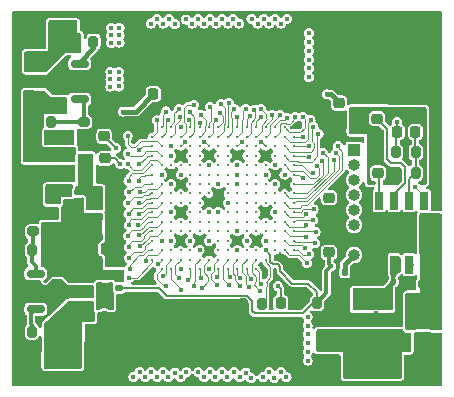
<source format=gbr>
%TF.GenerationSoftware,KiCad,Pcbnew,8.0.4-8.0.4-0~ubuntu20.04.1*%
%TF.CreationDate,2024-10-25T22:34:00+02:00*%
%TF.ProjectId,home_auto,686f6d65-5f61-4757-946f-2e6b69636164,rev?*%
%TF.SameCoordinates,Original*%
%TF.FileFunction,Copper,L1,Top*%
%TF.FilePolarity,Positive*%
%FSLAX46Y46*%
G04 Gerber Fmt 4.6, Leading zero omitted, Abs format (unit mm)*
G04 Created by KiCad (PCBNEW 8.0.4-8.0.4-0~ubuntu20.04.1) date 2024-10-25 22:34:00*
%MOMM*%
%LPD*%
G01*
G04 APERTURE LIST*
G04 Aperture macros list*
%AMRoundRect*
0 Rectangle with rounded corners*
0 $1 Rounding radius*
0 $2 $3 $4 $5 $6 $7 $8 $9 X,Y pos of 4 corners*
0 Add a 4 corners polygon primitive as box body*
4,1,4,$2,$3,$4,$5,$6,$7,$8,$9,$2,$3,0*
0 Add four circle primitives for the rounded corners*
1,1,$1+$1,$2,$3*
1,1,$1+$1,$4,$5*
1,1,$1+$1,$6,$7*
1,1,$1+$1,$8,$9*
0 Add four rect primitives between the rounded corners*
20,1,$1+$1,$2,$3,$4,$5,0*
20,1,$1+$1,$4,$5,$6,$7,0*
20,1,$1+$1,$6,$7,$8,$9,0*
20,1,$1+$1,$8,$9,$2,$3,0*%
%AMFreePoly0*
4,1,13,0.900000,0.500000,2.600000,0.500000,2.600000,-0.500000,0.900000,-0.500000,0.400000,-1.000000,-0.400000,-1.000000,-0.900000,-0.500000,-2.600000,-0.500000,-2.600000,0.500000,-0.900000,0.500000,-0.400000,1.000000,0.400000,1.000000,0.900000,0.500000,0.900000,0.500000,$1*%
G04 Aperture macros list end*
%TA.AperFunction,SMDPad,CuDef*%
%ADD10RoundRect,0.200000X-0.200000X-0.275000X0.200000X-0.275000X0.200000X0.275000X-0.200000X0.275000X0*%
%TD*%
%TA.AperFunction,SMDPad,CuDef*%
%ADD11RoundRect,0.250000X-0.250000X-0.475000X0.250000X-0.475000X0.250000X0.475000X-0.250000X0.475000X0*%
%TD*%
%TA.AperFunction,SMDPad,CuDef*%
%ADD12RoundRect,0.225000X0.250000X-0.225000X0.250000X0.225000X-0.250000X0.225000X-0.250000X-0.225000X0*%
%TD*%
%TA.AperFunction,SMDPad,CuDef*%
%ADD13RoundRect,0.225000X-0.225000X-0.250000X0.225000X-0.250000X0.225000X0.250000X-0.225000X0.250000X0*%
%TD*%
%TA.AperFunction,SMDPad,CuDef*%
%ADD14RoundRect,0.200000X0.200000X0.275000X-0.200000X0.275000X-0.200000X-0.275000X0.200000X-0.275000X0*%
%TD*%
%TA.AperFunction,SMDPad,CuDef*%
%ADD15R,3.400000X1.850000*%
%TD*%
%TA.AperFunction,SMDPad,CuDef*%
%ADD16RoundRect,0.135000X-0.135000X-0.185000X0.135000X-0.185000X0.135000X0.185000X-0.135000X0.185000X0*%
%TD*%
%TA.AperFunction,SMDPad,CuDef*%
%ADD17RoundRect,0.225000X-0.250000X0.225000X-0.250000X-0.225000X0.250000X-0.225000X0.250000X0.225000X0*%
%TD*%
%TA.AperFunction,SMDPad,CuDef*%
%ADD18RoundRect,0.147500X-0.172500X0.147500X-0.172500X-0.147500X0.172500X-0.147500X0.172500X0.147500X0*%
%TD*%
%TA.AperFunction,SMDPad,CuDef*%
%ADD19RoundRect,0.200000X0.275000X-0.200000X0.275000X0.200000X-0.275000X0.200000X-0.275000X-0.200000X0*%
%TD*%
%TA.AperFunction,SMDPad,CuDef*%
%ADD20RoundRect,0.140000X-0.140000X-0.170000X0.140000X-0.170000X0.140000X0.170000X-0.140000X0.170000X0*%
%TD*%
%TA.AperFunction,SMDPad,CuDef*%
%ADD21RoundRect,0.250000X-0.475000X0.250000X-0.475000X-0.250000X0.475000X-0.250000X0.475000X0.250000X0*%
%TD*%
%TA.AperFunction,SMDPad,CuDef*%
%ADD22RoundRect,0.147500X0.172500X-0.147500X0.172500X0.147500X-0.172500X0.147500X-0.172500X-0.147500X0*%
%TD*%
%TA.AperFunction,SMDPad,CuDef*%
%ADD23RoundRect,0.250000X0.250000X0.475000X-0.250000X0.475000X-0.250000X-0.475000X0.250000X-0.475000X0*%
%TD*%
%TA.AperFunction,SMDPad,CuDef*%
%ADD24RoundRect,0.200000X-0.275000X0.200000X-0.275000X-0.200000X0.275000X-0.200000X0.275000X0.200000X0*%
%TD*%
%TA.AperFunction,SMDPad,CuDef*%
%ADD25R,0.700000X1.525000*%
%TD*%
%TA.AperFunction,SMDPad,CuDef*%
%ADD26RoundRect,0.175000X-0.575000X-0.175000X0.575000X-0.175000X0.575000X0.175000X-0.575000X0.175000X0*%
%TD*%
%TA.AperFunction,SMDPad,CuDef*%
%ADD27FreePoly0,0.000000*%
%TD*%
%TA.AperFunction,SMDPad,CuDef*%
%ADD28RoundRect,0.175000X0.575000X0.175000X-0.575000X0.175000X-0.575000X-0.175000X0.575000X-0.175000X0*%
%TD*%
%TA.AperFunction,SMDPad,CuDef*%
%ADD29FreePoly0,180.000000*%
%TD*%
%TA.AperFunction,SMDPad,CuDef*%
%ADD30RoundRect,0.225000X0.225000X0.250000X-0.225000X0.250000X-0.225000X-0.250000X0.225000X-0.250000X0*%
%TD*%
%TA.AperFunction,SMDPad,CuDef*%
%ADD31RoundRect,0.147500X-0.147500X-0.172500X0.147500X-0.172500X0.147500X0.172500X-0.147500X0.172500X0*%
%TD*%
%TA.AperFunction,SMDPad,CuDef*%
%ADD32RoundRect,0.140000X0.140000X0.170000X-0.140000X0.170000X-0.140000X-0.170000X0.140000X-0.170000X0*%
%TD*%
%TA.AperFunction,BGAPad,CuDef*%
%ADD33C,0.320000*%
%TD*%
%TA.AperFunction,SMDPad,CuDef*%
%ADD34RoundRect,0.140000X-0.170000X0.140000X-0.170000X-0.140000X0.170000X-0.140000X0.170000X0.140000X0*%
%TD*%
%TA.AperFunction,ComponentPad*%
%ADD35O,1.000000X1.000000*%
%TD*%
%TA.AperFunction,ComponentPad*%
%ADD36R,1.000000X1.000000*%
%TD*%
%TA.AperFunction,ViaPad*%
%ADD37C,0.450000*%
%TD*%
%TA.AperFunction,ViaPad*%
%ADD38C,0.500000*%
%TD*%
%TA.AperFunction,Conductor*%
%ADD39C,0.400000*%
%TD*%
%TA.AperFunction,Conductor*%
%ADD40C,0.200000*%
%TD*%
%TA.AperFunction,Conductor*%
%ADD41C,0.150000*%
%TD*%
%TA.AperFunction,Conductor*%
%ADD42C,0.090000*%
%TD*%
%TA.AperFunction,Conductor*%
%ADD43C,0.350000*%
%TD*%
%TA.AperFunction,Conductor*%
%ADD44C,0.300000*%
%TD*%
%TA.AperFunction,Conductor*%
%ADD45C,0.100000*%
%TD*%
G04 APERTURE END LIST*
D10*
%TO.P,R3,2*%
%TO.N,Net-(PS1-FB)*%
X107900000Y-96575000D03*
%TO.P,R3,1*%
%TO.N,GND_DCDC*%
X106250000Y-96575000D03*
%TD*%
D11*
%TO.P,C26,1*%
%TO.N,+5V*%
X78650000Y-110275000D03*
%TO.P,C26,2*%
%TO.N,GND*%
X80550000Y-110275000D03*
%TD*%
D12*
%TO.P,C24,1*%
%TO.N,+1V8*%
X77075000Y-101500000D03*
%TO.P,C24,2*%
%TO.N,GND*%
X77075000Y-99950000D03*
%TD*%
D13*
%TO.P,C5,2*%
%TO.N,Net-(PS1-FB)*%
X107850000Y-93125000D03*
%TO.P,C5,1*%
%TO.N,+1V0*%
X106300000Y-93125000D03*
%TD*%
D14*
%TO.P,R10,1*%
%TO.N,+5V*%
X77025000Y-110025000D03*
%TO.P,R10,2*%
%TO.N,Net-(U3-CE)*%
X75375000Y-110025000D03*
%TD*%
D15*
%TO.P,L1,2,2*%
%TO.N,+1V0*%
X104225000Y-112847785D03*
%TO.P,L1,1,1*%
%TO.N,Net-(PS1-SW)*%
X104225000Y-107297785D03*
%TD*%
D16*
%TO.P,R189,1*%
%TO.N,/FPGA_machX05/FTDI/NX_TCK*%
X101880000Y-104990000D03*
%TO.P,R189,2*%
%TO.N,GND*%
X102900000Y-104990000D03*
%TD*%
D12*
%TO.P,C29,1*%
%TO.N,+1V0*%
X81520000Y-93485000D03*
%TO.P,C29,2*%
%TO.N,GND*%
X81520000Y-91935000D03*
%TD*%
D17*
%TO.P,C8,2*%
%TO.N,GND_DCDC*%
X104625000Y-93550000D03*
%TO.P,C8,1*%
%TO.N,Net-(PS1-VREG)*%
X104625000Y-92000000D03*
%TD*%
%TO.P,C15,1*%
%TO.N,+3V3*%
X77070000Y-94945000D03*
%TO.P,C15,2*%
%TO.N,GND*%
X77070000Y-96495000D03*
%TD*%
D18*
%TO.P,L11,1,1*%
%TO.N,+1V8*%
X82770000Y-105375000D03*
%TO.P,L11,2,2*%
%TO.N,VCC_ADC*%
X82770000Y-106345000D03*
%TD*%
D10*
%TO.P,R4,1*%
%TO.N,+5V*%
X78950000Y-85475000D03*
%TO.P,R4,2*%
%TO.N,Net-(U1-CE)*%
X80600000Y-85475000D03*
%TD*%
D19*
%TO.P,R6,1*%
%TO.N,GND*%
X79775000Y-93925000D03*
%TO.P,R6,2*%
%TO.N,Net-(U1-VFB)*%
X79775000Y-92275000D03*
%TD*%
D20*
%TO.P,C17,1*%
%TO.N,+5V*%
X78745000Y-84150000D03*
%TO.P,C17,2*%
%TO.N,GND*%
X79705000Y-84150000D03*
%TD*%
D21*
%TO.P,C2,1*%
%TO.N,+5V*%
X108500000Y-108630000D03*
%TO.P,C2,2*%
%TO.N,GND*%
X108500000Y-110530000D03*
%TD*%
D14*
%TO.P,R13,1*%
%TO.N,Net-(U4N-VCCADC18)*%
X94875000Y-107690000D03*
%TO.P,R13,2*%
%TO.N,GND*%
X93225000Y-107690000D03*
%TD*%
D22*
%TO.P,L7,1,1*%
%TO.N,+1V8*%
X79320000Y-99150000D03*
%TO.P,L7,2,2*%
%TO.N,VCC_AUXA*%
X79320000Y-98180000D03*
%TD*%
D12*
%TO.P,C39,1*%
%TO.N,+3V3_BANK*%
X101400000Y-90675000D03*
%TO.P,C39,2*%
%TO.N,GND*%
X101400000Y-89125000D03*
%TD*%
D23*
%TO.P,C16,1*%
%TO.N,+5V*%
X77380000Y-85225000D03*
%TO.P,C16,2*%
%TO.N,GND*%
X75480000Y-85225000D03*
%TD*%
D17*
%TO.P,C28,1*%
%TO.N,+1V0*%
X81550000Y-95365000D03*
%TO.P,C28,2*%
%TO.N,GND*%
X81550000Y-96915000D03*
%TD*%
D14*
%TO.P,R5,1*%
%TO.N,Net-(U1-VFB)*%
X77025000Y-92260000D03*
%TO.P,R5,2*%
%TO.N,+3V3*%
X75375000Y-92260000D03*
%TD*%
D13*
%TO.P,C51,1*%
%TO.N,VCC_AUXA*%
X80575000Y-99250000D03*
%TO.P,C51,2*%
%TO.N,GND*%
X82125000Y-99250000D03*
%TD*%
D24*
%TO.P,R7,2*%
%TO.N,GND_DCDC*%
X102975000Y-91950000D03*
%TO.P,R7,1*%
%TO.N,GND*%
X102975000Y-90300000D03*
%TD*%
D22*
%TO.P,L9,1,1*%
%TO.N,+1V8*%
X78330000Y-99125000D03*
%TO.P,L9,2,2*%
%TO.N,+1V8_BANK*%
X78330000Y-98155000D03*
%TD*%
D24*
%TO.P,R12,1*%
%TO.N,GND*%
X75450000Y-99900000D03*
%TO.P,R12,2*%
%TO.N,Net-(U3-VFB)*%
X75450000Y-101550000D03*
%TD*%
D12*
%TO.P,C9,2*%
%TO.N,GND_DCDC*%
X104675000Y-95050000D03*
%TO.P,C9,1*%
%TO.N,Net-(PS1-SS)*%
X104675000Y-96600000D03*
%TD*%
D25*
%TO.P,PS1,8,VIN*%
%TO.N,+5V*%
X108600385Y-104362000D03*
%TO.P,PS1,7,BOOT*%
%TO.N,Net-(PS1-BOOT)*%
X107330385Y-104362000D03*
%TO.P,PS1,6,SW*%
%TO.N,Net-(PS1-SW)*%
X106060385Y-104362000D03*
%TO.P,PS1,5,GND*%
%TO.N,GND*%
X104790385Y-104362000D03*
%TO.P,PS1,4,SS*%
%TO.N,Net-(PS1-SS)*%
X104790385Y-98938000D03*
%TO.P,PS1,3,VREG*%
%TO.N,Net-(PS1-VREG)*%
X106060385Y-98938000D03*
%TO.P,PS1,2,FB*%
%TO.N,Net-(PS1-FB)*%
X107330385Y-98938000D03*
%TO.P,PS1,1,EN*%
%TO.N,Net-(PS1-EN)*%
X108600385Y-98938000D03*
%TD*%
D10*
%TO.P,R11,1*%
%TO.N,Net-(U3-VFB)*%
X75375000Y-103150000D03*
%TO.P,R11,2*%
%TO.N,+1V8*%
X77025000Y-103150000D03*
%TD*%
D26*
%TO.P,U3,1,VFB*%
%TO.N,Net-(U3-VFB)*%
X75700000Y-105125000D03*
D27*
%TO.P,U3,2,GND*%
%TO.N,GND*%
X77550000Y-106625000D03*
D26*
%TO.P,U3,3,CE*%
%TO.N,Net-(U3-CE)*%
X75700000Y-108125000D03*
%TO.P,U3,4,VDD*%
%TO.N,+5V*%
X79400000Y-108125000D03*
%TO.P,U3,5,VOUT*%
%TO.N,+1V8*%
X79400000Y-105125000D03*
%TD*%
D17*
%TO.P,C60,1*%
%TO.N,VCC_AUX*%
X100520000Y-98700000D03*
%TO.P,C60,2*%
%TO.N,GND*%
X100520000Y-100250000D03*
%TD*%
D28*
%TO.P,U1,1,VFB*%
%TO.N,Net-(U1-VFB)*%
X79425000Y-90350000D03*
D29*
%TO.P,U1,2,GND*%
%TO.N,GND*%
X77575000Y-88850000D03*
D28*
%TO.P,U1,3,CE*%
%TO.N,Net-(U1-CE)*%
X79425000Y-87350000D03*
%TO.P,U1,4,VDD*%
%TO.N,+5V*%
X75725000Y-87350000D03*
%TO.P,U1,5,VOUT*%
%TO.N,+3V3*%
X75725000Y-90350000D03*
%TD*%
D30*
%TO.P,C27,1*%
%TO.N,+5V*%
X76975000Y-111675000D03*
%TO.P,C27,2*%
%TO.N,GND*%
X75425000Y-111675000D03*
%TD*%
%TO.P,C36,1*%
%TO.N,+3V3_BANK*%
X85655000Y-89920000D03*
%TO.P,C36,2*%
%TO.N,GND*%
X84105000Y-89920000D03*
%TD*%
D12*
%TO.P,C66,1*%
%TO.N,VCC_ADC*%
X100530000Y-103315000D03*
%TO.P,C66,2*%
%TO.N,GND*%
X100530000Y-101765000D03*
%TD*%
D17*
%TO.P,C14,1*%
%TO.N,+3V3*%
X75470000Y-94945000D03*
%TO.P,C14,2*%
%TO.N,GND*%
X75470000Y-96495000D03*
%TD*%
D13*
%TO.P,C57,1*%
%TO.N,+1V8_BANK*%
X96455000Y-107590000D03*
%TO.P,C57,2*%
%TO.N,GND*%
X98005000Y-107590000D03*
%TD*%
D31*
%TO.P,L2,1,1*%
%TO.N,+3V3*%
X75945000Y-93600000D03*
%TO.P,L2,2,2*%
%TO.N,+3V3_BANK*%
X76915000Y-93600000D03*
%TD*%
D32*
%TO.P,C3,1*%
%TO.N,+5V*%
X108350000Y-106030000D03*
%TO.P,C3,2*%
%TO.N,GND*%
X107390000Y-106030000D03*
%TD*%
D11*
%TO.P,C25,1*%
%TO.N,+1V8*%
X80150000Y-101125000D03*
%TO.P,C25,2*%
%TO.N,GND*%
X82050000Y-101125000D03*
%TD*%
D14*
%TO.P,R2,2*%
%TO.N,+1V0*%
X106225000Y-94825000D03*
%TO.P,R2,1*%
%TO.N,Net-(PS1-FB)*%
X107875000Y-94825000D03*
%TD*%
D33*
%TO.P,U4,A1,VSS*%
%TO.N,GND*%
X85580000Y-92735000D03*
%TO.P,U4,A2,PT9A*%
%TO.N,/FPGA_machX05/FPGA_GPIO/PWM27*%
X86380000Y-92735000D03*
%TO.P,U4,A3,PT9B*%
%TO.N,/FPGA_machX05/FPGA_GPIO/PWM68*%
X87180000Y-92735000D03*
%TO.P,U4,A4,PT12B*%
%TO.N,/FPGA_machX05/FPGA_GPIO/PWM66*%
X87980000Y-92735000D03*
%TO.P,U4,A5,PT15A*%
%TO.N,/FPGA_machX05/FPGA_GPIO/PWM64*%
X88780000Y-92735000D03*
%TO.P,U4,A6,PT15B*%
%TO.N,/FPGA_machX05/FPGA_GPIO/PWM62*%
X89580000Y-92735000D03*
%TO.P,U4,A7,PT22B*%
%TO.N,/FPGA_machX05/FPGA_GPIO/PWM60*%
X90380000Y-92735000D03*
%TO.P,U4,A8,PT33B*%
%TO.N,/FPGA_machX05/FPGA_GPIO/PWM58*%
X91180000Y-92735000D03*
%TO.P,U4,A9,PT34A*%
%TO.N,/FPGA_machX05/FPGA_GPIO/PWM56*%
X91980000Y-92735000D03*
%TO.P,U4,A10,PT37A*%
%TO.N,/FPGA_machX05/FPGA_GPIO/PWM54*%
X92780000Y-92735000D03*
%TO.P,U4,A11,INITN*%
%TO.N,/FPGA_machX05/FTDI/DONE*%
X93580000Y-92735000D03*
%TO.P,U4,A12,PROGRAMN*%
%TO.N,/FPGA_machX05/FTDI/PROGRAMN*%
X94380000Y-92735000D03*
%TO.P,U4,A13,DONE*%
%TO.N,/FPGA_machX05/FTDI/INIT*%
X95180000Y-92735000D03*
%TO.P,U4,A14,PT53B*%
%TO.N,/FPGA_machX05/FPGA_GPIO/PWM49*%
X95980000Y-92735000D03*
%TO.P,U4,A15,PT53A*%
%TO.N,/FPGA_machX05/FPGA_GPIO/PWM47*%
X96780000Y-92735000D03*
%TO.P,U4,A16,VSS*%
%TO.N,GND*%
X97580000Y-92735000D03*
%TO.P,U4,B1,PL2A*%
%TO.N,/FPGA_machX05/FPGA_GPIO/PWM25*%
X85580000Y-93535000D03*
%TO.P,U4,B2,PT8B*%
%TO.N,/FPGA_machX05/FPGA_GPIO/PWM26*%
X86380000Y-93535000D03*
%TO.P,U4,B3,PT10B*%
%TO.N,/FPGA_machX05/FPGA_GPIO/PWM69*%
X87180000Y-93535000D03*
%TO.P,U4,B4,PT12A*%
%TO.N,/FPGA_machX05/FPGA_GPIO/PWM67*%
X87980000Y-93535000D03*
%TO.P,U4,B5,PT14B*%
%TO.N,/FPGA_machX05/FPGA_GPIO/PWM65*%
X88780000Y-93535000D03*
%TO.P,U4,B6,PT21B*%
%TO.N,/FPGA_machX05/FPGA_GPIO/PWM63*%
X89580000Y-93535000D03*
%TO.P,U4,B7,PT22A*%
%TO.N,/FPGA_machX05/FPGA_GPIO/PWM61*%
X90380000Y-93535000D03*
%TO.P,U4,B8,PT33A*%
%TO.N,/FPGA_machX05/FPGA_GPIO/PWM59*%
X91180000Y-93535000D03*
%TO.P,U4,B9,PT34B*%
%TO.N,/FPGA_machX05/FPGA_GPIO/PWM57*%
X91980000Y-93535000D03*
%TO.P,U4,B10,PT37B*%
%TO.N,/FPGA_machX05/FPGA_GPIO/PWM55*%
X92780000Y-93535000D03*
%TO.P,U4,B11,PT39A*%
%TO.N,/FPGA_machX05/FPGA_GPIO/PWM53*%
X93580000Y-93535000D03*
%TO.P,U4,B12,PT51B*%
%TO.N,/FPGA_machX05/FPGA_GPIO/PWM52*%
X94380000Y-93535000D03*
%TO.P,U4,B13,PT55A*%
%TO.N,/FPGA_machX05/FPGA_GPIO/PWM51*%
X95180000Y-93535000D03*
%TO.P,U4,B14,PT57B*%
%TO.N,/FPGA_machX05/FPGA_GPIO/PWM50*%
X95980000Y-93535000D03*
%TO.P,U4,B15,PT57A*%
%TO.N,/FPGA_machX05/FPGA_GPIO/PWM48*%
X96780000Y-93535000D03*
%TO.P,U4,B16,JTAG_EN*%
%TO.N,/FPGA_machX05/FTDI/JTAG_EN*%
X97580000Y-93535000D03*
%TO.P,U4,C1,PL2B*%
%TO.N,/FPGA_machX05/FPGA_GPIO/PWM23*%
X85580000Y-94335000D03*
%TO.P,U4,C2,PT8A*%
%TO.N,/FPGA_machX05/FPGA_GPIO/PWM24*%
X86380000Y-94335000D03*
%TO.P,U4,C3,PT10A*%
%TO.N,/FPGA_machX05/FPGA_GPIO/PWM28*%
X87180000Y-94335000D03*
%TO.P,U4,C4,VCCIO0*%
%TO.N,+3V3_BANK*%
X87980000Y-94335000D03*
%TO.P,U4,C5,PT14A*%
%TO.N,unconnected-(U4A-PT14A-PadC5)*%
X88780000Y-94335000D03*
%TO.P,U4,C6,PT21A*%
%TO.N,unconnected-(U4A-PT21A-PadC6)*%
X89580000Y-94335000D03*
%TO.P,U4,C7,VCCIO0*%
%TO.N,+3V3_BANK*%
X90380000Y-94335000D03*
%TO.P,U4,C8,PT32B*%
%TO.N,unconnected-(U4B-PT32B-PadC8)*%
X91180000Y-94335000D03*
%TO.P,U4,C9,PT35A*%
%TO.N,unconnected-(U4B-PT35A-PadC9)*%
X91980000Y-94335000D03*
%TO.P,U4,C10,VCCIO1*%
%TO.N,+3V3_BANK*%
X92780000Y-94335000D03*
%TO.P,U4,C11,PT39B*%
%TO.N,unconnected-(U4B-PT39B-PadC11)*%
X93580000Y-94335000D03*
%TO.P,U4,C12,PT55B*%
%TO.N,unconnected-(U4B-PT55B-PadC12)*%
X94380000Y-94335000D03*
%TO.P,U4,C13,VCCIO1*%
%TO.N,+3V3_BANK*%
X95180000Y-94335000D03*
%TO.P,U4,C14,PT58B*%
%TO.N,unconnected-(U4B-PT58B-PadC14)*%
X95980000Y-94335000D03*
%TO.P,U4,C15,PT58A*%
%TO.N,/FPGA_machX05/FPGA_GPIO/PWM46*%
X96780000Y-94335000D03*
%TO.P,U4,C16,PR2B*%
%TO.N,/FPGA_machX05/FPGA_GPIO/PWM45*%
X97580000Y-94335000D03*
%TO.P,U4,D1,PL3B*%
%TO.N,/FPGA_machX05/FPGA_GPIO/PWM21*%
X85580000Y-95135000D03*
%TO.P,U4,D2,PL3A*%
%TO.N,/FPGA_machX05/FPGA_GPIO/PWM22*%
X86380000Y-95135000D03*
%TO.P,U4,D3,PT11A*%
%TO.N,/FPGA_machX05/FPGA_GPIO/PWM29*%
X87180000Y-95135000D03*
%TO.P,U4,D4,VSS*%
%TO.N,GND*%
X87980000Y-95135000D03*
%TO.P,U4,D5,PT13B*%
%TO.N,unconnected-(U4A-PT13B-PadD5)*%
X88780000Y-95135000D03*
%TO.P,U4,D6,PT20B*%
%TO.N,unconnected-(U4A-PT20B-PadD6)*%
X89580000Y-95135000D03*
%TO.P,U4,D7,VSS*%
%TO.N,GND*%
X90380000Y-95135000D03*
%TO.P,U4,D8,PT32A*%
%TO.N,unconnected-(U4B-PT32A-PadD8)*%
X91180000Y-95135000D03*
%TO.P,U4,D9,PT35B*%
%TO.N,unconnected-(U4B-PT35B-PadD9)*%
X91980000Y-95135000D03*
%TO.P,U4,D10,VSS*%
%TO.N,GND*%
X92780000Y-95135000D03*
%TO.P,U4,D11,PT41A*%
%TO.N,unconnected-(U4B-PT41A-PadD11)*%
X93580000Y-95135000D03*
%TO.P,U4,D12,PT52A*%
%TO.N,unconnected-(U4B-PT52A-PadD12)*%
X94380000Y-95135000D03*
%TO.P,U4,D13,VSS*%
%TO.N,GND*%
X95180000Y-95135000D03*
%TO.P,U4,D14,PT56B*%
%TO.N,unconnected-(U4B-PT56B-PadD14)*%
X95980000Y-95135000D03*
%TO.P,U4,D15,PT56A*%
%TO.N,/FPGA_machX05/FPGA_GPIO/PWM44*%
X96780000Y-95135000D03*
%TO.P,U4,D16,SD5/PCLKT2_0/S7_OUT*%
%TO.N,/FPGA_machX05/FPGA_GPIO/PWM43*%
X97580000Y-95135000D03*
%TO.P,U4,E1,PL5A*%
%TO.N,/FPGA_machX05/FPGA_GPIO/PWM19*%
X85580000Y-95935000D03*
%TO.P,U4,E2,PL4B*%
%TO.N,/FPGA_machX05/FPGA_GPIO/PWM20*%
X86380000Y-95935000D03*
%TO.P,U4,E3,PL4A*%
%TO.N,unconnected-(U4J-PL4A-PadE3)*%
X87180000Y-95935000D03*
%TO.P,U4,E4,PT11B*%
%TO.N,unconnected-(U4A-PT11B-PadE4)*%
X87980000Y-95935000D03*
%TO.P,U4,E5,PT13A*%
%TO.N,unconnected-(U4A-PT13A-PadE5)*%
X88780000Y-95935000D03*
%TO.P,U4,E6,PT20A*%
%TO.N,unconnected-(U4A-PT20A-PadE6)*%
X89580000Y-95935000D03*
%TO.P,U4,E7,VCCAUXA*%
%TO.N,VCC_AUXA*%
X90380000Y-95935000D03*
%TO.P,U4,E8,PT23B*%
%TO.N,unconnected-(U4A-PT23B-PadE8)*%
X91180000Y-95935000D03*
%TO.P,U4,E9,PT36A*%
%TO.N,unconnected-(U4B-PT36A-PadE9)*%
X91980000Y-95935000D03*
%TO.P,U4,E10,VCCAUX*%
%TO.N,VCC_AUX*%
X92780000Y-95935000D03*
%TO.P,U4,E11,PT41B*%
%TO.N,unconnected-(U4B-PT41B-PadE11)*%
X93580000Y-95935000D03*
%TO.P,U4,E12,PT52B*%
%TO.N,unconnected-(U4B-PT52B-PadE12)*%
X94380000Y-95935000D03*
%TO.P,U4,E13,SD6/PCLKT2_1/S6_OUT*%
%TO.N,unconnected-(U4C-SD6{slash}PCLKT2_1{slash}S6_OUT-PadE13)*%
X95180000Y-95935000D03*
%TO.P,U4,E14,TMS/SCSN/S5_IN*%
%TO.N,/FPGA_machX05/FTDI/NX_TMS*%
X95980000Y-95935000D03*
%TO.P,U4,E15,SD7/PCLKT2_2*%
%TO.N,/FPGA_machX05/FPGA_GPIO/PWM42*%
X96780000Y-95935000D03*
%TO.P,U4,E16,SD10/S6_IN*%
%TO.N,/FPGA_machX05/FPGA_GPIO/PWM41*%
X97580000Y-95935000D03*
%TO.P,U4,F1,PL5B*%
%TO.N,/FPGA_machX05/FPGA_GPIO/PWM18*%
X85580000Y-96735000D03*
%TO.P,U4,F2,VCCIO9*%
%TO.N,+3V3_BANK*%
X86380000Y-96735000D03*
%TO.P,U4,F3,VSS*%
%TO.N,GND*%
X87180000Y-96735000D03*
%TO.P,U4,F4,VCC*%
%TO.N,+1V0*%
X87980000Y-96735000D03*
%TO.P,U4,F5,PL7B*%
%TO.N,unconnected-(U4J-PL7B-PadF5)*%
X88780000Y-96735000D03*
%TO.P,U4,F6,PL7A*%
%TO.N,unconnected-(U4J-PL7A-PadF6)*%
X89580000Y-96735000D03*
%TO.P,U4,F7,PL6A*%
%TO.N,unconnected-(U4J-PL6A-PadF7)*%
X90380000Y-96735000D03*
%TO.P,U4,F8,PT23A*%
%TO.N,unconnected-(U4A-PT23A-PadF8)*%
X91180000Y-96735000D03*
%TO.P,U4,F9,PT36B*%
%TO.N,unconnected-(U4B-PT36B-PadF9)*%
X91980000Y-96735000D03*
%TO.P,U4,F10,TDO/SSO/SD1/S3_OUT*%
%TO.N,/FPGA_machX05/FTDI/NX_TDO*%
X92780000Y-96735000D03*
%TO.P,U4,F11,SD3/SDA/USER_SDA/S4_IN*%
%TO.N,unconnected-(U4C-SD3{slash}SDA{slash}USER_SDA{slash}S4_IN-PadF11)*%
X93580000Y-96735000D03*
%TO.P,U4,F12,SD2/SCL/USER_SCL/S3_IN*%
%TO.N,unconnected-(U4C-SD2{slash}SCL{slash}USER_SCL{slash}S3_IN-PadF12)*%
X94380000Y-96735000D03*
%TO.P,U4,F13,VCC*%
%TO.N,+1V0*%
X95180000Y-96735000D03*
%TO.P,U4,F14,VSS*%
%TO.N,GND*%
X95980000Y-96735000D03*
%TO.P,U4,F15,VCCIO2*%
%TO.N,+3V3_BANK*%
X96780000Y-96735000D03*
%TO.P,U4,F16,TDI/SSI/SD0/S5_OUT*%
%TO.N,/FPGA_machX05/FTDI/NX_TDI*%
X97580000Y-96735000D03*
%TO.P,U4,G1,PL9B*%
%TO.N,/FPGA_machX05/FPGA_GPIO/PWM16*%
X85580000Y-97535000D03*
%TO.P,U4,G2,PL9A*%
%TO.N,/FPGA_machX05/FPGA_GPIO/PWM17*%
X86380000Y-97535000D03*
%TO.P,U4,G3,VCCIO9*%
%TO.N,+3V3_BANK*%
X87180000Y-97535000D03*
%TO.P,U4,G4,VSS*%
%TO.N,GND*%
X87980000Y-97535000D03*
%TO.P,U4,G5,PL8B*%
%TO.N,unconnected-(U4J-PL8B-PadG5)*%
X88780000Y-97535000D03*
%TO.P,U4,G6,PL8A*%
%TO.N,unconnected-(U4J-PL8A-PadG6)*%
X89580000Y-97535000D03*
%TO.P,U4,G7,PL6B*%
%TO.N,unconnected-(U4J-PL6B-PadG7)*%
X90380000Y-97535000D03*
%TO.P,U4,G8,VCCAUXA*%
%TO.N,VCC_AUXA*%
X91180000Y-97535000D03*
%TO.P,U4,G9,PR6A*%
%TO.N,unconnected-(U4C-PR6A-PadG9)*%
X91980000Y-97535000D03*
%TO.P,U4,G10,TCK/SCLK/PMU_EXT_CLK*%
%TO.N,/FPGA_machX05/FTDI/NX_TCK*%
X92780000Y-97535000D03*
%TO.P,U4,G11,PMU_WAKEUPN/SD11/S4_OUT*%
%TO.N,unconnected-(U4C-PMU_WAKEUPN{slash}SD11{slash}S4_OUT-PadG11)*%
X93580000Y-97535000D03*
%TO.P,U4,G12,PR9A*%
%TO.N,unconnected-(U4C-PR9A-PadG12)*%
X94380000Y-97535000D03*
%TO.P,U4,G13,PR9B*%
%TO.N,unconnected-(U4C-PR9B-PadG13)*%
X95180000Y-97535000D03*
%TO.P,U4,G14,VCCIO2*%
%TO.N,+3V3_BANK*%
X95980000Y-97535000D03*
%TO.P,U4,G15,VSS*%
%TO.N,GND*%
X96780000Y-97535000D03*
%TO.P,U4,G16,PR10A*%
%TO.N,/FPGA_machX05/FPGA_GPIO/PWM40*%
X97580000Y-97535000D03*
%TO.P,U4,H1,PL13A*%
%TO.N,/FPGA_machX05/FPGA_GPIO/PWM14*%
X85580000Y-98335000D03*
%TO.P,U4,H2,PL12B*%
%TO.N,/FPGA_machX05/FPGA_GPIO/PWM15*%
X86380000Y-98335000D03*
%TO.P,U4,H3,PL12A*%
%TO.N,unconnected-(U4J-PL12A-PadH3)*%
X87180000Y-98335000D03*
%TO.P,U4,H4,PL11B*%
%TO.N,unconnected-(U4J-PL11B-PadH4)*%
X87980000Y-98335000D03*
%TO.P,U4,H5,PL11A*%
%TO.N,unconnected-(U4J-PL11A-PadH5)*%
X88780000Y-98335000D03*
%TO.P,U4,H6,PL10B*%
%TO.N,unconnected-(U4J-PL10B-PadH6)*%
X89580000Y-98335000D03*
%TO.P,U4,H7,PL10A*%
%TO.N,unconnected-(U4J-PL10A-PadH7)*%
X90380000Y-98335000D03*
%TO.P,U4,H8,VSS*%
%TO.N,GND*%
X91180000Y-98335000D03*
%TO.P,U4,H9,PR11A*%
%TO.N,unconnected-(U4C-PR11A-PadH9)*%
X91980000Y-98335000D03*
%TO.P,U4,H10,PR11B*%
%TO.N,unconnected-(U4C-PR11B-PadH10)*%
X92780000Y-98335000D03*
%TO.P,U4,H11,PR12A*%
%TO.N,unconnected-(U4C-PR12A-PadH11)*%
X93580000Y-98335000D03*
%TO.P,U4,H12,PR12B*%
%TO.N,unconnected-(U4C-PR12B-PadH12)*%
X94380000Y-98335000D03*
%TO.P,U4,H13,PR13A*%
%TO.N,unconnected-(U4C-PR13A-PadH13)*%
X95180000Y-98335000D03*
%TO.P,U4,H14,PR13B*%
%TO.N,unconnected-(U4C-PR13B-PadH14)*%
X95980000Y-98335000D03*
%TO.P,U4,H15,PR23A*%
%TO.N,/FPGA_machX05/FPGA_GPIO/PWM73*%
X96780000Y-98335000D03*
%TO.P,U4,H16,PR10B*%
%TO.N,/FPGA_machX05/FPGA_GPIO/PWM71*%
X97580000Y-98335000D03*
%TO.P,U4,J1,PL13B*%
%TO.N,/FPGA_machX05/FPGA_GPIO/PWM12*%
X85580000Y-99135000D03*
%TO.P,U4,J2,PL23A*%
%TO.N,/FPGA_machX05/FPGA_GPIO/PWM13*%
X86380000Y-99135000D03*
%TO.P,U4,J3,PL23B*%
%TO.N,unconnected-(U4I-PL23B-PadJ3)*%
X87180000Y-99135000D03*
%TO.P,U4,J4,PL24A*%
%TO.N,unconnected-(U4I-PL24A-PadJ4)*%
X87980000Y-99135000D03*
%TO.P,U4,J5,PL24B*%
%TO.N,unconnected-(U4I-PL24B-PadJ5)*%
X88780000Y-99135000D03*
%TO.P,U4,J6,PL26A*%
%TO.N,unconnected-(U4I-PL26A-PadJ6)*%
X89580000Y-99135000D03*
%TO.P,U4,J7,VSS*%
%TO.N,GND*%
X90380000Y-99135000D03*
%TO.P,U4,J8,VSS*%
X91180000Y-99135000D03*
%TO.P,U4,J9,VCCAUX*%
%TO.N,VCC_AUX*%
X91980000Y-99135000D03*
%TO.P,U4,J10,PR26B*%
%TO.N,unconnected-(U4D-PR26B-PadJ10)*%
X92780000Y-99135000D03*
%TO.P,U4,J11,PR26A*%
%TO.N,unconnected-(U4D-PR26A-PadJ11)*%
X93580000Y-99135000D03*
%TO.P,U4,J12,PR25B*%
%TO.N,unconnected-(U4D-PR25B-PadJ12)*%
X94380000Y-99135000D03*
%TO.P,U4,J13,PR25A*%
%TO.N,unconnected-(U4D-PR25A-PadJ13)*%
X95180000Y-99135000D03*
%TO.P,U4,J14,PR24B*%
%TO.N,unconnected-(U4D-PR24B-PadJ14)*%
X95980000Y-99135000D03*
%TO.P,U4,J15,PR24A*%
%TO.N,/FPGA_machX05/FPGA_GPIO/PWM72*%
X96780000Y-99135000D03*
%TO.P,U4,J16,PR23B*%
%TO.N,/FPGA_machX05/FPGA_GPIO/PWM70*%
X97580000Y-99135000D03*
%TO.P,U4,K1,PL25A*%
%TO.N,/FPGA_machX05/FPGA_GPIO/PWM10*%
X85580000Y-99935000D03*
%TO.P,U4,K2,PL25B*%
%TO.N,/FPGA_machX05/FPGA_GPIO/PWM11*%
X86380000Y-99935000D03*
%TO.P,U4,K3,VCCIO8*%
%TO.N,+3V3_BANK*%
X87180000Y-99935000D03*
%TO.P,U4,K4,VSS*%
%TO.N,GND*%
X87980000Y-99935000D03*
%TO.P,U4,K5,PL36A*%
%TO.N,unconnected-(U4I-PL36A-PadK5)*%
X88780000Y-99935000D03*
%TO.P,U4,K6,PL26B*%
%TO.N,unconnected-(U4I-PL26B-PadK6)*%
X89580000Y-99935000D03*
%TO.P,U4,K7,VCC*%
%TO.N,+1V0*%
X90380000Y-99935000D03*
%TO.P,U4,K8,VCCECLK*%
X91180000Y-99935000D03*
%TO.P,U4,K9,PR36B*%
%TO.N,unconnected-(U4D-PR36B-PadK9)*%
X91980000Y-99935000D03*
%TO.P,U4,K10,PR36A*%
%TO.N,unconnected-(U4D-PR36A-PadK10)*%
X92780000Y-99935000D03*
%TO.P,U4,K11,PR35B*%
%TO.N,unconnected-(U4D-PR35B-PadK11)*%
X93580000Y-99935000D03*
%TO.P,U4,K12,PR35A*%
%TO.N,unconnected-(U4D-PR35A-PadK12)*%
X94380000Y-99935000D03*
%TO.P,U4,K13,VSS*%
%TO.N,GND*%
X95180000Y-99935000D03*
%TO.P,U4,K14,VCCIO3*%
%TO.N,+3V3_BANK*%
X95980000Y-99935000D03*
%TO.P,U4,K15,PR34B*%
%TO.N,/FPGA_machX05/FPGA_GPIO/PWM38*%
X96780000Y-99935000D03*
%TO.P,U4,K16,PR34A*%
%TO.N,/FPGA_machX05/FPGA_GPIO/PWM39*%
X97580000Y-99935000D03*
%TO.P,U4,L1,PL37A*%
%TO.N,/FPGA_machX05/FPGA_GPIO/PWM8*%
X85580000Y-100735000D03*
%TO.P,U4,L2,PL34A*%
%TO.N,/FPGA_machX05/FPGA_GPIO/PWM9*%
X86380000Y-100735000D03*
%TO.P,U4,L3,PL34B*%
%TO.N,unconnected-(U4I-PL34B-PadL3)*%
X87180000Y-100735000D03*
%TO.P,U4,L4,PL35A*%
%TO.N,unconnected-(U4I-PL35A-PadL4)*%
X87980000Y-100735000D03*
%TO.P,U4,L5,PL35B*%
%TO.N,unconnected-(U4I-PL35B-PadL5)*%
X88780000Y-100735000D03*
%TO.P,U4,L6,PL36B*%
%TO.N,unconnected-(U4I-PL36B-PadL6)*%
X89580000Y-100735000D03*
%TO.P,U4,L7,PB16A*%
%TO.N,unconnected-(U4G-PB16A-PadL7)*%
X90380000Y-100735000D03*
%TO.P,U4,L8,PB16B*%
%TO.N,unconnected-(U4G-PB16B-PadL8)*%
X91180000Y-100735000D03*
%TO.P,U4,L9,PB44A*%
%TO.N,unconnected-(U4F-PB44A-PadL9)*%
X91980000Y-100735000D03*
%TO.P,U4,L10,PB44B*%
%TO.N,unconnected-(U4F-PB44B-PadL10)*%
X92780000Y-100735000D03*
%TO.P,U4,L11,PB52B*%
%TO.N,unconnected-(U4F-PB52B-PadL11)*%
X93580000Y-100735000D03*
%TO.P,U4,L12,PB60B*%
%TO.N,unconnected-(U4F-PB60B-PadL12)*%
X94380000Y-100735000D03*
%TO.P,U4,L13,PR42B*%
%TO.N,unconnected-(U4E-PR42B-PadL13)*%
X95180000Y-100735000D03*
%TO.P,U4,L14,PR42A*%
%TO.N,unconnected-(U4E-PR42A-PadL14)*%
X95980000Y-100735000D03*
%TO.P,U4,L15,PR37B*%
%TO.N,/FPGA_machX05/FPGA_GPIO/PWM36*%
X96780000Y-100735000D03*
%TO.P,U4,L16,PR37A*%
%TO.N,/FPGA_machX05/FPGA_GPIO/PWM37*%
X97580000Y-100735000D03*
%TO.P,U4,M1,PL37B*%
%TO.N,/FPGA_machX05/FPGA_GPIO/PWM6*%
X85580000Y-101535000D03*
%TO.P,U4,M2,PL42A*%
%TO.N,/FPGA_machX05/FPGA_GPIO/PWM7*%
X86380000Y-101535000D03*
%TO.P,U4,M3,PL42B*%
%TO.N,unconnected-(U4H-PL42B-PadM3)*%
X87180000Y-101535000D03*
%TO.P,U4,M4,PL43A*%
%TO.N,unconnected-(U4H-PL43A-PadM4)*%
X87980000Y-101535000D03*
%TO.P,U4,M5,PL43B*%
%TO.N,unconnected-(U4H-PL43B-PadM5)*%
X88780000Y-101535000D03*
%TO.P,U4,M6,PB14A*%
%TO.N,unconnected-(U4G-PB14A-PadM6)*%
X89580000Y-101535000D03*
%TO.P,U4,M7,PB14B*%
%TO.N,unconnected-(U4G-PB14B-PadM7)*%
X90380000Y-101535000D03*
%TO.P,U4,M8,PB40A*%
%TO.N,unconnected-(U4F-PB40A-PadM8)*%
X91180000Y-101535000D03*
%TO.P,U4,M9,PB40B*%
%TO.N,unconnected-(U4F-PB40B-PadM9)*%
X91980000Y-101535000D03*
%TO.P,U4,M10,VCCAUXH5*%
%TO.N,VCC_AUX*%
X92780000Y-101535000D03*
%TO.P,U4,M11,PB52A*%
%TO.N,unconnected-(U4F-PB52A-PadM11)*%
X93580000Y-101535000D03*
%TO.P,U4,M12,PB60A*%
%TO.N,unconnected-(U4F-PB60A-PadM12)*%
X94380000Y-101535000D03*
%TO.P,U4,M13,PR44B*%
%TO.N,unconnected-(U4E-PR44B-PadM13)*%
X95180000Y-101535000D03*
%TO.P,U4,M14,PR44A*%
%TO.N,unconnected-(U4E-PR44A-PadM14)*%
X95980000Y-101535000D03*
%TO.P,U4,M15,PR43B*%
%TO.N,/FPGA_machX05/FPGA_GPIO/PWM34*%
X96780000Y-101535000D03*
%TO.P,U4,M16,PR43A*%
%TO.N,/FPGA_machX05/FPGA_GPIO/PWM35*%
X97580000Y-101535000D03*
%TO.P,U4,N1,PL44A*%
%TO.N,/FPGA_machX05/FPGA_GPIO/PWM4*%
X85580000Y-102335000D03*
%TO.P,U4,N2,PL44B*%
%TO.N,/FPGA_machX05/FPGA_GPIO/PWM5*%
X86380000Y-102335000D03*
%TO.P,U4,N3,VCCIO7*%
%TO.N,+3V3_BANK*%
X87180000Y-102335000D03*
%TO.P,U4,N4,VSS*%
%TO.N,GND*%
X87980000Y-102335000D03*
%TO.P,U4,N5,VCCAUXH6*%
%TO.N,VCC_AUX*%
X88780000Y-102335000D03*
%TO.P,U4,N6,VSS*%
%TO.N,GND*%
X89580000Y-102335000D03*
%TO.P,U4,N7,VCCIO6*%
%TO.N,+1V8_BANK*%
X90380000Y-102335000D03*
%TO.P,U4,N8,PB36A*%
%TO.N,unconnected-(U4G-PB36A-PadN8)*%
X91180000Y-102335000D03*
%TO.P,U4,N9,PB38B*%
%TO.N,unconnected-(U4F-PB38B-PadN9)*%
X91980000Y-102335000D03*
%TO.P,U4,N10,VSS*%
%TO.N,GND*%
X92780000Y-102335000D03*
%TO.P,U4,N11,VCCIO5*%
%TO.N,+1V8_BANK*%
X93580000Y-102335000D03*
%TO.P,U4,N12,VSS*%
%TO.N,GND*%
X94380000Y-102335000D03*
%TO.P,U4,N13,VCCIO4*%
%TO.N,+3V3_BANK*%
X95180000Y-102335000D03*
%TO.P,U4,N14,PR47A*%
%TO.N,unconnected-(U4E-PR47A-PadN14)*%
X95980000Y-102335000D03*
%TO.P,U4,N15,PR45B*%
%TO.N,/FPGA_machX05/FPGA_GPIO/PWM32*%
X96780000Y-102335000D03*
%TO.P,U4,N16,PR45A*%
%TO.N,/FPGA_machX05/FPGA_GPIO/PWM33*%
X97580000Y-102335000D03*
%TO.P,U4,P1,PL45A*%
%TO.N,/FPGA_machX05/FPGA_GPIO/PWM2*%
X85580000Y-103135000D03*
%TO.P,U4,P2,PL45B*%
%TO.N,/FPGA_machX05/FPGA_GPIO/PWM3*%
X86380000Y-103135000D03*
%TO.P,U4,P3,PL46A*%
%TO.N,unconnected-(U4H-PL46A-PadP3)*%
X87180000Y-103135000D03*
%TO.P,U4,P4,PL46B*%
%TO.N,unconnected-(U4H-PL46B-PadP4)*%
X87980000Y-103135000D03*
%TO.P,U4,P5,PB10A*%
%TO.N,unconnected-(U4G-PB10A-PadP5)*%
X88780000Y-103135000D03*
%TO.P,U4,P6,VCCIO6*%
%TO.N,+1V8_BANK*%
X89580000Y-103135000D03*
%TO.P,U4,P7,VSS*%
%TO.N,GND*%
X90380000Y-103135000D03*
%TO.P,U4,P8,PB36B*%
%TO.N,/FPGA_machX05/FPGA_GPIO/dim_sw13*%
X91180000Y-103135000D03*
%TO.P,U4,P9,PB38A*%
%TO.N,unconnected-(U4F-PB38A-PadP9)*%
X91980000Y-103135000D03*
%TO.P,U4,P10,VCCIO5*%
%TO.N,+1V8_BANK*%
X92780000Y-103135000D03*
%TO.P,U4,P11,PB58A*%
%TO.N,unconnected-(U4F-PB58A-PadP11)*%
X93580000Y-103135000D03*
%TO.P,U4,P12,PB58B*%
%TO.N,unconnected-(U4F-PB58B-PadP12)*%
X94380000Y-103135000D03*
%TO.P,U4,P13,VSSADC*%
%TO.N,VCC_ADC*%
X95180000Y-103135000D03*
%TO.P,U4,P14,PR47B*%
%TO.N,unconnected-(U4E-PR47B-PadP14)*%
X95980000Y-103135000D03*
%TO.P,U4,P15,PR46B*%
%TO.N,/FPGA_machX05/FPGA_GPIO/PWM30*%
X96780000Y-103135000D03*
%TO.P,U4,P16,PR46A*%
%TO.N,/FPGA_machX05/FPGA_GPIO/PWM31*%
X97580000Y-103135000D03*
%TO.P,U4,R1,PL47A*%
%TO.N,/FPGA_machX05/FPGA_GPIO/PWM0*%
X85580000Y-103935000D03*
%TO.P,U4,R2,PL47B*%
%TO.N,/FPGA_machX05/FPGA_GPIO/PWM1*%
X86380000Y-103935000D03*
%TO.P,U4,R3,PB2A*%
%TO.N,/FPGA_machX05/FPGA_GPIO/dim_sw0_P*%
X87180000Y-103935000D03*
%TO.P,U4,R4,PB2B*%
%TO.N,/FPGA_machX05/FPGA_GPIO/dim_sw0_N*%
X87980000Y-103935000D03*
%TO.P,U4,R5,PB10B*%
%TO.N,unconnected-(U4G-PB10B-PadR5)*%
X88780000Y-103935000D03*
%TO.P,U4,R6,PB12A*%
%TO.N,/FPGA_machX05/FPGA_GPIO/dim_sw3_P*%
X89580000Y-103935000D03*
%TO.P,U4,R7,PB12B*%
%TO.N,/FPGA_machX05/FPGA_GPIO/dim_sw3_N*%
X90380000Y-103935000D03*
%TO.P,U4,R8,PB34A*%
%TO.N,/FPGA_machX05/FPGA_GPIO/dim_sw5_P*%
X91180000Y-103935000D03*
%TO.P,U4,R9,PB42B*%
%TO.N,/FPGA_machX05/FPGA_GPIO/dim_sw6_N*%
X91980000Y-103935000D03*
%TO.P,U4,R10,PB46B*%
%TO.N,/FPGA_machX05/FPGA_GPIO/dim_sw7_N*%
X92780000Y-103935000D03*
%TO.P,U4,R11,PB50B*%
%TO.N,/FPGA_machX05/FPGA_GPIO/dim_sw8_N*%
X93580000Y-103935000D03*
%TO.P,U4,R12,PB54B*%
%TO.N,/FPGA_machX05/FPGA_GPIO/dim_sw9_N*%
X94380000Y-103935000D03*
%TO.P,U4,R13,VCCADC18*%
%TO.N,Net-(U4N-VCCADC18)*%
X95180000Y-103935000D03*
%TO.P,U4,R14,ADC_DP0*%
%TO.N,GND*%
X95980000Y-103935000D03*
%TO.P,U4,R15,ADC_DN0*%
X96780000Y-103935000D03*
%TO.P,U4,R16,ADC_REFP0*%
X97580000Y-103935000D03*
%TO.P,U4,T1,VSS*%
X85580000Y-104735000D03*
%TO.P,U4,T2,PB6A*%
%TO.N,/FPGA_machX05/FPGA_GPIO/dim_sw1_P*%
X86380000Y-104735000D03*
%TO.P,U4,T3,PB6B*%
%TO.N,/FPGA_machX05/FPGA_GPIO/dim_sw1_N*%
X87180000Y-104735000D03*
%TO.P,U4,T4,PB8A*%
%TO.N,/FPGA_machX05/FPGA_GPIO/dim_sw2_P*%
X87980000Y-104735000D03*
%TO.P,U4,T5,PB8B*%
%TO.N,/FPGA_machX05/FPGA_GPIO/dim_sw2_N*%
X88780000Y-104735000D03*
%TO.P,U4,T6,PB18A*%
%TO.N,/FPGA_machX05/FPGA_GPIO/dim_sw4_P*%
X89580000Y-104735000D03*
%TO.P,U4,T7,PB18B*%
%TO.N,/FPGA_machX05/FPGA_GPIO/dim_sw4_N*%
X90380000Y-104735000D03*
%TO.P,U4,T8,PB34B*%
%TO.N,/FPGA_machX05/FPGA_GPIO/dim_sw5_N*%
X91180000Y-104735000D03*
%TO.P,U4,T9,PB42A*%
%TO.N,/FPGA_machX05/FPGA_GPIO/dim_sw6_P*%
X91980000Y-104735000D03*
%TO.P,U4,T10,PB46A*%
%TO.N,/FPGA_machX05/FPGA_GPIO/dim_sw7_P*%
X92780000Y-104735000D03*
%TO.P,U4,T11,PB50A*%
%TO.N,/FPGA_machX05/FPGA_GPIO/dim_sw8_P*%
X93580000Y-104735000D03*
%TO.P,U4,T12,PB54A*%
%TO.N,/FPGA_machX05/FPGA_GPIO/dim_sw9_P*%
X94380000Y-104735000D03*
%TO.P,U4,T13,ADC_DN1*%
%TO.N,GND*%
X95180000Y-104735000D03*
%TO.P,U4,T14,ADC_DP1*%
X95980000Y-104735000D03*
%TO.P,U4,T15,ADC_REFP1*%
X96780000Y-104735000D03*
%TO.P,U4,T16,VSS*%
X97580000Y-104735000D03*
%TD*%
D13*
%TO.P,C23,1*%
%TO.N,+1V8*%
X80100000Y-103000000D03*
%TO.P,C23,2*%
%TO.N,GND*%
X81650000Y-103000000D03*
%TD*%
D34*
%TO.P,C13,1*%
%TO.N,+3V3*%
X78470000Y-95360000D03*
%TO.P,C13,2*%
%TO.N,GND*%
X78470000Y-96320000D03*
%TD*%
D14*
%TO.P,R190,1*%
%TO.N,GND*%
X101155000Y-107600000D03*
%TO.P,R190,2*%
%TO.N,VCC_ADC*%
X99505000Y-107600000D03*
%TD*%
D18*
%TO.P,L10,1,1*%
%TO.N,+1V8*%
X81610000Y-105385000D03*
%TO.P,L10,2,2*%
%TO.N,VCC_AUX*%
X81610000Y-106355000D03*
%TD*%
D35*
%TO.P,J13,8,Pin_8*%
%TO.N,/FPGA_machX05/FTDI/NX_TCK*%
X102650000Y-103540000D03*
%TO.P,J13,7,Pin_7*%
%TO.N,GND*%
X102650000Y-102270000D03*
%TO.P,J13,6,Pin_6*%
%TO.N,/FPGA_machX05/FTDI/NX_TMS*%
X102650000Y-101000000D03*
%TO.P,J13,5,Pin_5*%
%TO.N,/FPGA_machX05/FTDI/JTAG_EN*%
X102650000Y-99730000D03*
%TO.P,J13,4,Pin_4*%
%TO.N,unconnected-(J13-Pin_4-Pad4)*%
X102650000Y-98460000D03*
%TO.P,J13,3,Pin_3*%
%TO.N,/FPGA_machX05/FTDI/NX_TDI*%
X102650000Y-97190000D03*
%TO.P,J13,2,Pin_2*%
%TO.N,/FPGA_machX05/FTDI/NX_TDO*%
X102650000Y-95920000D03*
D36*
%TO.P,J13,1,Pin_1*%
%TO.N,+3V3_BANK*%
X102650000Y-94650000D03*
%TD*%
D37*
%TO.N,+3V3_BANK*%
X83110000Y-91400000D03*
%TO.N,GND*%
X98670000Y-106750000D03*
X106510000Y-89430000D03*
X106510000Y-88430000D03*
X106510000Y-87430000D03*
X106510000Y-86430000D03*
X106510000Y-85430000D03*
X106510000Y-84430000D03*
X105510000Y-89430000D03*
X105510000Y-88430000D03*
X105510000Y-87430000D03*
X105510000Y-86430000D03*
X105510000Y-85430000D03*
X105510000Y-84430000D03*
X104510000Y-108430000D03*
X104510000Y-89430000D03*
X104510000Y-88430000D03*
X104510000Y-87430000D03*
X104510000Y-86430000D03*
X104510000Y-85430000D03*
X104510000Y-84430000D03*
X103510000Y-89430000D03*
X103510000Y-88430000D03*
X103510000Y-87430000D03*
X103510000Y-86430000D03*
X103510000Y-85430000D03*
X103510000Y-84430000D03*
X102510000Y-88430000D03*
X102510000Y-87430000D03*
X102510000Y-86430000D03*
X102510000Y-85430000D03*
X102510000Y-84430000D03*
X101510000Y-87430000D03*
X101510000Y-86430000D03*
X101510000Y-85430000D03*
X101510000Y-84430000D03*
X100510000Y-86430000D03*
X100510000Y-85430000D03*
X100510000Y-84430000D03*
X99510000Y-87430000D03*
X99510000Y-86430000D03*
X99510000Y-85430000D03*
X99510000Y-84430000D03*
X82510000Y-109430000D03*
X82510000Y-90430000D03*
X81510000Y-109430000D03*
X81510000Y-108430000D03*
%TO.N,+3V3_BANK*%
X100370000Y-89950000D03*
%TO.N,GND*%
X82650000Y-96660000D03*
X75350000Y-98260000D03*
X87960000Y-89660000D03*
X88930000Y-113920000D03*
%TO.N,/FPGA_machX05/FPGA_GPIO/PWM38*%
X96940000Y-113890000D03*
%TO.N,/FPGA_machX05/FPGA_GPIO/PWM32*%
X95490000Y-113460000D03*
%TO.N,/FPGA_machX05/FPGA_GPIO/PWM30*%
X94950000Y-113860000D03*
%TO.N,GND*%
X94470000Y-113450000D03*
%TO.N,+1V8*%
X82736153Y-88016743D03*
X82030000Y-89286743D03*
X82030000Y-88030000D03*
X82030000Y-88658480D03*
X82736153Y-89273486D03*
X82736153Y-88645223D03*
X78640000Y-103180667D03*
X78640000Y-102551798D03*
X78640000Y-101930000D03*
X78640000Y-101302435D03*
X78640000Y-100673564D03*
%TO.N,+3V3*%
X82090000Y-84313257D03*
X82090000Y-85570000D03*
X82090000Y-84941737D03*
X82796153Y-85556743D03*
X82796153Y-84928480D03*
X82796153Y-84300000D03*
X77698940Y-90488872D03*
X77685330Y-91110180D03*
X77056329Y-91108854D03*
X77070000Y-90480000D03*
%TO.N,+1V8_BANK*%
X76850000Y-97793236D03*
X76850000Y-99050000D03*
X76850000Y-98421618D03*
X77537928Y-99028382D03*
X77537928Y-98400000D03*
X77537928Y-97771618D03*
%TO.N,VCC_AUX*%
X81690000Y-107870000D03*
X81110000Y-107870000D03*
D38*
%TO.N,VCC_AUXA*%
X80250000Y-95510000D03*
X79590000Y-95540000D03*
D37*
%TO.N,+5V*%
X108790000Y-101550000D03*
X108790000Y-102290000D03*
X108790000Y-102940000D03*
X108790000Y-107040000D03*
X108790000Y-107600000D03*
X98830000Y-86250000D03*
X98830000Y-88470000D03*
X98830000Y-86990000D03*
X98830000Y-85510000D03*
X98830000Y-87730000D03*
X98830000Y-84770000D03*
X98730000Y-112480000D03*
X98730000Y-111740000D03*
X98730000Y-111000000D03*
X98730000Y-110260000D03*
X98730000Y-109520000D03*
X98730000Y-108780000D03*
%TO.N,+1V0*%
X106750000Y-110950000D03*
X106760000Y-110330000D03*
X106170000Y-110330000D03*
X106160000Y-110950000D03*
X105570000Y-110950000D03*
X105580000Y-110330000D03*
X100200000Y-110950000D03*
X100180000Y-110330000D03*
%TO.N,GND*%
X94000000Y-90000000D03*
X95180000Y-95140000D03*
X104975385Y-102325000D03*
X92780000Y-102340000D03*
X97579998Y-104735000D03*
X87980000Y-99930000D03*
X105900000Y-102930000D03*
X87180000Y-96730000D03*
X104975385Y-101720000D03*
X105900000Y-101720000D03*
X90380000Y-95140000D03*
X95180000Y-99930000D03*
X106824615Y-101115000D03*
X107749230Y-100510000D03*
X107749230Y-102325000D03*
X87980000Y-97530000D03*
X106824615Y-101720000D03*
X95980000Y-96740000D03*
X98015188Y-92389120D03*
X85225000Y-105250000D03*
X104975385Y-100510000D03*
X107749230Y-101115000D03*
X104050770Y-102325000D03*
X104050770Y-100510000D03*
X92780000Y-95135000D03*
X94380000Y-102330000D03*
X91180000Y-99140000D03*
X105900000Y-101115000D03*
X106824615Y-102930000D03*
X96780000Y-97530000D03*
X105900000Y-100510000D03*
X104050770Y-101720000D03*
X90380000Y-99130000D03*
X107749230Y-101720000D03*
X91180000Y-98340000D03*
X105900000Y-102325000D03*
X85075000Y-92375000D03*
X106824615Y-102325000D03*
X104050770Y-102930000D03*
X106824615Y-100510000D03*
X107749230Y-102930000D03*
X104050770Y-101115000D03*
X87980000Y-95130000D03*
X104975385Y-102930000D03*
X89580000Y-102340000D03*
X90380000Y-103130000D03*
X104975385Y-101115000D03*
X95134525Y-105256969D03*
X87980000Y-102340000D03*
%TO.N,+5V*%
X76130000Y-86580000D03*
X77050000Y-83960000D03*
X75570000Y-86580000D03*
X78010000Y-83970000D03*
X75020000Y-86580000D03*
X77530000Y-83950000D03*
X77610000Y-112869998D03*
X78420000Y-112869998D03*
X76800000Y-112869998D03*
X79230000Y-112869998D03*
D38*
%TO.N,Net-(PS1-BOOT)*%
X107474000Y-104362024D03*
%TO.N,Net-(PS1-SW)*%
X106000000Y-105825000D03*
D37*
%TO.N,+1V0*%
X106280000Y-92310000D03*
X95180000Y-96740000D03*
X91180000Y-99930000D03*
X82873860Y-95858413D03*
X82501000Y-94490000D03*
X90380000Y-99930000D03*
X87980000Y-96730000D03*
%TO.N,VCC_AUXA*%
X90380000Y-95940000D03*
X91180000Y-97530000D03*
%TO.N,VCC_AUX*%
X92780000Y-101530000D03*
X91980000Y-99130000D03*
X88780000Y-102340000D03*
X92780000Y-95930000D03*
X100550000Y-98800000D03*
%TO.N,VCC_ADC*%
X100740000Y-104500000D03*
X95180000Y-103140000D03*
%TO.N,Net-(PS1-EN)*%
X107850000Y-97800000D03*
%TO.N,/FPGA_machX05/FPGA_GPIO/PWM73*%
X96975000Y-83550000D03*
X100958608Y-95526399D03*
%TO.N,/FPGA_machX05/FPGA_GPIO/PWM22*%
X83490000Y-94950000D03*
%TO.N,/FPGA_machX05/FPGA_GPIO/PWM7*%
X86945122Y-113867887D03*
X84500000Y-102810000D03*
%TO.N,/FPGA_machX05/FPGA_GPIO/PWM35*%
X99400000Y-101600000D03*
%TO.N,/FPGA_machX05/FPGA_GPIO/PWM50*%
X97660000Y-91870000D03*
%TO.N,/FPGA_machX05/FPGA_GPIO/PWM48*%
X98981000Y-92133843D03*
%TO.N,/FPGA_machX05/FPGA_GPIO/PWM64*%
X88700000Y-92100000D03*
%TO.N,/FPGA_machX05/FPGA_GPIO/PWM30*%
X98650000Y-104220000D03*
%TO.N,/FPGA_machX05/FPGA_GPIO/PWM28*%
X87175000Y-94325000D03*
%TO.N,/FPGA_machX05/FPGA_GPIO/PWM58*%
X91310736Y-91523861D03*
%TO.N,/FPGA_machX05/FPGA_GPIO/PWM54*%
X92777033Y-91822015D03*
%TO.N,/FPGA_machX05/FPGA_GPIO/PWM0*%
X83625000Y-105450000D03*
%TO.N,/FPGA_machX05/FPGA_GPIO/PWM29*%
X86525000Y-83950000D03*
X87180000Y-95135000D03*
%TO.N,/FPGA_machX05/FPGA_GPIO/PWM6*%
X83590000Y-102860000D03*
%TO.N,/FPGA_machX05/FPGA_GPIO/PWM55*%
X93479892Y-91178240D03*
X91975000Y-83950000D03*
%TO.N,/FPGA_machX05/FPGA_GPIO/PWM53*%
X94175000Y-91250000D03*
X92442769Y-83550000D03*
%TO.N,/FPGA_machX05/FPGA_GPIO/PWM37*%
X99180000Y-100580000D03*
%TO.N,/FPGA_machX05/FPGA_GPIO/PWM66*%
X87975000Y-92725000D03*
%TO.N,/FPGA_machX05/FPGA_GPIO/PWM32*%
X98490000Y-102970000D03*
%TO.N,/FPGA_machX05/FPGA_GPIO/PWM39*%
X99234871Y-99681178D03*
%TO.N,/FPGA_machX05/FPGA_GPIO/PWM5*%
X88475006Y-113475000D03*
X86370000Y-102330000D03*
%TO.N,/FPGA_machX05/FPGA_GPIO/PWM20*%
X83502755Y-95870000D03*
%TO.N,/FPGA_machX05/FPGA_GPIO/PWM67*%
X88975000Y-83950000D03*
X89130415Y-90825247D03*
%TO.N,/FPGA_machX05/FPGA_GPIO/PWM3*%
X87475000Y-113500002D03*
X85024000Y-104080539D03*
%TO.N,/FPGA_machX05/FPGA_GPIO/PWM43*%
X95475000Y-83950000D03*
X98828237Y-95236495D03*
%TO.N,/FPGA_machX05/FPGA_GPIO/PWM27*%
X86738241Y-91397193D03*
X87475000Y-84010000D03*
%TO.N,/FPGA_machX05/FPGA_GPIO/PWM21*%
X84460000Y-95870000D03*
X85450000Y-83950000D03*
%TO.N,/FPGA_machX05/FPGA_GPIO/PWM8*%
X83550000Y-101920000D03*
%TO.N,/FPGA_machX05/FPGA_GPIO/PWM47*%
X98366642Y-91849944D03*
X94500000Y-83950000D03*
%TO.N,/FPGA_machX05/FPGA_GPIO/PWM25*%
X87000000Y-83550000D03*
X85975000Y-92150000D03*
%TO.N,/FPGA_machX05/FPGA_GPIO/PWM24*%
X83492410Y-93457402D03*
%TO.N,/FPGA_machX05/FPGA_GPIO/PWM26*%
X86908673Y-92115266D03*
%TO.N,/FPGA_machX05/FPGA_GPIO/PWM60*%
X90475000Y-91000000D03*
%TO.N,/FPGA_machX05/FPGA_GPIO/PWM61*%
X91014789Y-92100630D03*
X90475000Y-83550000D03*
%TO.N,/FPGA_machX05/FPGA_GPIO/PWM68*%
X87825000Y-91150000D03*
%TO.N,/FPGA_machX05/FPGA_GPIO/PWM33*%
X99350000Y-102530000D03*
%TO.N,/FPGA_machX05/FPGA_GPIO/PWM70*%
X101130818Y-94904183D03*
%TO.N,/FPGA_machX05/FPGA_GPIO/PWM23*%
X84488295Y-94682784D03*
X85975000Y-83550000D03*
%TO.N,/FPGA_machX05/FPGA_GPIO/PWM49*%
X93981676Y-83550000D03*
X97020916Y-91960334D03*
%TO.N,/FPGA_machX05/FPGA_GPIO/PWM40*%
X99977577Y-95572179D03*
%TO.N,/FPGA_machX05/FPGA_GPIO/PWM69*%
X88450001Y-83599998D03*
X87952216Y-91830019D03*
%TO.N,/FPGA_machX05/FPGA_GPIO/PWM51*%
X96368785Y-91657535D03*
X92950000Y-83950000D03*
%TO.N,/FPGA_machX05/FPGA_GPIO/PWM11*%
X84387504Y-100970000D03*
X86000000Y-113875000D03*
%TO.N,/FPGA_machX05/FTDI/NX_TDO*%
X92790000Y-96730000D03*
%TO.N,/FPGA_machX05/FPGA_GPIO/PWM9*%
X84438230Y-101890000D03*
X86475002Y-113449998D03*
%TO.N,/FPGA_machX05/FPGA_GPIO/PWM36*%
X96470000Y-113470000D03*
X98584127Y-101044021D03*
%TO.N,/FPGA_machX05/FTDI/NX_TCK*%
X92770000Y-97530000D03*
%TO.N,/FPGA_machX05/FPGA_GPIO/PWM31*%
X98870000Y-103490000D03*
%TO.N,/FPGA_machX05/FPGA_GPIO/PWM65*%
X89450000Y-83550000D03*
X88749000Y-91416976D03*
%TO.N,/FPGA_machX05/FPGA_GPIO/PWM45*%
X95000000Y-83550000D03*
X98824996Y-94335000D03*
%TO.N,/FPGA_machX05/FPGA_GPIO/PWM52*%
X94800000Y-91150000D03*
%TO.N,/FPGA_machX05/FPGA_GPIO/PWM44*%
X99650000Y-93300000D03*
%TO.N,/FPGA_machX05/FPGA_GPIO/PWM57*%
X92534779Y-91161006D03*
X91500000Y-83550000D03*
%TO.N,/FPGA_machX05/FPGA_GPIO/PWM46*%
X99225000Y-92725000D03*
%TO.N,/FPGA_machX05/FPGA_GPIO/PWM62*%
X89605292Y-92398296D03*
%TO.N,/FPGA_machX05/FPGA_GPIO/PWM34*%
X98580000Y-102010000D03*
X95896767Y-113939776D03*
%TO.N,/FPGA_machX05/FPGA_GPIO/PWM56*%
X92060369Y-90682088D03*
%TO.N,/FPGA_machX05/FPGA_GPIO/PWM63*%
X89938284Y-83950000D03*
X89683452Y-91698645D03*
%TO.N,/FPGA_machX05/FPGA_GPIO/PWM59*%
X91421864Y-90773459D03*
X90975000Y-83950000D03*
%TO.N,/FPGA_machX05/FPGA_GPIO/PWM38*%
X98560000Y-100110000D03*
%TO.N,/FPGA_machX05/FPGA_GPIO/PWM12*%
X83570000Y-100080000D03*
%TO.N,/FPGA_machX05/FPGA_GPIO/PWM42*%
X99553371Y-96036607D03*
%TO.N,/FPGA_machX05/FPGA_GPIO/PWM4*%
X83580000Y-103780000D03*
%TO.N,/FPGA_machX05/FPGA_GPIO/PWM41*%
X95950000Y-83550000D03*
X99220000Y-96570000D03*
%TO.N,/FPGA_machX05/FPGA_GPIO/PWM1*%
X86032495Y-104282505D03*
X87978808Y-113876595D03*
%TO.N,/FPGA_machX05/FPGA_GPIO/PWM2*%
X83650000Y-104705270D03*
%TO.N,/FPGA_machX05/FPGA_GPIO/PWM15*%
X84490000Y-99130000D03*
X85000000Y-113875000D03*
%TO.N,/FPGA_machX05/FPGA_GPIO/PWM16*%
X83599404Y-98235000D03*
%TO.N,/FPGA_machX05/FPGA_GPIO/PWM17*%
X84500000Y-113475000D03*
X84529277Y-98210000D03*
%TO.N,+1V8_BANK*%
X93580000Y-102340000D03*
X92780000Y-103140000D03*
X89580000Y-103140000D03*
X90380000Y-102340000D03*
X96190000Y-106150000D03*
%TO.N,/FPGA_machX05/FPGA_GPIO/PWM18*%
X83975000Y-113850000D03*
X84470000Y-97290000D03*
%TO.N,/FPGA_machX05/FPGA_GPIO/PWM19*%
X83571256Y-97284448D03*
%TO.N,/FPGA_machX05/FPGA_GPIO/PWM13*%
X85475000Y-113450000D03*
X84419463Y-100050000D03*
%TO.N,/FPGA_machX05/FPGA_GPIO/PWM14*%
X83540000Y-99155000D03*
%TO.N,/FPGA_machX05/FPGA_GPIO/PWM10*%
X83610000Y-101000000D03*
%TO.N,+3V3_BANK*%
X89980000Y-93940000D03*
X95180000Y-102330000D03*
X95980000Y-99930000D03*
X94810000Y-93970000D03*
X77780000Y-93220000D03*
X87180000Y-102330000D03*
X95980000Y-97540000D03*
X87180000Y-97540000D03*
X78440000Y-93860000D03*
X86380000Y-96740000D03*
X96780000Y-96740000D03*
X78440000Y-93210000D03*
X88380000Y-93940000D03*
X87180000Y-99930000D03*
X77790000Y-93850000D03*
X93170000Y-93950000D03*
%TO.N,/FPGA_machX05/FPGA_GPIO/PWM72*%
X101296169Y-94297303D03*
%TO.N,/FPGA_machX05/FPGA_GPIO/dim_sw8_P*%
X93950000Y-105575000D03*
X93950000Y-113975000D03*
%TO.N,/FPGA_machX05/FPGA_GPIO/dim_sw5_N*%
X91068000Y-105431332D03*
%TO.N,/FPGA_machX05/FPGA_GPIO/dim_sw7_N*%
X93000000Y-106125000D03*
%TO.N,/FPGA_machX05/FPGA_GPIO/dim_sw6_N*%
X92975000Y-113900000D03*
X92070308Y-106072676D03*
%TO.N,/FPGA_machX05/FPGA_GPIO/dim_sw8_N*%
X93475000Y-113500000D03*
X93752879Y-106250843D03*
%TO.N,/FPGA_machX05/FPGA_GPIO/dim_sw9_N*%
X94700000Y-106625000D03*
%TO.N,/FPGA_machX05/FPGA_GPIO/dim_sw4_N*%
X91925000Y-113900000D03*
X90375000Y-104725000D03*
%TO.N,/FPGA_machX05/FPGA_GPIO/dim_sw7_P*%
X93025000Y-105475000D03*
%TO.N,/FPGA_machX05/FPGA_GPIO/dim_sw9_P*%
X94800000Y-106000000D03*
%TO.N,/FPGA_machX05/FPGA_GPIO/dim_sw6_P*%
X92500000Y-113475000D03*
X92120911Y-105440835D03*
%TO.N,/FPGA_machX05/FPGA_GPIO/dim_sw1_N*%
X88000000Y-106500000D03*
%TO.N,/FPGA_machX05/FPGA_GPIO/dim_sw0_P*%
X86523560Y-105333567D03*
X89975000Y-113875000D03*
%TO.N,/FPGA_machX05/FPGA_GPIO/dim_sw0_N*%
X87875000Y-105500000D03*
%TO.N,/FPGA_machX05/FPGA_GPIO/dim_sw3_N*%
X89786262Y-106302312D03*
%TO.N,/FPGA_machX05/FPGA_GPIO/dim_sw3_P*%
X89101298Y-106139697D03*
%TO.N,/FPGA_machX05/FPGA_GPIO/dim_sw2_P*%
X90475000Y-113450000D03*
X87980009Y-104735018D03*
%TO.N,/FPGA_machX05/FPGA_GPIO/dim_sw1_P*%
X86775000Y-106149998D03*
X89475000Y-113475000D03*
%TO.N,/FPGA_machX05/FPGA_GPIO/dim_sw2_N*%
X88592474Y-105653160D03*
X90925000Y-113900000D03*
%TO.N,/FPGA_machX05/FPGA_GPIO/dim_sw5_P*%
X91050000Y-106100000D03*
%TO.N,/FPGA_machX05/FPGA_GPIO/dim_sw4_P*%
X89700928Y-105508024D03*
X91475000Y-113450000D03*
%TO.N,/FPGA_machX05/FPGA_GPIO/PWM71*%
X96475000Y-83950000D03*
X100050000Y-94875000D03*
%TO.N,/FPGA_machX05/FTDI/NX_TDI*%
X98310000Y-97060000D03*
%TO.N,/FPGA_machX05/FTDI/JTAG_EN*%
X98350000Y-93540000D03*
%TO.N,/FPGA_machX05/FTDI/NX_TMS*%
X95980000Y-95935000D03*
%TO.N,/FPGA_machX05/FTDI/PROGRAMN*%
X94765973Y-91841368D03*
%TO.N,/FPGA_machX05/FTDI/DONE*%
X93825033Y-91805948D03*
%TO.N,/FPGA_machX05/FTDI/INIT*%
X95698360Y-91693096D03*
%TD*%
D39*
%TO.N,+3V3_BANK*%
X85655000Y-89920000D02*
X84175000Y-91400000D01*
X84175000Y-91400000D02*
X83110000Y-91400000D01*
%TO.N,Net-(U1-CE)*%
X79425000Y-87350000D02*
X79425000Y-87175000D01*
X79425000Y-87175000D02*
X80600000Y-86000000D01*
X80600000Y-86000000D02*
X80600000Y-85475000D01*
D40*
%TO.N,VCC_ADC*%
X82770000Y-106345000D02*
X86185000Y-106345000D01*
X94240000Y-108480000D02*
X98317236Y-108480000D01*
X86844000Y-107004000D02*
X88208764Y-107004000D01*
X88232764Y-106980000D02*
X93603654Y-106980000D01*
X94040000Y-107416346D02*
X94040000Y-108280000D01*
X98317236Y-108480000D02*
X99197236Y-107600000D01*
D41*
X95180000Y-103140000D02*
X95580000Y-103540000D01*
X95770000Y-104340000D02*
X96190000Y-104340000D01*
X95580000Y-103540000D02*
X95580000Y-104150000D01*
X96390000Y-104540000D02*
X96390000Y-104920000D01*
X96390000Y-104920000D02*
X97430000Y-105960000D01*
X97430000Y-105960000D02*
X98790000Y-105960000D01*
X98790000Y-105960000D02*
X99505000Y-106675000D01*
X99505000Y-106675000D02*
X99505000Y-107600000D01*
D42*
%TO.N,GND*%
X98015188Y-92389120D02*
X97925880Y-92389120D01*
X97925880Y-92389120D02*
X97580000Y-92735000D01*
%TO.N,/FPGA_machX05/FPGA_GPIO/PWM50*%
X96375000Y-93140000D02*
X96375000Y-92525000D01*
X96928096Y-92409334D02*
X97206898Y-92409334D01*
X96500000Y-92400000D02*
X96918762Y-92400000D01*
X97660000Y-91956232D02*
X97660000Y-91870000D01*
X97206898Y-92409334D02*
X97660000Y-91956232D01*
X95980000Y-93535000D02*
X96375000Y-93140000D01*
D39*
%TO.N,+3V3_BANK*%
X100370000Y-89950000D02*
X100675000Y-89950000D01*
X100675000Y-89950000D02*
X101400000Y-90675000D01*
D43*
%TO.N,Net-(PS1-SW)*%
X106000000Y-105825000D02*
X106000000Y-104422385D01*
X106000000Y-104422385D02*
X106060385Y-104362000D01*
D39*
X104225000Y-107297785D02*
X104527215Y-107297785D01*
X104527215Y-107297785D02*
X106000000Y-105825000D01*
D44*
%TO.N,Net-(U1-VFB)*%
X77025000Y-92260000D02*
X77040000Y-92275000D01*
X77040000Y-92275000D02*
X79775000Y-92275000D01*
X79775000Y-92275000D02*
X79775000Y-90700000D01*
X79775000Y-90700000D02*
X79425000Y-90350000D01*
%TO.N,VCC_ADC*%
X100740000Y-104500000D02*
X100680000Y-104500000D01*
X100680000Y-104500000D02*
X100320000Y-104860000D01*
X100320000Y-104860000D02*
X100320000Y-106785000D01*
X100320000Y-106785000D02*
X99505000Y-107600000D01*
D39*
%TO.N,/FPGA_machX05/FTDI/NX_TCK*%
X101880000Y-104990000D02*
X101880000Y-104310000D01*
X101880000Y-104310000D02*
X102650000Y-103540000D01*
D40*
%TO.N,+1V8_BANK*%
X96455000Y-107590000D02*
X96455000Y-106415000D01*
X96455000Y-106415000D02*
X96190000Y-106150000D01*
D42*
%TO.N,Net-(U4N-VCCADC18)*%
X94875000Y-107690000D02*
X95220000Y-107345000D01*
X95220000Y-107345000D02*
X95220000Y-106214982D01*
X95320507Y-105705969D02*
X95586000Y-105440476D01*
X95249000Y-106185982D02*
X95249000Y-105814018D01*
X95222491Y-105787509D02*
X95304031Y-105705969D01*
X95586000Y-105440476D02*
X95586000Y-104567274D01*
X95586000Y-104567274D02*
X95180000Y-104161274D01*
X95180000Y-104161274D02*
X95180000Y-103935000D01*
D45*
%TO.N,VCC_ADC*%
X100530000Y-104430780D02*
X100530000Y-103315000D01*
D42*
%TO.N,Net-(PS1-EN)*%
X108600385Y-98550385D02*
X107850000Y-97800000D01*
X108600385Y-98938000D02*
X108600385Y-98550385D01*
D40*
%TO.N,Net-(PS1-FB)*%
X107900000Y-96575000D02*
X107330385Y-97144615D01*
X107330385Y-97144615D02*
X107330385Y-98938000D01*
D42*
%TO.N,/FPGA_machX05/FPGA_GPIO/PWM47*%
X98525000Y-92350000D02*
X98525000Y-92008302D01*
X98525000Y-92008302D02*
X98366642Y-91849944D01*
%TO.N,/FPGA_machX05/FPGA_GPIO/PWM49*%
X95980000Y-92508726D02*
X96358726Y-92130000D01*
%TO.N,/FPGA_machX05/FPGA_GPIO/PWM51*%
X95515000Y-93200000D02*
X95515000Y-92511320D01*
%TO.N,/FPGA_machX05/FPGA_GPIO/PWM49*%
X96358726Y-92130000D02*
X96851250Y-92130000D01*
%TO.N,/FPGA_machX05/FPGA_GPIO/PWM51*%
X95515000Y-92511320D02*
X96368785Y-91657535D01*
%TO.N,/FPGA_machX05/FPGA_GPIO/PWM49*%
X96851250Y-92130000D02*
X97020916Y-91960334D01*
X95980000Y-92735000D02*
X95980000Y-92508726D01*
%TO.N,/FPGA_machX05/FPGA_GPIO/PWM51*%
X95180000Y-93535000D02*
X95515000Y-93200000D01*
%TO.N,GND*%
X85580000Y-104735000D02*
X85225000Y-105090000D01*
X85220000Y-92375000D02*
X85075000Y-92375000D01*
X85580000Y-92735000D02*
X85220000Y-92375000D01*
X95180000Y-105211494D02*
X95134525Y-105256969D01*
X85225000Y-105090000D02*
X85225000Y-105250000D01*
X95180000Y-104735000D02*
X95180000Y-105211494D01*
D43*
%TO.N,Net-(PS1-BOOT)*%
X107473976Y-104362000D02*
X107474000Y-104362024D01*
X107330385Y-104362000D02*
X107473976Y-104362000D01*
D40*
%TO.N,+1V0*%
X81550000Y-95365000D02*
X82380447Y-95365000D01*
X82501000Y-94466000D02*
X82501000Y-94490000D01*
X82380447Y-95365000D02*
X82873860Y-95858413D01*
X106300000Y-93125000D02*
X106300000Y-92330000D01*
X106225000Y-94825000D02*
X106225000Y-93200000D01*
X81520000Y-93485000D02*
X82501000Y-94466000D01*
X106300000Y-92330000D02*
X106280000Y-92310000D01*
%TO.N,Net-(PS1-FB)*%
X107850000Y-93125000D02*
X107850000Y-94800000D01*
X107875000Y-94825000D02*
X107875000Y-96550000D01*
%TO.N,Net-(PS1-VREG)*%
X106060385Y-98389615D02*
X106060385Y-98938000D01*
X105475000Y-92850000D02*
X105475000Y-95400000D01*
X107000000Y-97450000D02*
X106060385Y-98389615D01*
X104625000Y-92000000D02*
X105475000Y-92850000D01*
X105825000Y-95750000D02*
X106650000Y-95750000D01*
X107000000Y-96100000D02*
X107000000Y-97450000D01*
%TO.N,Net-(PS1-SS)*%
X104675000Y-96650000D02*
X104790385Y-96765385D01*
X104675000Y-96600000D02*
X104675000Y-96650000D01*
X104790385Y-96765385D02*
X104790385Y-98938000D01*
D42*
%TO.N,VCC_AUX*%
X100520000Y-98700000D02*
X100520000Y-98770000D01*
X100520000Y-98770000D02*
X100550000Y-98800000D01*
X100520000Y-98700000D02*
X100520000Y-98455000D01*
D44*
%TO.N,VCC_ADC*%
X100530000Y-104290000D02*
X100740000Y-104500000D01*
X100530000Y-103315000D02*
X100530000Y-104290000D01*
%TO.N,Net-(U3-CE)*%
X75320000Y-108505000D02*
X75320000Y-109420000D01*
X75375000Y-109475000D02*
X75375000Y-110025000D01*
X75700000Y-108125000D02*
X75320000Y-108505000D01*
D43*
%TO.N,Net-(U3-VFB)*%
X75450000Y-101550000D02*
X75450000Y-103075000D01*
X75700000Y-105125000D02*
X75700000Y-104500000D01*
X75375000Y-104175000D02*
X75375000Y-103150000D01*
D42*
%TO.N,/FPGA_machX05/FPGA_GPIO/PWM73*%
X98613874Y-98750000D02*
X100958608Y-96405266D01*
X96780000Y-98335000D02*
X97195000Y-98750000D01*
X97195000Y-98750000D02*
X98613874Y-98750000D01*
X100958608Y-96405266D02*
X100958608Y-95526399D01*
%TO.N,/FPGA_machX05/FPGA_GPIO/PWM22*%
X85036590Y-94730000D02*
X85975000Y-94730000D01*
X84678834Y-95142784D02*
X84948295Y-94873323D01*
X85975000Y-94730000D02*
X86380000Y-95135000D01*
X83682784Y-95142784D02*
X84678834Y-95142784D01*
X84948295Y-94818295D02*
X85036590Y-94730000D01*
X83490000Y-94950000D02*
X83682784Y-95142784D01*
%TO.N,/FPGA_machX05/FPGA_GPIO/PWM7*%
X86380000Y-101540000D02*
X86370000Y-101550000D01*
X85178230Y-102196519D02*
X84564749Y-102810000D01*
X85416385Y-101940000D02*
X85178230Y-102178155D01*
X86380000Y-101535000D02*
X85975000Y-101940000D01*
X84564749Y-102810000D02*
X84500000Y-102810000D01*
X85975000Y-101940000D02*
X85630000Y-101940000D01*
%TO.N,/FPGA_machX05/FPGA_GPIO/PWM35*%
X97580000Y-101535000D02*
X99335000Y-101535000D01*
X99335000Y-101535000D02*
X99400000Y-101600000D01*
%TO.N,/FPGA_machX05/FPGA_GPIO/PWM48*%
X96780000Y-93535000D02*
X97245000Y-94000000D01*
X98750000Y-92400000D02*
X98750000Y-92475000D01*
X98799000Y-93725982D02*
X98799000Y-93354018D01*
X98750000Y-92400000D02*
X98981000Y-92169000D01*
X98524982Y-94000000D02*
X98799000Y-93725982D01*
X98750000Y-93305018D02*
X98750000Y-92400000D01*
X98981000Y-92169000D02*
X98981000Y-92133843D01*
X97245000Y-94000000D02*
X98524982Y-94000000D01*
%TO.N,/FPGA_machX05/FPGA_GPIO/PWM64*%
X88780000Y-92735000D02*
X88780000Y-92180000D01*
X88780000Y-92180000D02*
X88700000Y-92100000D01*
%TO.N,/FPGA_machX05/FPGA_GPIO/PWM30*%
X97970000Y-103540000D02*
X97185000Y-103540000D01*
X98650000Y-104220000D02*
X97970000Y-103540000D01*
X97185000Y-103540000D02*
X96780000Y-103135000D01*
%TO.N,/FPGA_machX05/FPGA_GPIO/PWM58*%
X91538789Y-92317678D02*
X91538789Y-91751914D01*
X91538789Y-91751914D02*
X91310736Y-91523861D01*
X91180000Y-92676467D02*
X91538789Y-92317678D01*
X91180000Y-92735000D02*
X91180000Y-92676467D01*
%TO.N,/FPGA_machX05/FPGA_GPIO/PWM54*%
X92780000Y-92735000D02*
X92780000Y-91824982D01*
X92780000Y-91824982D02*
X92777033Y-91822015D01*
%TO.N,/FPGA_machX05/FPGA_GPIO/PWM0*%
X85580000Y-104161274D02*
X84291274Y-105450000D01*
X84291274Y-105450000D02*
X83625000Y-105450000D01*
X85580000Y-103935000D02*
X85580000Y-104161274D01*
%TO.N,/FPGA_machX05/FPGA_GPIO/PWM6*%
X83850000Y-102350000D02*
X84628769Y-102350000D01*
X85265003Y-101535000D02*
X85580000Y-101535000D01*
X83590000Y-102860000D02*
X83590000Y-102610000D01*
X84898230Y-101901773D02*
X85265003Y-101535000D01*
X84628769Y-102350000D02*
X84898230Y-102080539D01*
X83590000Y-102610000D02*
X83850000Y-102350000D01*
%TO.N,/FPGA_machX05/FPGA_GPIO/PWM55*%
X92780000Y-93535000D02*
X93199401Y-93115599D01*
X93199401Y-93115599D02*
X93199401Y-92140695D01*
X93301033Y-92039063D02*
X93301033Y-91357099D01*
X93301033Y-91357099D02*
X93479892Y-91178240D01*
%TO.N,/FPGA_machX05/FPGA_GPIO/PWM53*%
X93580000Y-93535000D02*
X93915000Y-93200000D01*
X93915000Y-93200000D02*
X93915000Y-92381215D01*
X94316973Y-91391973D02*
X94175000Y-91250000D01*
X94316973Y-91979242D02*
X94316973Y-91391973D01*
%TO.N,/FPGA_machX05/FPGA_GPIO/PWM37*%
X99180000Y-100580000D02*
X97735000Y-100580000D01*
X97735000Y-100580000D02*
X97580000Y-100735000D01*
%TO.N,/FPGA_machX05/FPGA_GPIO/PWM66*%
X87980000Y-92735000D02*
X87980000Y-92730000D01*
X87980000Y-92730000D02*
X87975000Y-92725000D01*
%TO.N,/FPGA_machX05/FPGA_GPIO/PWM32*%
X97165000Y-102720000D02*
X96780000Y-102335000D01*
X98240000Y-102720000D02*
X97165000Y-102720000D01*
X98490000Y-102970000D02*
X98240000Y-102720000D01*
%TO.N,/FPGA_machX05/FPGA_GPIO/PWM39*%
X98374018Y-99661000D02*
X99214693Y-99661000D01*
X98030000Y-99880000D02*
X97980000Y-99880000D01*
X99214693Y-99661000D02*
X99234871Y-99681178D01*
X97635000Y-99880000D02*
X97580000Y-99935000D01*
X97980000Y-99880000D02*
X97635000Y-99880000D01*
X98155018Y-99880000D02*
X98374018Y-99661000D01*
X97980000Y-99880000D02*
X98155018Y-99880000D01*
%TO.N,/FPGA_machX05/FPGA_GPIO/PWM5*%
X86375000Y-102335000D02*
X86370000Y-102330000D01*
X86380000Y-102335000D02*
X86375000Y-102335000D01*
%TO.N,/FPGA_machX05/FPGA_GPIO/PWM20*%
X85406385Y-95540000D02*
X85985000Y-95540000D01*
X85230000Y-95716385D02*
X85406385Y-95540000D01*
X83962755Y-96330000D02*
X84650539Y-96330000D01*
X85985000Y-95540000D02*
X86380000Y-95935000D01*
X83502755Y-95870000D02*
X83962755Y-96330000D01*
X84650539Y-96330000D02*
X85230000Y-95750539D01*
%TO.N,/FPGA_machX05/FPGA_GPIO/PWM67*%
X88558747Y-90825247D02*
X89130415Y-90825247D01*
X88275000Y-91890018D02*
X88275000Y-91108994D01*
X88251000Y-92285982D02*
X88251000Y-91914018D01*
X87980000Y-93535000D02*
X88425000Y-93090000D01*
X88425000Y-93090000D02*
X88425000Y-92459982D01*
%TO.N,/FPGA_machX05/FPGA_GPIO/PWM3*%
X86380000Y-103135000D02*
X85985000Y-103530000D01*
X86380000Y-103130000D02*
X86370000Y-103120000D01*
X85024000Y-103728499D02*
X85024000Y-104080539D01*
X85985000Y-103530000D02*
X85222499Y-103530000D01*
%TO.N,/FPGA_machX05/FPGA_GPIO/PWM43*%
X98525000Y-95135000D02*
X97580000Y-95135000D01*
X98828237Y-95236495D02*
X98626495Y-95236495D01*
%TO.N,/FPGA_machX05/FPGA_GPIO/PWM27*%
X86459673Y-91675761D02*
X86738241Y-91397193D01*
X86459673Y-92655327D02*
X86459673Y-91675761D01*
X86380000Y-92735000D02*
X86459673Y-92655327D01*
%TO.N,/FPGA_machX05/FPGA_GPIO/PWM21*%
X84460000Y-95870000D02*
X85120000Y-95210000D01*
X85120000Y-95210000D02*
X85120000Y-95150000D01*
X85135000Y-95135000D02*
X85580000Y-95135000D01*
%TO.N,/FPGA_machX05/FPGA_GPIO/PWM8*%
X84578043Y-101430000D02*
X84847504Y-101160539D01*
X84847504Y-101064458D02*
X85176962Y-100735000D01*
X83550000Y-101730000D02*
X83850000Y-101430000D01*
X83850000Y-101430000D02*
X84578043Y-101430000D01*
X83550000Y-101920000D02*
X83550000Y-101730000D01*
X85176962Y-100735000D02*
X85580000Y-100735000D01*
%TO.N,/FPGA_machX05/FPGA_GPIO/PWM47*%
X98525000Y-92750000D02*
X98525000Y-92350000D01*
X97195000Y-93150000D02*
X98125000Y-93150000D01*
X96780000Y-92735000D02*
X97195000Y-93150000D01*
X98125000Y-93150000D02*
X98525000Y-92750000D01*
X98525000Y-92350000D02*
X98525000Y-92325000D01*
%TO.N,/FPGA_machX05/FPGA_GPIO/PWM25*%
X85975000Y-93140000D02*
X85975000Y-92150000D01*
X85580000Y-93535000D02*
X85975000Y-93140000D01*
%TO.N,/FPGA_machX05/FPGA_GPIO/PWM24*%
X84140539Y-94380000D02*
X84480000Y-94040539D01*
X84480000Y-94040000D02*
X84590000Y-93930000D01*
X83492410Y-93457402D02*
X83490000Y-93459812D01*
X83490000Y-93459812D02*
X83490000Y-94110539D01*
X84590000Y-93930000D02*
X85975000Y-93930000D01*
X85975000Y-93930000D02*
X86380000Y-94335000D01*
%TO.N,/FPGA_machX05/FPGA_GPIO/PWM26*%
X86750000Y-92273939D02*
X86908673Y-92115266D01*
X86380000Y-93535000D02*
X86750000Y-93165000D01*
X86750000Y-93165000D02*
X86750000Y-92273939D01*
%TO.N,/FPGA_machX05/FPGA_GPIO/PWM60*%
X90565789Y-92175259D02*
X90565789Y-91090789D01*
X90380000Y-92735000D02*
X90380000Y-92361048D01*
X90565789Y-91090789D02*
X90475000Y-91000000D01*
%TO.N,/FPGA_machX05/FPGA_GPIO/PWM61*%
X90380000Y-93535000D02*
X90715000Y-93200000D01*
X90715000Y-92400419D02*
X91014789Y-92100630D01*
X90715000Y-93200000D02*
X90715000Y-92400419D01*
%TO.N,/FPGA_machX05/FPGA_GPIO/PWM68*%
X87432673Y-91542327D02*
X87825000Y-91150000D01*
X87432673Y-92256053D02*
X87432673Y-91542327D01*
X87180000Y-92508726D02*
X87432673Y-92256053D01*
X87180000Y-92735000D02*
X87180000Y-92508726D01*
%TO.N,/FPGA_machX05/FPGA_GPIO/PWM33*%
X99280000Y-102460000D02*
X97705000Y-102460000D01*
X97705000Y-102460000D02*
X97580000Y-102335000D01*
X99350000Y-102530000D02*
X99280000Y-102460000D01*
%TO.N,/FPGA_machX05/FPGA_GPIO/PWM70*%
X97580000Y-99135000D02*
X97740000Y-98975000D01*
X101425000Y-96250000D02*
X101425000Y-95198365D01*
X101425000Y-95198365D02*
X101130818Y-94904183D01*
X97740000Y-98975000D02*
X98700000Y-98975000D01*
X98700000Y-98975000D02*
X101425000Y-96250000D01*
%TO.N,/FPGA_machX05/FPGA_GPIO/PWM23*%
X84755000Y-94335000D02*
X85580000Y-94335000D01*
X84488295Y-94682784D02*
X84488295Y-94601705D01*
X84488295Y-94601705D02*
X84755000Y-94335000D01*
%TO.N,/FPGA_machX05/FPGA_GPIO/PWM40*%
X100002371Y-95596973D02*
X100002371Y-96739251D01*
X99977577Y-95572179D02*
X100002371Y-95596973D01*
X99206622Y-97535000D02*
X97580000Y-97535000D01*
%TO.N,/FPGA_machX05/FPGA_GPIO/PWM69*%
X87952216Y-92112802D02*
X87952216Y-91830019D01*
X87526000Y-93189000D02*
X87526000Y-92539018D01*
X87526000Y-92539018D02*
X87952216Y-92112802D01*
X87180000Y-93535000D02*
X87526000Y-93189000D01*
%TO.N,/FPGA_machX05/FPGA_GPIO/PWM11*%
X85185982Y-100330000D02*
X85985000Y-100330000D01*
X85985000Y-100330000D02*
X86380000Y-99935000D01*
X84387504Y-100970000D02*
X84545982Y-100970000D01*
X84545982Y-100970000D02*
X85185982Y-100330000D01*
%TO.N,/FPGA_machX05/FPGA_GPIO/PWM9*%
X86380000Y-100735000D02*
X86380000Y-100730000D01*
X84438230Y-101890000D02*
X84514023Y-101890000D01*
X85264023Y-101140000D02*
X85975000Y-101140000D01*
X85975000Y-101140000D02*
X86380000Y-100735000D01*
X84514023Y-101890000D02*
X85264023Y-101140000D01*
%TO.N,/FPGA_machX05/FPGA_GPIO/PWM36*%
X97175000Y-101130000D02*
X96780000Y-100735000D01*
X98584127Y-101044021D02*
X98498148Y-101130000D01*
X98498148Y-101130000D02*
X97175000Y-101130000D01*
%TO.N,/FPGA_machX05/FTDI/NX_TCK*%
X92780000Y-97535000D02*
X92775000Y-97535000D01*
X92775000Y-97535000D02*
X92770000Y-97530000D01*
%TO.N,/FPGA_machX05/FPGA_GPIO/PWM31*%
X98351127Y-103530000D02*
X97956127Y-103135000D01*
X97956127Y-103135000D02*
X97580000Y-103135000D01*
X98830000Y-103530000D02*
X98351127Y-103530000D01*
X98870000Y-103490000D02*
X98830000Y-103530000D01*
%TO.N,/FPGA_machX05/FPGA_GPIO/PWM65*%
X88780000Y-93535000D02*
X89149000Y-93166000D01*
X89149000Y-91832952D02*
X88749000Y-91432952D01*
X88749000Y-91432952D02*
X88749000Y-91416976D01*
X89149000Y-93166000D02*
X89149000Y-91832952D01*
%TO.N,/FPGA_machX05/FPGA_GPIO/PWM45*%
X97580000Y-94335000D02*
X98824996Y-94335000D01*
%TO.N,/FPGA_machX05/FPGA_GPIO/PWM52*%
X94845000Y-92503389D02*
X95289973Y-92058416D01*
X95289973Y-92025757D02*
X95214973Y-91950757D01*
X95214973Y-91564973D02*
X94800000Y-91150000D01*
X94380000Y-93535000D02*
X94845000Y-93070000D01*
X95214973Y-91950757D02*
X95214973Y-91564973D01*
%TO.N,/FPGA_machX05/FPGA_GPIO/PWM44*%
X99551000Y-95199000D02*
X99551000Y-93399000D01*
X97195000Y-95550000D02*
X97825000Y-95550000D01*
X97960495Y-95685495D02*
X99064505Y-95685495D01*
X99551000Y-93399000D02*
X99650000Y-93300000D01*
X96780000Y-95135000D02*
X97195000Y-95550000D01*
%TO.N,/FPGA_machX05/FPGA_GPIO/PWM57*%
X92350000Y-93165000D02*
X92350000Y-91971944D01*
X92251000Y-91444785D02*
X92534779Y-91161006D01*
X92251000Y-91872944D02*
X92251000Y-91444785D01*
X91980000Y-93535000D02*
X92350000Y-93165000D01*
%TO.N,/FPGA_machX05/FPGA_GPIO/PWM46*%
X99101000Y-93867048D02*
X99101000Y-92849000D01*
X99273996Y-94520982D02*
X99273996Y-94040044D01*
X97229000Y-94784000D02*
X99010978Y-94784000D01*
X99101000Y-92849000D02*
X99225000Y-92725000D01*
X96780000Y-94335000D02*
X97229000Y-94784000D01*
%TO.N,/FPGA_machX05/FPGA_GPIO/PWM62*%
X89580000Y-92423588D02*
X89605292Y-92398296D01*
X89580000Y-92735000D02*
X89580000Y-92423588D01*
%TO.N,/FPGA_machX05/FPGA_GPIO/PWM34*%
X98580000Y-102010000D02*
X98530000Y-101960000D01*
X98530000Y-101960000D02*
X97205000Y-101960000D01*
X97205000Y-101960000D02*
X96780000Y-101535000D01*
%TO.N,/FPGA_machX05/FPGA_GPIO/PWM56*%
X91980000Y-90762457D02*
X92060369Y-90682088D01*
X91980000Y-92735000D02*
X91980000Y-90762457D01*
%TO.N,/FPGA_machX05/FPGA_GPIO/PWM63*%
X90045000Y-93070000D02*
X90045000Y-92596238D01*
X90129292Y-92144485D02*
X89683452Y-91698645D01*
X90129292Y-92511946D02*
X90129292Y-92144485D01*
X89580000Y-93535000D02*
X90045000Y-93070000D01*
%TO.N,/FPGA_machX05/FPGA_GPIO/PWM59*%
X91760000Y-92407593D02*
X91760000Y-91111595D01*
X91645000Y-93070000D02*
X91645000Y-92522593D01*
X91760000Y-91111595D02*
X91421864Y-90773459D01*
X91180000Y-93535000D02*
X91645000Y-93070000D01*
%TO.N,/FPGA_machX05/FPGA_GPIO/PWM38*%
X98560000Y-100110000D02*
X98340000Y-100330000D01*
X97175000Y-100330000D02*
X96780000Y-99935000D01*
X98340000Y-100330000D02*
X97175000Y-100330000D01*
%TO.N,/FPGA_machX05/FPGA_GPIO/PWM12*%
X84680539Y-99590000D02*
X85135539Y-99135000D01*
X83570000Y-100080000D02*
X83570000Y-99970000D01*
X83950000Y-99590000D02*
X84680539Y-99590000D01*
X85135539Y-99135000D02*
X85580000Y-99135000D01*
X83570000Y-99970000D02*
X83950000Y-99590000D01*
%TO.N,/FPGA_machX05/FPGA_GPIO/PWM42*%
X98350000Y-96400000D02*
X98969000Y-97019000D01*
X99675000Y-96158236D02*
X99553371Y-96036607D01*
X99675000Y-96755496D02*
X99675000Y-96158236D01*
X98969000Y-97019000D02*
X99411496Y-97019000D01*
X97245000Y-96400000D02*
X98350000Y-96400000D01*
X96780000Y-95935000D02*
X97245000Y-96400000D01*
%TO.N,/FPGA_machX05/FPGA_GPIO/PWM4*%
X84670539Y-103290000D02*
X84070000Y-103290000D01*
X84070000Y-103290000D02*
X83648006Y-103711994D01*
X84960000Y-103000539D02*
X84670539Y-103290000D01*
X85435729Y-102335000D02*
X84960000Y-102810729D01*
X85580000Y-102335000D02*
X85435729Y-102335000D01*
%TO.N,/FPGA_machX05/FPGA_GPIO/PWM41*%
X99220000Y-96570000D02*
X98920000Y-96570000D01*
X98285000Y-95935000D02*
X97580000Y-95935000D01*
X98920000Y-96570000D02*
X98285000Y-95935000D01*
%TO.N,/FPGA_machX05/FPGA_GPIO/PWM1*%
X86380000Y-103935000D02*
X86032495Y-104282505D01*
%TO.N,/FPGA_machX05/FPGA_GPIO/PWM2*%
X83650000Y-104360539D02*
X83650000Y-104705270D01*
X85580000Y-103135000D02*
X85221519Y-103135000D01*
X85221519Y-103135000D02*
X84786519Y-103570000D01*
X84440539Y-103570000D02*
X83650000Y-104360539D01*
%TO.N,/FPGA_machX05/FPGA_GPIO/PWM15*%
X85985000Y-98730000D02*
X86380000Y-98335000D01*
X84700000Y-99130000D02*
X85030000Y-98800000D01*
X85426385Y-98730000D02*
X85985000Y-98730000D01*
X85030000Y-98800000D02*
X85356385Y-98800000D01*
X84490000Y-99130000D02*
X84700000Y-99130000D01*
%TO.N,/FPGA_machX05/FPGA_GPIO/PWM16*%
X83599404Y-98235000D02*
X84084404Y-97750000D01*
X84875539Y-97535000D02*
X85580000Y-97535000D01*
X84084404Y-97750000D02*
X84660539Y-97750000D01*
%TO.N,/FPGA_machX05/FPGA_GPIO/PWM17*%
X85985000Y-97930000D02*
X86380000Y-97535000D01*
X84529277Y-98210000D02*
X84940000Y-98210000D01*
X85220000Y-97930000D02*
X85985000Y-97930000D01*
%TO.N,/FPGA_machX05/FPGA_GPIO/PWM18*%
X84470000Y-97290000D02*
X84470000Y-97030304D01*
X85037500Y-96735000D02*
X85580000Y-96735000D01*
X84610304Y-96890000D02*
X84882500Y-96890000D01*
%TO.N,/FPGA_machX05/FPGA_GPIO/PWM19*%
X84766520Y-96610000D02*
X85441520Y-95935000D01*
X83571256Y-96918744D02*
X83880000Y-96610000D01*
X83880000Y-96610000D02*
X84766520Y-96610000D01*
X83571256Y-97284448D02*
X83571256Y-96918744D01*
X85441520Y-95935000D02*
X85580000Y-95935000D01*
%TO.N,/FPGA_machX05/FPGA_GPIO/PWM13*%
X84419463Y-100050000D02*
X84599463Y-99870000D01*
X85985000Y-99530000D02*
X86380000Y-99135000D01*
X85136519Y-99530000D02*
X85985000Y-99530000D01*
X84796519Y-99870000D02*
X85136519Y-99530000D01*
%TO.N,/FPGA_machX05/FPGA_GPIO/PWM14*%
X85417365Y-98335000D02*
X85580000Y-98335000D01*
X83540000Y-99155000D02*
X84025000Y-98670000D01*
X84899816Y-98490000D02*
X85262365Y-98490000D01*
X84025000Y-98670000D02*
X84719816Y-98670000D01*
X85262365Y-98490000D02*
X85417365Y-98335000D01*
%TO.N,/FPGA_machX05/FPGA_GPIO/PWM10*%
X84610002Y-100510000D02*
X85185002Y-99935000D01*
X83610000Y-101000000D02*
X83610000Y-100710000D01*
X85185002Y-99935000D02*
X85580000Y-99935000D01*
X83810000Y-100510000D02*
X84610002Y-100510000D01*
%TO.N,+3V3_BANK*%
X94810000Y-93970000D02*
X94815000Y-93970000D01*
X94815000Y-93970000D02*
X95180000Y-94335000D01*
X88380000Y-93940000D02*
X88375000Y-93940000D01*
X90380000Y-94320000D02*
X90060000Y-94000000D01*
X90380000Y-94335000D02*
X90380000Y-94320000D01*
X88375000Y-93940000D02*
X87980000Y-94335000D01*
X92780000Y-94330000D02*
X92780000Y-94335000D01*
X93130000Y-93980000D02*
X92780000Y-94330000D01*
%TO.N,/FPGA_machX05/FPGA_GPIO/PWM72*%
X101296169Y-94434552D02*
X101645000Y-94783383D01*
X97195000Y-99550000D02*
X96780000Y-99135000D01*
X101645000Y-96341126D02*
X98636126Y-99350000D01*
X98636126Y-99350000D02*
X98250000Y-99350000D01*
X101296169Y-94297303D02*
X101296169Y-94434552D01*
X98050000Y-99550000D02*
X97195000Y-99550000D01*
X101645000Y-94783383D02*
X101645000Y-96341126D01*
%TO.N,/FPGA_machX05/FPGA_GPIO/dim_sw8_P*%
X93695000Y-105270000D02*
X93950000Y-105525000D01*
X93580000Y-104735000D02*
X93580000Y-105083891D01*
X93950000Y-105525000D02*
X93950000Y-105575000D01*
X93580000Y-105083891D02*
X93695000Y-105198891D01*
%TO.N,/FPGA_machX05/FPGA_GPIO/dim_sw5_N*%
X91180000Y-105319332D02*
X91068000Y-105431332D01*
X91180000Y-104735000D02*
X91180000Y-105319332D01*
%TO.N,/FPGA_machX05/FPGA_GPIO/dim_sw7_N*%
X92445000Y-104270000D02*
X92445000Y-105129942D01*
X92569911Y-105694911D02*
X93000000Y-106125000D01*
X92569911Y-105254853D02*
X92569911Y-105694911D01*
X92780000Y-103935000D02*
X92445000Y-104270000D01*
%TO.N,/FPGA_machX05/FPGA_GPIO/dim_sw6_N*%
X91980000Y-103935000D02*
X91550000Y-104365000D01*
X91550000Y-104365000D02*
X91550000Y-105552368D01*
X91550000Y-105552368D02*
X92070308Y-106072676D01*
%TO.N,/FPGA_machX05/FPGA_GPIO/dim_sw8_N*%
X93175000Y-104340000D02*
X93175000Y-104990018D01*
X93475000Y-105290018D02*
X93475000Y-105972964D01*
X93475000Y-105972964D02*
X93752879Y-106250843D01*
X93580000Y-103935000D02*
X93175000Y-104340000D01*
%TO.N,/FPGA_machX05/FPGA_GPIO/dim_sw9_N*%
X94200000Y-106050000D02*
X94350000Y-106200000D01*
X94000000Y-104990018D02*
X94399000Y-105389018D01*
X94380000Y-103935000D02*
X94000000Y-104315000D01*
X94350000Y-106275000D02*
X94700000Y-106625000D01*
X94399000Y-105389018D02*
X94399000Y-105776000D01*
X94000000Y-104315000D02*
X94000000Y-104325000D01*
X94000000Y-104315000D02*
X94000000Y-104990018D01*
X94399000Y-105776000D02*
X94200000Y-105975000D01*
%TO.N,/FPGA_machX05/FPGA_GPIO/dim_sw4_N*%
X90380000Y-104730000D02*
X90375000Y-104725000D01*
X90380000Y-104735000D02*
X90380000Y-104730000D01*
%TO.N,/FPGA_machX05/FPGA_GPIO/dim_sw7_P*%
X92789911Y-105239911D02*
X93025000Y-105475000D01*
X92780000Y-104735000D02*
X92780000Y-105153815D01*
X92789911Y-105163726D02*
X92789911Y-105239911D01*
%TO.N,/FPGA_machX05/FPGA_GPIO/dim_sw9_P*%
X94380000Y-104735000D02*
X94647723Y-105002723D01*
X94647723Y-105002723D02*
X94647723Y-105847723D01*
X94647723Y-105847723D02*
X94800000Y-106000000D01*
%TO.N,/FPGA_machX05/FPGA_GPIO/dim_sw6_P*%
X91980000Y-105299924D02*
X92120911Y-105440835D01*
X91980000Y-104735000D02*
X91980000Y-105299924D01*
%TO.N,/FPGA_machX05/FPGA_GPIO/dim_sw1_N*%
X87180000Y-105608890D02*
X88000000Y-106428890D01*
X88000000Y-106428890D02*
X88000000Y-106500000D01*
X87180000Y-104735000D02*
X87180000Y-105608890D01*
%TO.N,/FPGA_machX05/FPGA_GPIO/dim_sw0_P*%
X86715000Y-104400000D02*
X86715000Y-105142127D01*
X87180000Y-103935000D02*
X86715000Y-104400000D01*
X86715000Y-105142127D02*
X86523560Y-105333567D01*
%TO.N,/FPGA_machX05/FPGA_GPIO/dim_sw0_N*%
X87531009Y-105156009D02*
X87875000Y-105500000D01*
X87980000Y-103935000D02*
X87531009Y-104383991D01*
X87531009Y-104383991D02*
X87531009Y-105156009D01*
%TO.N,/FPGA_machX05/FPGA_GPIO/dim_sw3_N*%
X89915000Y-104400000D02*
X89915000Y-105006048D01*
X90380000Y-103935000D02*
X89915000Y-104400000D01*
X90324000Y-105764574D02*
X89786262Y-106302312D01*
X89915000Y-105006048D02*
X90324000Y-105415048D01*
%TO.N,/FPGA_machX05/FPGA_GPIO/dim_sw3_P*%
X89580000Y-103935000D02*
X89176928Y-104338072D01*
X89101298Y-105800702D02*
X89101298Y-106139697D01*
X89176928Y-104338072D02*
X89176928Y-105725072D01*
%TO.N,/FPGA_machX05/FPGA_GPIO/dim_sw2_P*%
X87980000Y-104735000D02*
X87980009Y-104735009D01*
X87980009Y-104735009D02*
X87980009Y-104735018D01*
%TO.N,/FPGA_machX05/FPGA_GPIO/dim_sw1_P*%
X85999560Y-105550615D02*
X86598943Y-106149998D01*
X86598943Y-106149998D02*
X86775000Y-106149998D01*
X86380000Y-104735000D02*
X85999560Y-105115440D01*
%TO.N,/FPGA_machX05/FPGA_GPIO/dim_sw2_N*%
X88780000Y-104735000D02*
X88780000Y-105465634D01*
X88780000Y-105465634D02*
X88592474Y-105653160D01*
%TO.N,/FPGA_machX05/FPGA_GPIO/dim_sw5_P*%
X90824000Y-104291000D02*
X90824000Y-104910982D01*
X91180000Y-103935000D02*
X90824000Y-104291000D01*
X90544000Y-105594000D02*
X91050000Y-106100000D01*
X90544000Y-105190982D02*
X90544000Y-105594000D01*
%TO.N,/FPGA_machX05/FPGA_GPIO/dim_sw4_P*%
X89580000Y-104735000D02*
X89580000Y-105387096D01*
X89580000Y-105387096D02*
X89700928Y-105508024D01*
%TO.N,/FPGA_machX05/FPGA_GPIO/PWM71*%
X98717748Y-98335000D02*
X100426577Y-96626171D01*
X100426577Y-95251577D02*
X100050000Y-94875000D01*
X100426577Y-96626171D02*
X100426577Y-95251577D01*
X97580000Y-98335000D02*
X98717748Y-98335000D01*
%TO.N,/FPGA_machX05/FTDI/NX_TDI*%
X98310000Y-97060000D02*
X97985000Y-96735000D01*
X97985000Y-96735000D02*
X97580000Y-96735000D01*
%TO.N,/FPGA_machX05/FTDI/JTAG_EN*%
X98345000Y-93535000D02*
X98350000Y-93540000D01*
X97580000Y-93535000D02*
X98345000Y-93535000D01*
%TO.N,/FPGA_machX05/FTDI/PROGRAMN*%
X94380000Y-92735000D02*
X94380000Y-92227341D01*
X94380000Y-92227341D02*
X94765973Y-91841368D01*
%TO.N,/FPGA_machX05/FTDI/DONE*%
X93580000Y-92735000D02*
X93580000Y-92050981D01*
X93580000Y-92050981D02*
X93825033Y-91805948D01*
%TO.N,/FPGA_machX05/FTDI/INIT*%
X95180000Y-92735000D02*
X95180000Y-92508726D01*
X95698360Y-91990366D02*
X95698360Y-91693096D01*
X95180000Y-92508726D02*
X95698360Y-91990366D01*
%TO.N,/FPGA_machX05/FPGA_GPIO/dim_sw5_P*%
X90824000Y-104910982D02*
X90544000Y-105190982D01*
%TO.N,/FPGA_machX05/FPGA_GPIO/dim_sw1_P*%
X85999560Y-105115440D02*
X85999560Y-105550615D01*
%TO.N,/FPGA_machX05/FPGA_GPIO/dim_sw3_P*%
X89176928Y-105725072D02*
X89101298Y-105800702D01*
%TO.N,/FPGA_machX05/FPGA_GPIO/dim_sw3_N*%
X90324000Y-105415048D02*
X90324000Y-105764574D01*
%TO.N,/FPGA_machX05/FPGA_GPIO/dim_sw7_P*%
X92780000Y-105153815D02*
X92789911Y-105163726D01*
%TO.N,/FPGA_machX05/FPGA_GPIO/dim_sw9_N*%
X94350000Y-106200000D02*
X94350000Y-106275000D01*
X94200000Y-105975000D02*
X94200000Y-106050000D01*
%TO.N,/FPGA_machX05/FPGA_GPIO/dim_sw8_N*%
X93175000Y-104990018D02*
X93475000Y-105290018D01*
%TO.N,/FPGA_machX05/FPGA_GPIO/dim_sw7_N*%
X92445000Y-105129942D02*
X92569911Y-105254853D01*
%TO.N,/FPGA_machX05/FPGA_GPIO/dim_sw8_P*%
X93695000Y-105198891D02*
X93695000Y-105270000D01*
%TO.N,/FPGA_machX05/FPGA_GPIO/PWM72*%
X98250000Y-99350000D02*
X98050000Y-99550000D01*
%TO.N,/FPGA_machX05/FPGA_GPIO/PWM10*%
X83610000Y-100710000D02*
X83810000Y-100510000D01*
%TO.N,/FPGA_machX05/FPGA_GPIO/PWM14*%
X84719816Y-98670000D02*
X84899816Y-98490000D01*
%TO.N,/FPGA_machX05/FPGA_GPIO/PWM13*%
X84599463Y-99870000D02*
X84796519Y-99870000D01*
%TO.N,/FPGA_machX05/FPGA_GPIO/PWM18*%
X84470000Y-97030304D02*
X84610304Y-96890000D01*
X84882500Y-96890000D02*
X85037500Y-96735000D01*
%TO.N,/FPGA_machX05/FPGA_GPIO/PWM17*%
X84940000Y-98210000D02*
X85220000Y-97930000D01*
%TO.N,/FPGA_machX05/FPGA_GPIO/PWM16*%
X84660539Y-97750000D02*
X84875539Y-97535000D01*
%TO.N,/FPGA_machX05/FPGA_GPIO/PWM15*%
X85356385Y-98800000D02*
X85426385Y-98730000D01*
%TO.N,/FPGA_machX05/FPGA_GPIO/PWM2*%
X84786519Y-103570000D02*
X84440539Y-103570000D01*
%TO.N,/FPGA_machX05/FPGA_GPIO/PWM4*%
X84960000Y-102810729D02*
X84960000Y-103000539D01*
%TO.N,/FPGA_machX05/FPGA_GPIO/PWM42*%
X99411496Y-97019000D02*
X99675000Y-96755496D01*
%TO.N,/FPGA_machX05/FPGA_GPIO/PWM59*%
X91645000Y-92522593D02*
X91760000Y-92407593D01*
%TO.N,/FPGA_machX05/FPGA_GPIO/PWM63*%
X90045000Y-92596238D02*
X90129292Y-92511946D01*
%TO.N,/FPGA_machX05/FPGA_GPIO/PWM46*%
X99010978Y-94784000D02*
X99273996Y-94520982D01*
X99273996Y-94040044D02*
X99101000Y-93867048D01*
%TO.N,/FPGA_machX05/FPGA_GPIO/PWM57*%
X92350000Y-91971944D02*
X92251000Y-91872944D01*
%TO.N,/FPGA_machX05/FPGA_GPIO/PWM44*%
X97825000Y-95550000D02*
X97960495Y-95685495D01*
X99064505Y-95685495D02*
X99551000Y-95199000D01*
%TO.N,/FPGA_machX05/FPGA_GPIO/PWM52*%
X95289973Y-92058416D02*
X95289973Y-92025757D01*
X94845000Y-93070000D02*
X94845000Y-92503389D01*
%TO.N,/FPGA_machX05/FPGA_GPIO/PWM40*%
X100002371Y-96739251D02*
X99206622Y-97535000D01*
%TO.N,/FPGA_machX05/FPGA_GPIO/PWM60*%
X90380000Y-92361048D02*
X90565789Y-92175259D01*
%TO.N,/FPGA_machX05/FPGA_GPIO/PWM24*%
X83759461Y-94380000D02*
X84140539Y-94380000D01*
X84480000Y-94040539D02*
X84480000Y-94040000D01*
X83490000Y-94110539D02*
X83759461Y-94380000D01*
%TO.N,/FPGA_machX05/FPGA_GPIO/PWM8*%
X84847504Y-101160539D02*
X84847504Y-101064458D01*
%TO.N,/FPGA_machX05/FPGA_GPIO/PWM21*%
X85120000Y-95150000D02*
X85135000Y-95135000D01*
%TO.N,/FPGA_machX05/FPGA_GPIO/PWM43*%
X98626495Y-95236495D02*
X98525000Y-95135000D01*
%TO.N,/FPGA_machX05/FPGA_GPIO/PWM3*%
X85222499Y-103530000D02*
X85024000Y-103728499D01*
X86380000Y-103135000D02*
X86380000Y-103130000D01*
%TO.N,/FPGA_machX05/FPGA_GPIO/PWM67*%
X88251000Y-91914018D02*
X88275000Y-91890018D01*
X88275000Y-91108994D02*
X88558747Y-90825247D01*
X88425000Y-92459982D02*
X88251000Y-92285982D01*
%TO.N,/FPGA_machX05/FPGA_GPIO/PWM20*%
X85230000Y-95750539D02*
X85230000Y-95716385D01*
%TO.N,/FPGA_machX05/FPGA_GPIO/PWM53*%
X93915000Y-92381215D02*
X94316973Y-91979242D01*
%TO.N,/FPGA_machX05/FPGA_GPIO/PWM55*%
X93199401Y-92140695D02*
X93301033Y-92039063D01*
%TO.N,/FPGA_machX05/FPGA_GPIO/PWM6*%
X84898230Y-102080539D02*
X84898230Y-101901773D01*
%TO.N,/FPGA_machX05/FPGA_GPIO/PWM48*%
X98799000Y-93354018D02*
X98750000Y-93305018D01*
%TO.N,/FPGA_machX05/FPGA_GPIO/PWM7*%
X85630000Y-101940000D02*
X85416385Y-101940000D01*
X85178230Y-102178155D02*
X85178230Y-102196519D01*
X86380000Y-101535000D02*
X86380000Y-101540000D01*
%TO.N,/FPGA_machX05/FPGA_GPIO/PWM22*%
X84948295Y-94873323D02*
X84948295Y-94818295D01*
D43*
%TO.N,Net-(U3-VFB)*%
X75450000Y-103075000D02*
X75375000Y-103150000D01*
X75700000Y-104500000D02*
X75375000Y-104175000D01*
D44*
%TO.N,Net-(U3-CE)*%
X75320000Y-109420000D02*
X75375000Y-109475000D01*
D40*
%TO.N,Net-(PS1-VREG)*%
X106650000Y-95750000D02*
X107000000Y-96100000D01*
X105475000Y-95400000D02*
X105825000Y-95750000D01*
%TO.N,Net-(PS1-FB)*%
X107875000Y-96550000D02*
X107900000Y-96575000D01*
X107850000Y-94800000D02*
X107875000Y-94825000D01*
%TO.N,+1V0*%
X106225000Y-93200000D02*
X106300000Y-93125000D01*
D42*
%TO.N,Net-(U4N-VCCADC18)*%
X95304031Y-105705969D02*
X95320507Y-105705969D01*
X95220000Y-106214982D02*
X95249000Y-106185982D01*
X95249000Y-105814018D02*
X95222491Y-105787509D01*
%TO.N,/FPGA_machX05/FPGA_GPIO/PWM50*%
X96375000Y-92525000D02*
X96500000Y-92400000D01*
X96918762Y-92400000D02*
X96928096Y-92409334D01*
D41*
%TO.N,VCC_ADC*%
X96190000Y-104340000D02*
X96390000Y-104540000D01*
X95580000Y-104150000D02*
X95770000Y-104340000D01*
D40*
X99197236Y-107600000D02*
X99505000Y-107600000D01*
X94040000Y-108280000D02*
X94240000Y-108480000D01*
X93603654Y-106980000D02*
X94040000Y-107416346D01*
X86185000Y-106345000D02*
X86844000Y-107004000D01*
X88208764Y-107004000D02*
X88232764Y-106980000D01*
%TD*%
%TA.AperFunction,Conductor*%
%TO.N,VCC_AUXA*%
G36*
X81343039Y-97729685D02*
G01*
X81388794Y-97782489D01*
X81400000Y-97834000D01*
X81400000Y-99646777D01*
X81380315Y-99713816D01*
X81327511Y-99759571D01*
X81258353Y-99769515D01*
X81257586Y-99769402D01*
X81253084Y-99768726D01*
X80118718Y-99761569D01*
X80051804Y-99741461D01*
X80006383Y-99688370D01*
X79995500Y-99637571D01*
X79995500Y-98768056D01*
X79993006Y-98736141D01*
X79987022Y-98698087D01*
X79953907Y-98614391D01*
X79914597Y-98556628D01*
X79899211Y-98536751D01*
X79825121Y-98483132D01*
X79825118Y-98483131D01*
X79825117Y-98483130D01*
X79776118Y-98462295D01*
X79760823Y-98455791D01*
X79760819Y-98455789D01*
X79760813Y-98455787D01*
X79737133Y-98447388D01*
X79724086Y-98446666D01*
X79645816Y-98442336D01*
X79645814Y-98442336D01*
X79645810Y-98442336D01*
X79576953Y-98454095D01*
X79576941Y-98454098D01*
X79551520Y-98462295D01*
X79531354Y-98466981D01*
X79524336Y-98468004D01*
X79519536Y-98468703D01*
X79501654Y-98470000D01*
X79138347Y-98470000D01*
X79120462Y-98468703D01*
X79112936Y-98467606D01*
X79049436Y-98438458D01*
X79012803Y-98382952D01*
X79011673Y-98379447D01*
X79006984Y-98359256D01*
X79006293Y-98354508D01*
X79005000Y-98336650D01*
X79005000Y-98028215D01*
X79017601Y-97973752D01*
X79044021Y-97919711D01*
X79044025Y-97919701D01*
X79059826Y-97874847D01*
X79059828Y-97874842D01*
X79072423Y-97819223D01*
X79072424Y-97819209D01*
X79073014Y-97815668D01*
X79074295Y-97815881D01*
X79098946Y-97756258D01*
X79156312Y-97716372D01*
X79195549Y-97710000D01*
X79250000Y-97710000D01*
X80600000Y-97710000D01*
X81276000Y-97710000D01*
X81343039Y-97729685D01*
G37*
%TD.AperFunction*%
%TD*%
%TA.AperFunction,Conductor*%
%TO.N,+3V3_BANK*%
G36*
X76768395Y-92931526D02*
G01*
X76793481Y-92935500D01*
X77256518Y-92935499D01*
X77281605Y-92931526D01*
X77301001Y-92930000D01*
X78856000Y-92930000D01*
X78923039Y-92949685D01*
X78968794Y-93002489D01*
X78980000Y-93054000D01*
X78980000Y-94086485D01*
X78960315Y-94153524D01*
X78907511Y-94199279D01*
X78856486Y-94210484D01*
X76554486Y-94219511D01*
X76487370Y-94200090D01*
X76441408Y-94147465D01*
X76430000Y-94095512D01*
X76430000Y-93886583D01*
X76431295Y-93868707D01*
X76440500Y-93805528D01*
X76440500Y-93394472D01*
X76431294Y-93331289D01*
X76430000Y-93313417D01*
X76430000Y-93054000D01*
X76449685Y-92986961D01*
X76502489Y-92941206D01*
X76554000Y-92930000D01*
X76748997Y-92930000D01*
X76768395Y-92931526D01*
G37*
%TD.AperFunction*%
%TD*%
%TA.AperFunction,Conductor*%
%TO.N,+5V*%
G36*
X79183039Y-83679685D02*
G01*
X79228794Y-83732489D01*
X79240000Y-83784000D01*
X79240000Y-83843781D01*
X79231784Y-83880849D01*
X79233683Y-83881403D01*
X79231027Y-83890513D01*
X79224500Y-83940098D01*
X79224500Y-84359894D01*
X79231029Y-84409491D01*
X79233683Y-84418596D01*
X79231782Y-84419150D01*
X79240000Y-84456217D01*
X79240000Y-84730000D01*
X79426000Y-84730000D01*
X79493039Y-84749685D01*
X79538794Y-84802489D01*
X79550000Y-84854000D01*
X79550000Y-86286000D01*
X79530315Y-86353039D01*
X79477511Y-86398794D01*
X79426000Y-86410000D01*
X78219998Y-86410000D01*
X76586226Y-88024208D01*
X76524703Y-88057323D01*
X76499075Y-88060000D01*
X74844711Y-88060000D01*
X74777672Y-88040315D01*
X74731917Y-87987511D01*
X74720713Y-87935292D01*
X74729295Y-86433292D01*
X74749362Y-86366366D01*
X74802427Y-86320913D01*
X74853293Y-86310000D01*
X76780000Y-86310000D01*
X76780000Y-83784000D01*
X76799685Y-83716961D01*
X76852489Y-83671206D01*
X76904000Y-83660000D01*
X79116000Y-83660000D01*
X79183039Y-83679685D01*
G37*
%TD.AperFunction*%
%TD*%
%TA.AperFunction,Conductor*%
%TO.N,+3V3*%
G36*
X76439813Y-89619190D02*
G01*
X76506525Y-89639953D01*
X76525493Y-89655493D01*
X77040000Y-90170000D01*
X77059923Y-91584500D01*
X76793481Y-91584500D01*
X76768395Y-91588474D01*
X76748999Y-91590000D01*
X76420000Y-91590000D01*
X76424149Y-92681540D01*
X76404720Y-92748653D01*
X76373160Y-92781319D01*
X76373177Y-92781339D01*
X76372958Y-92781528D01*
X76370357Y-92784221D01*
X76367916Y-92785897D01*
X76315117Y-92831648D01*
X76315110Y-92831655D01*
X76297160Y-92849242D01*
X76297154Y-92849249D01*
X76252511Y-92929059D01*
X76252509Y-92929064D01*
X76232826Y-92996096D01*
X76232825Y-92996101D01*
X76232825Y-92996102D01*
X76224500Y-93054000D01*
X76224500Y-93313417D01*
X76225037Y-93328257D01*
X76226331Y-93346129D01*
X76227941Y-93360918D01*
X76227944Y-93360941D01*
X76233704Y-93400471D01*
X76235000Y-93418349D01*
X76235000Y-93781652D01*
X76233704Y-93799531D01*
X76227943Y-93839066D01*
X76226331Y-93853863D01*
X76225036Y-93871736D01*
X76224500Y-93886582D01*
X76224500Y-94095520D01*
X76229280Y-94139573D01*
X76229281Y-94139582D01*
X76240692Y-94191548D01*
X76243304Y-94202101D01*
X76286628Y-94282644D01*
X76286629Y-94282645D01*
X76286630Y-94282646D01*
X76332592Y-94335271D01*
X76350256Y-94353159D01*
X76350258Y-94353160D01*
X76350262Y-94353163D01*
X76430245Y-94397490D01*
X76430249Y-94397492D01*
X76430251Y-94397492D01*
X76430252Y-94397493D01*
X76497361Y-94416912D01*
X76497364Y-94416912D01*
X76497365Y-94416913D01*
X76555292Y-94425009D01*
X78857292Y-94415982D01*
X78900554Y-94411202D01*
X78900556Y-94411202D01*
X78900558Y-94411201D01*
X78900563Y-94411201D01*
X78949405Y-94400475D01*
X79019103Y-94405322D01*
X79075120Y-94447082D01*
X79099666Y-94512498D01*
X79100000Y-94521589D01*
X79100000Y-94905470D01*
X79085109Y-94962597D01*
X79085209Y-94962639D01*
X79084917Y-94963332D01*
X79084222Y-94966001D01*
X79082511Y-94969058D01*
X79062826Y-95036096D01*
X79054500Y-95094003D01*
X79054500Y-95585237D01*
X79034815Y-95652276D01*
X78982011Y-95698031D01*
X78929944Y-95709236D01*
X74763444Y-95690553D01*
X74696493Y-95670568D01*
X74650976Y-95617559D01*
X74640000Y-95566554D01*
X74640000Y-89716177D01*
X74659685Y-89649138D01*
X74712489Y-89603383D01*
X74765998Y-89592193D01*
X76439813Y-89619190D01*
G37*
%TD.AperFunction*%
%TD*%
%TA.AperFunction,Conductor*%
%TO.N,+1V8*%
G36*
X79744706Y-98672245D02*
G01*
X79784016Y-98730008D01*
X79790000Y-98768064D01*
X79790000Y-99965000D01*
X81251784Y-99974222D01*
X81318696Y-99994330D01*
X81364117Y-100047421D01*
X81375000Y-100098220D01*
X81375000Y-100479512D01*
X81368042Y-100520466D01*
X81352353Y-100565301D01*
X81349500Y-100595730D01*
X81349500Y-101654269D01*
X81352352Y-101684689D01*
X81352355Y-101684703D01*
X81368041Y-101729529D01*
X81375000Y-101770484D01*
X81375000Y-102223180D01*
X81355315Y-102290219D01*
X81302511Y-102335974D01*
X81293249Y-102339580D01*
X81238540Y-102367455D01*
X81171780Y-102401472D01*
X81171779Y-102401473D01*
X81171774Y-102401476D01*
X81076476Y-102496774D01*
X81076473Y-102496778D01*
X81015279Y-102616878D01*
X80999500Y-102716506D01*
X80999500Y-103283493D01*
X81015279Y-103383121D01*
X81015280Y-103383124D01*
X81015281Y-103383126D01*
X81076472Y-103503220D01*
X81076473Y-103503221D01*
X81076476Y-103503225D01*
X81171774Y-103598523D01*
X81171778Y-103598526D01*
X81171780Y-103598528D01*
X81291874Y-103659719D01*
X81291876Y-103659719D01*
X81300570Y-103664149D01*
X81299650Y-103665953D01*
X81346993Y-103698324D01*
X81374192Y-103762683D01*
X81375000Y-103776819D01*
X81375000Y-104770000D01*
X81370000Y-104770000D01*
X81374065Y-105668397D01*
X81370921Y-105667940D01*
X81356124Y-105666329D01*
X81338260Y-105665036D01*
X81323419Y-105664500D01*
X81323416Y-105664500D01*
X80934000Y-105664500D01*
X80933992Y-105664500D01*
X80890313Y-105669197D01*
X80838825Y-105680397D01*
X80828627Y-105682890D01*
X80828624Y-105682891D01*
X80747916Y-105725899D01*
X80747913Y-105725901D01*
X80695104Y-105771660D01*
X80677160Y-105789242D01*
X80677154Y-105789249D01*
X80664690Y-105811534D01*
X80614784Y-105860433D01*
X80556470Y-105875000D01*
X78541982Y-105875000D01*
X78474943Y-105855315D01*
X78454301Y-105838681D01*
X78095311Y-105479691D01*
X78095310Y-105479690D01*
X78039163Y-105439851D01*
X77994581Y-105429675D01*
X77950001Y-105419500D01*
X77950000Y-105419500D01*
X77150000Y-105419500D01*
X77082130Y-105431031D01*
X77082126Y-105431033D01*
X77004690Y-105479689D01*
X76645699Y-105838681D01*
X76584376Y-105872166D01*
X76558018Y-105875000D01*
X76489769Y-105875000D01*
X76422730Y-105855315D01*
X76376975Y-105802511D01*
X76367031Y-105733353D01*
X76396056Y-105669797D01*
X76435309Y-105639600D01*
X76496210Y-105609827D01*
X76584827Y-105521210D01*
X76611759Y-105466118D01*
X76639866Y-105408625D01*
X76650500Y-105335636D01*
X76650500Y-104914364D01*
X76639866Y-104841375D01*
X76637518Y-104836572D01*
X76584827Y-104728789D01*
X76496210Y-104640172D01*
X76383628Y-104585135D01*
X76383626Y-104585134D01*
X76383625Y-104585134D01*
X76310636Y-104574500D01*
X76274000Y-104574500D01*
X76206961Y-104554815D01*
X76161206Y-104502011D01*
X76150000Y-104450500D01*
X76150000Y-100874000D01*
X76169685Y-100806961D01*
X76222489Y-100761206D01*
X76274000Y-100750000D01*
X77875000Y-100750000D01*
X77875000Y-99437769D01*
X77894685Y-99370730D01*
X77917799Y-99344054D01*
X77924389Y-99338345D01*
X77942343Y-99320754D01*
X77986990Y-99240937D01*
X78006675Y-99173898D01*
X78015000Y-99116000D01*
X78015000Y-98973215D01*
X78027598Y-98918758D01*
X78034363Y-98904919D01*
X78081490Y-98853335D01*
X78127907Y-98836668D01*
X78130494Y-98836291D01*
X78148349Y-98835000D01*
X78511655Y-98835000D01*
X78529532Y-98836295D01*
X78531227Y-98836542D01*
X78534505Y-98836886D01*
X78547536Y-98838256D01*
X78567256Y-98839536D01*
X78583626Y-98839945D01*
X78583630Y-98839944D01*
X78583633Y-98839945D01*
X78715524Y-98837977D01*
X78745890Y-98835262D01*
X78782092Y-98829293D01*
X78864270Y-98796427D01*
X78922034Y-98757120D01*
X78941911Y-98741735D01*
X78957714Y-98719900D01*
X79012962Y-98677136D01*
X79076036Y-98669900D01*
X79114472Y-98675500D01*
X79114477Y-98675500D01*
X79525522Y-98675500D01*
X79525528Y-98675500D01*
X79593170Y-98665645D01*
X79611537Y-98656665D01*
X79680408Y-98644904D01*
X79744706Y-98672245D01*
G37*
%TD.AperFunction*%
%TD*%
%TA.AperFunction,Conductor*%
%TO.N,GND_DCDC*%
G36*
X108676474Y-91024528D02*
G01*
X108743437Y-91044468D01*
X108788990Y-91097446D01*
X108800000Y-91148527D01*
X108800000Y-97451000D01*
X108780315Y-97518039D01*
X108727511Y-97563794D01*
X108676000Y-97575000D01*
X108278111Y-97575000D01*
X108211072Y-97555315D01*
X108190430Y-97538681D01*
X108105680Y-97453931D01*
X108072195Y-97392608D01*
X108077179Y-97322916D01*
X108119051Y-97266983D01*
X108173962Y-97243776D01*
X108225304Y-97235646D01*
X108338342Y-97178050D01*
X108428050Y-97088342D01*
X108485646Y-96975304D01*
X108485646Y-96975302D01*
X108485647Y-96975301D01*
X108500499Y-96881524D01*
X108500500Y-96881519D01*
X108500499Y-96268482D01*
X108485646Y-96174696D01*
X108428050Y-96061658D01*
X108428046Y-96061654D01*
X108428045Y-96061652D01*
X108338347Y-95971954D01*
X108338343Y-95971951D01*
X108338342Y-95971950D01*
X108335137Y-95970317D01*
X108243204Y-95923474D01*
X108192409Y-95875500D01*
X108175500Y-95812990D01*
X108175500Y-95574271D01*
X108195185Y-95507232D01*
X108243203Y-95463787D01*
X108313342Y-95428050D01*
X108403050Y-95338342D01*
X108460646Y-95225304D01*
X108460646Y-95225302D01*
X108460647Y-95225301D01*
X108475499Y-95131524D01*
X108475500Y-95131519D01*
X108475499Y-94518482D01*
X108460646Y-94424696D01*
X108403050Y-94311658D01*
X108403046Y-94311654D01*
X108403045Y-94311652D01*
X108313347Y-94221954D01*
X108313343Y-94221951D01*
X108313342Y-94221950D01*
X108310137Y-94220317D01*
X108218204Y-94173474D01*
X108167409Y-94125500D01*
X108150500Y-94062990D01*
X108150500Y-93890068D01*
X108170185Y-93823029D01*
X108218203Y-93779584D01*
X108328220Y-93723528D01*
X108423528Y-93628220D01*
X108484719Y-93508126D01*
X108484720Y-93508121D01*
X108500500Y-93408493D01*
X108500500Y-92841506D01*
X108484720Y-92741878D01*
X108484719Y-92741876D01*
X108484719Y-92741874D01*
X108423528Y-92621780D01*
X108423526Y-92621778D01*
X108423523Y-92621774D01*
X108328225Y-92526476D01*
X108328221Y-92526473D01*
X108328220Y-92526472D01*
X108208126Y-92465281D01*
X108208124Y-92465280D01*
X108208121Y-92465279D01*
X108108493Y-92449500D01*
X108108488Y-92449500D01*
X107591512Y-92449500D01*
X107591507Y-92449500D01*
X107491878Y-92465279D01*
X107491874Y-92465280D01*
X107491874Y-92465281D01*
X107444000Y-92489674D01*
X107371778Y-92526473D01*
X107371774Y-92526476D01*
X107276476Y-92621774D01*
X107276473Y-92621778D01*
X107215279Y-92741878D01*
X107199500Y-92841506D01*
X107199500Y-93408493D01*
X107215279Y-93508121D01*
X107215280Y-93508124D01*
X107215281Y-93508126D01*
X107276472Y-93628220D01*
X107276473Y-93628221D01*
X107276476Y-93628225D01*
X107371774Y-93723523D01*
X107371776Y-93723524D01*
X107371780Y-93723528D01*
X107481796Y-93779584D01*
X107532591Y-93827558D01*
X107549500Y-93890068D01*
X107549500Y-94088466D01*
X107529815Y-94155505D01*
X107481796Y-94198950D01*
X107436656Y-94221950D01*
X107346954Y-94311652D01*
X107346951Y-94311657D01*
X107289352Y-94424698D01*
X107274500Y-94518475D01*
X107274500Y-95131517D01*
X107285292Y-95199657D01*
X107289354Y-95225304D01*
X107346950Y-95338342D01*
X107346952Y-95338344D01*
X107346954Y-95338347D01*
X107436652Y-95428045D01*
X107436654Y-95428046D01*
X107436658Y-95428050D01*
X107506796Y-95463787D01*
X107557591Y-95511761D01*
X107574500Y-95574271D01*
X107574500Y-95838466D01*
X107554815Y-95905505D01*
X107506796Y-95948950D01*
X107461657Y-95971949D01*
X107456355Y-95977252D01*
X107395030Y-96010734D01*
X107325339Y-96005747D01*
X107269407Y-95963873D01*
X107261290Y-95951568D01*
X107260096Y-95949500D01*
X107240460Y-95915489D01*
X106834511Y-95509540D01*
X106834509Y-95509539D01*
X106834504Y-95509535D01*
X106806072Y-95493120D01*
X106757856Y-95442554D01*
X106744632Y-95373947D01*
X106757584Y-95329441D01*
X106810646Y-95225304D01*
X106825500Y-95131519D01*
X106825499Y-94518482D01*
X106810646Y-94424696D01*
X106753050Y-94311658D01*
X106753046Y-94311654D01*
X106753045Y-94311652D01*
X106663347Y-94221954D01*
X106663343Y-94221951D01*
X106663342Y-94221950D01*
X106661582Y-94221053D01*
X106593204Y-94186212D01*
X106542408Y-94138237D01*
X106525500Y-94075728D01*
X106525500Y-93911631D01*
X106545185Y-93844592D01*
X106597989Y-93798837D01*
X106630103Y-93789158D01*
X106658121Y-93784720D01*
X106658121Y-93784719D01*
X106658126Y-93784719D01*
X106778220Y-93723528D01*
X106873528Y-93628220D01*
X106934719Y-93508126D01*
X106934720Y-93508121D01*
X106950500Y-93408493D01*
X106950500Y-92841506D01*
X106934720Y-92741878D01*
X106934719Y-92741876D01*
X106934719Y-92741874D01*
X106873528Y-92621780D01*
X106873526Y-92621778D01*
X106873523Y-92621774D01*
X106778225Y-92526476D01*
X106778221Y-92526473D01*
X106778220Y-92526472D01*
X106764384Y-92519422D01*
X106713588Y-92471449D01*
X106696793Y-92403628D01*
X106698206Y-92389540D01*
X106710804Y-92310001D01*
X106710804Y-92309997D01*
X106689720Y-92176878D01*
X106689719Y-92176876D01*
X106689719Y-92176874D01*
X106628528Y-92056780D01*
X106628526Y-92056778D01*
X106628523Y-92056774D01*
X106533225Y-91961476D01*
X106533221Y-91961473D01*
X106533220Y-91961472D01*
X106413126Y-91900281D01*
X106413124Y-91900280D01*
X106413121Y-91900279D01*
X106280002Y-91879196D01*
X106279998Y-91879196D01*
X106146878Y-91900279D01*
X106026778Y-91961473D01*
X106026774Y-91961476D01*
X105931476Y-92056774D01*
X105931473Y-92056778D01*
X105870279Y-92176878D01*
X105849196Y-92309997D01*
X105849196Y-92310000D01*
X105856818Y-92358121D01*
X105865227Y-92411218D01*
X105856271Y-92480511D01*
X105826532Y-92517423D01*
X105828680Y-92519571D01*
X105786792Y-92561459D01*
X105725469Y-92594944D01*
X105655777Y-92589960D01*
X105611430Y-92561459D01*
X105336819Y-92286848D01*
X105303334Y-92225525D01*
X105300500Y-92199167D01*
X105300500Y-91741506D01*
X105284720Y-91641878D01*
X105284719Y-91641876D01*
X105284719Y-91641874D01*
X105223528Y-91521780D01*
X105223526Y-91521778D01*
X105223523Y-91521774D01*
X105128225Y-91426476D01*
X105128221Y-91426473D01*
X105128220Y-91426472D01*
X105008126Y-91365281D01*
X105008124Y-91365280D01*
X105008121Y-91365279D01*
X104908493Y-91349500D01*
X104908488Y-91349500D01*
X104341512Y-91349500D01*
X104341507Y-91349500D01*
X104241878Y-91365279D01*
X104121778Y-91426473D01*
X104121774Y-91426476D01*
X104026476Y-91521774D01*
X104026473Y-91521778D01*
X103965279Y-91641878D01*
X103949500Y-91741506D01*
X103949500Y-92258493D01*
X103965279Y-92358121D01*
X103965280Y-92358124D01*
X103965281Y-92358126D01*
X104023022Y-92471449D01*
X104026473Y-92478221D01*
X104026476Y-92478225D01*
X104121774Y-92573523D01*
X104121778Y-92573526D01*
X104121780Y-92573528D01*
X104241874Y-92634719D01*
X104241876Y-92634719D01*
X104241878Y-92634720D01*
X104341507Y-92650500D01*
X104341512Y-92650500D01*
X104799167Y-92650500D01*
X104866206Y-92670185D01*
X104886848Y-92686819D01*
X105138181Y-92938152D01*
X105171666Y-92999475D01*
X105174500Y-93025833D01*
X105174500Y-95439562D01*
X105194979Y-95515989D01*
X105223558Y-95565489D01*
X105223558Y-95565490D01*
X105234536Y-95584505D01*
X105234538Y-95584508D01*
X105234540Y-95584511D01*
X105640489Y-95990460D01*
X105709012Y-96030022D01*
X105785438Y-96050500D01*
X105864562Y-96050500D01*
X106474167Y-96050500D01*
X106541206Y-96070185D01*
X106561848Y-96086819D01*
X106663181Y-96188152D01*
X106696666Y-96249475D01*
X106699500Y-96275833D01*
X106699500Y-97274167D01*
X106679815Y-97341206D01*
X106663181Y-97361848D01*
X106486348Y-97538681D01*
X106425025Y-97572166D01*
X106398667Y-97575000D01*
X105214885Y-97575000D01*
X105147846Y-97555315D01*
X105102091Y-97502511D01*
X105090885Y-97451000D01*
X105090885Y-97294014D01*
X105110570Y-97226975D01*
X105158590Y-97183529D01*
X105178220Y-97173528D01*
X105273528Y-97078220D01*
X105334719Y-96958126D01*
X105334720Y-96958121D01*
X105350500Y-96858493D01*
X105350500Y-96341506D01*
X105334720Y-96241878D01*
X105334719Y-96241876D01*
X105334719Y-96241874D01*
X105273528Y-96121780D01*
X105273526Y-96121778D01*
X105273523Y-96121774D01*
X105178225Y-96026476D01*
X105178221Y-96026473D01*
X105178220Y-96026472D01*
X105058126Y-95965281D01*
X105058124Y-95965280D01*
X105058121Y-95965279D01*
X104958493Y-95949500D01*
X104958488Y-95949500D01*
X104391512Y-95949500D01*
X104391507Y-95949500D01*
X104291878Y-95965279D01*
X104171778Y-96026473D01*
X104171774Y-96026476D01*
X104076476Y-96121774D01*
X104076473Y-96121778D01*
X104015279Y-96241878D01*
X103999500Y-96341506D01*
X103999500Y-96858493D01*
X104015279Y-96958121D01*
X104015280Y-96958124D01*
X104015281Y-96958126D01*
X104076472Y-97078220D01*
X104076473Y-97078221D01*
X104076476Y-97078225D01*
X104171774Y-97173523D01*
X104171778Y-97173526D01*
X104171780Y-97173528D01*
X104291874Y-97234719D01*
X104291876Y-97234719D01*
X104291878Y-97234720D01*
X104385283Y-97249514D01*
X104448417Y-97279443D01*
X104485349Y-97338754D01*
X104489885Y-97371987D01*
X104489885Y-97451000D01*
X104470200Y-97518039D01*
X104417396Y-97563794D01*
X104365885Y-97575000D01*
X103874000Y-97575000D01*
X103806961Y-97555315D01*
X103761206Y-97502511D01*
X103750000Y-97451000D01*
X103750000Y-93325000D01*
X102350341Y-93325000D01*
X102283302Y-93305315D01*
X102237547Y-93252511D01*
X102226348Y-93199667D01*
X102233586Y-92526471D01*
X102248675Y-91123132D01*
X102269079Y-91056312D01*
X102322372Y-91011127D01*
X102373140Y-91000470D01*
X108676474Y-91024528D01*
G37*
%TD.AperFunction*%
%TD*%
%TA.AperFunction,Conductor*%
%TO.N,+5V*%
G36*
X80481074Y-107418945D02*
G01*
X80548019Y-107438938D01*
X80593531Y-107491952D01*
X80604500Y-107542943D01*
X80604500Y-108066007D01*
X80609197Y-108109686D01*
X80620397Y-108161174D01*
X80622342Y-108169133D01*
X80622890Y-108171373D01*
X80665900Y-108252085D01*
X80679712Y-108268025D01*
X80708738Y-108331579D01*
X80710000Y-108349228D01*
X80710000Y-109056000D01*
X80690315Y-109123039D01*
X80637511Y-109168794D01*
X80586000Y-109180000D01*
X79640000Y-109180000D01*
X79620000Y-112460049D01*
X79620000Y-113036383D01*
X79600315Y-113103422D01*
X79547511Y-113149177D01*
X79496384Y-113160382D01*
X76515036Y-113169612D01*
X76447936Y-113150135D01*
X76402018Y-113097473D01*
X76390654Y-113044966D01*
X76409715Y-109404396D01*
X76429750Y-109337461D01*
X76450216Y-109313371D01*
X76659189Y-109123039D01*
X78504268Y-107442544D01*
X78567083Y-107411957D01*
X78588324Y-107410222D01*
X80481074Y-107418945D01*
G37*
%TD.AperFunction*%
%TD*%
%TA.AperFunction,Conductor*%
%TO.N,+1V0*%
G36*
X106715390Y-109829021D02*
G01*
X106782403Y-109848789D01*
X106824666Y-109894706D01*
X106865899Y-109972083D01*
X106865901Y-109972086D01*
X106911660Y-110024895D01*
X106929242Y-110042839D01*
X106929246Y-110042843D01*
X106929247Y-110042844D01*
X106929249Y-110042845D01*
X106965553Y-110063152D01*
X107009063Y-110087490D01*
X107076102Y-110107175D01*
X107134000Y-110115500D01*
X107134004Y-110115500D01*
X107376000Y-110115500D01*
X107443039Y-110135185D01*
X107488794Y-110187989D01*
X107500000Y-110239500D01*
X107500000Y-111645689D01*
X107480315Y-111712728D01*
X107427511Y-111758483D01*
X107375691Y-111769689D01*
X106695350Y-111767993D01*
X106699978Y-109829001D01*
X106715390Y-109829021D01*
G37*
%TD.AperFunction*%
%TA.AperFunction,Conductor*%
G36*
X101730000Y-109822804D02*
G01*
X101730000Y-111755610D01*
X99603691Y-111750308D01*
X99536701Y-111730456D01*
X99491078Y-111677538D01*
X99480000Y-111626308D01*
X99480000Y-109944154D01*
X99499685Y-109877115D01*
X99552489Y-109831360D01*
X99604151Y-109820154D01*
X101730000Y-109822804D01*
G37*
%TD.AperFunction*%
%TD*%
%TA.AperFunction,Conductor*%
%TO.N,Net-(PS1-SW)*%
G36*
X106411936Y-103624185D02*
G01*
X106438610Y-103647297D01*
X106457211Y-103668765D01*
X106523830Y-103719571D01*
X106579516Y-103746213D01*
X106631495Y-103792903D01*
X106650000Y-103858070D01*
X106650000Y-104865404D01*
X106630315Y-104932443D01*
X106582351Y-104975860D01*
X106514119Y-105010669D01*
X106514115Y-105010672D01*
X106460500Y-105055479D01*
X106418460Y-105102282D01*
X106417584Y-105101495D01*
X106386314Y-105128446D01*
X106313417Y-105169529D01*
X106313416Y-105169530D01*
X106260604Y-105215291D01*
X106242660Y-105232873D01*
X106242654Y-105232880D01*
X106198011Y-105312690D01*
X106198009Y-105312695D01*
X106178326Y-105379727D01*
X106178325Y-105379732D01*
X106178325Y-105379733D01*
X106174143Y-105408822D01*
X106170000Y-105437634D01*
X106170000Y-105535804D01*
X106174696Y-105579481D01*
X106185902Y-105630989D01*
X106199776Y-105672676D01*
X106230088Y-105739051D01*
X106240031Y-105772915D01*
X106244982Y-105807353D01*
X106244982Y-105842644D01*
X106240031Y-105877083D01*
X106230087Y-105910951D01*
X106215633Y-105942600D01*
X106196552Y-105972290D01*
X106173762Y-105998591D01*
X106147089Y-106021703D01*
X106083364Y-106062657D01*
X106083357Y-106062661D01*
X106077950Y-106066135D01*
X106077948Y-106066137D01*
X106071344Y-106070382D01*
X106071341Y-106070384D01*
X106068549Y-106072179D01*
X106068536Y-106072187D01*
X106055371Y-106080647D01*
X106051081Y-106086712D01*
X106037158Y-106097934D01*
X106037143Y-106097947D01*
X105999893Y-106135196D01*
X105992656Y-106142812D01*
X105948011Y-106222624D01*
X105948009Y-106222629D01*
X105928326Y-106289661D01*
X105928325Y-106289666D01*
X105928325Y-106289667D01*
X105920575Y-106343572D01*
X105920000Y-106347568D01*
X105920000Y-108093785D01*
X105900315Y-108160824D01*
X105847511Y-108206579D01*
X105796000Y-108217785D01*
X104950896Y-108217785D01*
X104883857Y-108198100D01*
X104863215Y-108181466D01*
X104763225Y-108081476D01*
X104763221Y-108081473D01*
X104763220Y-108081472D01*
X104643126Y-108020281D01*
X104643124Y-108020280D01*
X104643121Y-108020279D01*
X104510002Y-107999196D01*
X104509998Y-107999196D01*
X104376878Y-108020279D01*
X104256778Y-108081473D01*
X104256774Y-108081476D01*
X104156785Y-108181466D01*
X104095462Y-108214951D01*
X104069104Y-108217785D01*
X102654000Y-108217785D01*
X102586961Y-108198100D01*
X102541206Y-108145296D01*
X102530000Y-108093785D01*
X102530000Y-106501785D01*
X102549685Y-106434746D01*
X102602489Y-106388991D01*
X102654000Y-106377785D01*
X105034960Y-106377785D01*
X105034961Y-106377785D01*
X105056929Y-106376607D01*
X105083288Y-106373773D01*
X105159807Y-106349813D01*
X105221127Y-106316329D01*
X105267951Y-106281277D01*
X105694027Y-105855199D01*
X105717516Y-105827093D01*
X105742628Y-105790926D01*
X105760755Y-105759094D01*
X105800220Y-105672683D01*
X105814096Y-105630996D01*
X105825303Y-105579482D01*
X105830000Y-105535797D01*
X105830000Y-105374531D01*
X105825686Y-105332643D01*
X105815382Y-105283153D01*
X105813441Y-105274725D01*
X105792089Y-105232873D01*
X105771880Y-105193262D01*
X105771878Y-105193260D01*
X105771878Y-105193259D01*
X105744237Y-105160186D01*
X105716352Y-105096124D01*
X105715385Y-105080669D01*
X105715385Y-103728500D01*
X105735070Y-103661461D01*
X105787874Y-103615706D01*
X105839385Y-103604500D01*
X106344897Y-103604500D01*
X106411936Y-103624185D01*
G37*
%TD.AperFunction*%
%TD*%
%TA.AperFunction,Conductor*%
%TO.N,+1V0*%
G36*
X106670042Y-109828964D02*
G01*
X106699978Y-109829001D01*
X106699978Y-109829002D01*
X106695350Y-111767992D01*
X106690295Y-113886296D01*
X106670450Y-113953288D01*
X106617537Y-113998917D01*
X106566295Y-114010000D01*
X101854000Y-114010000D01*
X101786961Y-113990315D01*
X101741206Y-113937511D01*
X101730000Y-113886000D01*
X101730000Y-111755610D01*
X101730000Y-109822804D01*
X101757807Y-109822839D01*
X101757852Y-109822815D01*
X101784126Y-109820000D01*
X106639513Y-109820000D01*
X106670042Y-109828964D01*
G37*
%TD.AperFunction*%
%TD*%
%TA.AperFunction,Conductor*%
%TO.N,+5V*%
G36*
X109300738Y-100000009D02*
G01*
X109977012Y-100008256D01*
X110043806Y-100028757D01*
X110088914Y-100082115D01*
X110099500Y-100132247D01*
X110099500Y-109786000D01*
X110079815Y-109853039D01*
X110027011Y-109898794D01*
X109975500Y-109910000D01*
X109273118Y-109910000D01*
X109206079Y-109890315D01*
X109199491Y-109885775D01*
X109187882Y-109877207D01*
X109187880Y-109877206D01*
X109059700Y-109832353D01*
X109029270Y-109829500D01*
X109029266Y-109829500D01*
X107970734Y-109829500D01*
X107970730Y-109829500D01*
X107940300Y-109832353D01*
X107940298Y-109832353D01*
X107812119Y-109877206D01*
X107812118Y-109877207D01*
X107800514Y-109885770D01*
X107734887Y-109909741D01*
X107726882Y-109910000D01*
X107134000Y-109910000D01*
X107066961Y-109890315D01*
X107021206Y-109837511D01*
X107010000Y-109786000D01*
X107010000Y-106872614D01*
X107029685Y-106805575D01*
X107082489Y-106759820D01*
X107132605Y-106748622D01*
X107897498Y-106740028D01*
X107902511Y-106740073D01*
X108240000Y-106750000D01*
X108200739Y-100124734D01*
X108220026Y-100057580D01*
X108272558Y-100011513D01*
X108324737Y-100000000D01*
X109299226Y-100000000D01*
X109300738Y-100000009D01*
G37*
%TD.AperFunction*%
%TD*%
%TA.AperFunction,Conductor*%
%TO.N,VCC_AUXA*%
G36*
X80543039Y-94989685D02*
G01*
X80588794Y-95042489D01*
X80600000Y-95094000D01*
X80600000Y-97710000D01*
X79250000Y-97710000D01*
X79260000Y-97700000D01*
X79260000Y-95094000D01*
X79279685Y-95026961D01*
X79332489Y-94981206D01*
X79384000Y-94970000D01*
X80476000Y-94970000D01*
X80543039Y-94989685D01*
G37*
%TD.AperFunction*%
%TD*%
%TA.AperFunction,Conductor*%
%TO.N,+1V8*%
G36*
X83154151Y-104789685D02*
G01*
X83199906Y-104842489D01*
X83211107Y-104892883D01*
X83214852Y-105308672D01*
X83213330Y-105329186D01*
X83194196Y-105449997D01*
X83194196Y-105450003D01*
X83216009Y-105587729D01*
X83217531Y-105606009D01*
X83218787Y-105745450D01*
X83199707Y-105812664D01*
X83147317Y-105858893D01*
X83078251Y-105869459D01*
X83052536Y-105861665D01*
X83052372Y-105862198D01*
X83043175Y-105859356D01*
X83043170Y-105859355D01*
X82975528Y-105849500D01*
X82564472Y-105849500D01*
X82552827Y-105851196D01*
X82483650Y-105841379D01*
X82441242Y-105809694D01*
X82393940Y-105755104D01*
X82376358Y-105737160D01*
X82376357Y-105737159D01*
X82376355Y-105737157D01*
X82376353Y-105737156D01*
X82376351Y-105737154D01*
X82296541Y-105692511D01*
X82296536Y-105692509D01*
X82229504Y-105672826D01*
X82229500Y-105672825D01*
X82229499Y-105672825D01*
X82171601Y-105664500D01*
X81896584Y-105664500D01*
X81896581Y-105664500D01*
X81881739Y-105665036D01*
X81863874Y-105666329D01*
X81849081Y-105667940D01*
X81815560Y-105672825D01*
X81809526Y-105673704D01*
X81791648Y-105675000D01*
X81428352Y-105675000D01*
X81410473Y-105673704D01*
X81374065Y-105668398D01*
X81370000Y-104770000D01*
X81375000Y-104770000D01*
X83087112Y-104770000D01*
X83154151Y-104789685D01*
G37*
%TD.AperFunction*%
%TD*%
%TA.AperFunction,Conductor*%
%TO.N,VCC_AUX*%
G36*
X81341290Y-105871294D02*
G01*
X81404472Y-105880500D01*
X81404477Y-105880500D01*
X81815523Y-105880500D01*
X81815528Y-105880500D01*
X81878709Y-105871294D01*
X81896584Y-105870000D01*
X82171601Y-105870000D01*
X82238640Y-105889685D01*
X82284395Y-105942489D01*
X82294339Y-106011647D01*
X82283001Y-106048461D01*
X82259355Y-106096827D01*
X82259355Y-106096830D01*
X82249500Y-106164472D01*
X82249500Y-106525528D01*
X82257947Y-106583506D01*
X82259355Y-106593171D01*
X82314877Y-106706742D01*
X82312248Y-106708026D01*
X82329852Y-106758680D01*
X82330000Y-106764737D01*
X82330000Y-108066000D01*
X82310315Y-108133039D01*
X82257511Y-108178794D01*
X82206000Y-108190000D01*
X81923111Y-108190000D01*
X81856072Y-108170315D01*
X81835430Y-108153681D01*
X81763225Y-108081476D01*
X81763221Y-108081473D01*
X81763220Y-108081472D01*
X81643126Y-108020281D01*
X81643124Y-108020280D01*
X81643121Y-108020279D01*
X81510002Y-107999196D01*
X81509998Y-107999196D01*
X81376878Y-108020279D01*
X81256778Y-108081473D01*
X81256774Y-108081476D01*
X81184570Y-108153681D01*
X81123247Y-108187166D01*
X81096889Y-108190000D01*
X80934000Y-108190000D01*
X80866961Y-108170315D01*
X80821206Y-108117511D01*
X80810000Y-108066000D01*
X80810000Y-105994000D01*
X80829685Y-105926961D01*
X80882489Y-105881206D01*
X80934000Y-105870000D01*
X81323416Y-105870000D01*
X81341290Y-105871294D01*
G37*
%TD.AperFunction*%
%TD*%
%TA.AperFunction,Conductor*%
%TO.N,+1V8_BANK*%
G36*
X78814192Y-97579685D02*
G01*
X78859947Y-97632489D01*
X78871148Y-97682842D01*
X78871998Y-97773836D01*
X78859403Y-97829455D01*
X78809355Y-97931827D01*
X78809355Y-97931830D01*
X78799500Y-97999472D01*
X78799500Y-98360528D01*
X78807947Y-98418506D01*
X78809355Y-98428171D01*
X78822009Y-98454054D01*
X78833768Y-98522927D01*
X78806424Y-98587224D01*
X78748660Y-98626531D01*
X78712458Y-98632500D01*
X78580567Y-98634468D01*
X78560847Y-98633188D01*
X78546090Y-98631038D01*
X78535528Y-98629500D01*
X78124472Y-98629500D01*
X78061744Y-98638639D01*
X78047302Y-98640743D01*
X78047169Y-98639835D01*
X78029089Y-98642699D01*
X77874999Y-98644999D01*
X77875728Y-98731779D01*
X77863133Y-98787278D01*
X77819355Y-98876827D01*
X77819355Y-98876830D01*
X77809500Y-98944472D01*
X77809500Y-98944477D01*
X77809500Y-99116000D01*
X77789815Y-99183039D01*
X77737011Y-99228794D01*
X77685500Y-99240000D01*
X76654000Y-99240000D01*
X76586961Y-99220315D01*
X76541206Y-99167511D01*
X76530000Y-99116000D01*
X76530000Y-97684000D01*
X76549685Y-97616961D01*
X76602489Y-97571206D01*
X76654000Y-97560000D01*
X78747153Y-97560000D01*
X78814192Y-97579685D01*
G37*
%TD.AperFunction*%
%TD*%
%TA.AperFunction,Conductor*%
%TO.N,+3V3*%
G36*
X78303039Y-90189685D02*
G01*
X78348794Y-90242489D01*
X78360000Y-90294000D01*
X78360000Y-91466000D01*
X78340315Y-91533039D01*
X78287511Y-91578794D01*
X78236000Y-91590000D01*
X77301003Y-91590000D01*
X77281604Y-91588473D01*
X77276980Y-91587740D01*
X77256522Y-91584500D01*
X77059923Y-91584500D01*
X77040000Y-90170000D01*
X78236000Y-90170000D01*
X78303039Y-90189685D01*
G37*
%TD.AperFunction*%
%TD*%
%TA.AperFunction,Conductor*%
%TO.N,GND*%
G36*
X85974217Y-82886115D02*
G01*
X85996041Y-82876523D01*
X86011934Y-82875500D01*
X86963066Y-82875500D01*
X86999217Y-82886115D01*
X87021041Y-82876523D01*
X87036934Y-82875500D01*
X89413066Y-82875500D01*
X89449217Y-82886115D01*
X89471041Y-82876523D01*
X89486934Y-82875500D01*
X90438066Y-82875500D01*
X90474217Y-82886115D01*
X90496041Y-82876523D01*
X90511934Y-82875500D01*
X91463066Y-82875500D01*
X91499217Y-82886115D01*
X91521041Y-82876523D01*
X91536934Y-82875500D01*
X92405835Y-82875500D01*
X92441986Y-82886115D01*
X92463810Y-82876523D01*
X92479703Y-82875500D01*
X93944742Y-82875500D01*
X93980893Y-82886115D01*
X94002717Y-82876523D01*
X94018610Y-82875500D01*
X94963066Y-82875500D01*
X94999217Y-82886115D01*
X95021041Y-82876523D01*
X95036934Y-82875500D01*
X95913066Y-82875500D01*
X95949217Y-82886115D01*
X95971041Y-82876523D01*
X95986934Y-82875500D01*
X96938066Y-82875500D01*
X96974217Y-82886115D01*
X96996041Y-82876523D01*
X97011934Y-82875500D01*
X109975500Y-82875500D01*
X110042539Y-82895185D01*
X110088294Y-82947989D01*
X110099500Y-82999500D01*
X110099500Y-99678712D01*
X110079815Y-99745751D01*
X110027011Y-99791506D01*
X109973988Y-99802703D01*
X109303291Y-99794524D01*
X109301914Y-99794512D01*
X109300280Y-99794503D01*
X109300280Y-99794502D01*
X109299358Y-99794500D01*
X109299226Y-99794500D01*
X109274885Y-99794500D01*
X109207846Y-99774815D01*
X109162091Y-99722011D01*
X109150885Y-99670500D01*
X109150885Y-98155749D01*
X109150884Y-98155747D01*
X109139253Y-98097270D01*
X109139252Y-98097269D01*
X109094937Y-98030947D01*
X109028615Y-97986632D01*
X109028614Y-97986631D01*
X108970137Y-97975000D01*
X108970133Y-97975000D01*
X108878236Y-97975000D01*
X108811197Y-97955315D01*
X108765442Y-97902511D01*
X108755498Y-97833353D01*
X108784523Y-97769797D01*
X108819922Y-97741568D01*
X108825107Y-97738805D01*
X108862085Y-97719100D01*
X108914889Y-97673345D01*
X108932843Y-97655754D01*
X108977490Y-97575937D01*
X108997175Y-97508898D01*
X109005500Y-97451000D01*
X109005500Y-91148527D01*
X109000887Y-91105228D01*
X108989877Y-91054147D01*
X108987510Y-91044341D01*
X108969682Y-91010575D01*
X108944811Y-90963469D01*
X108944808Y-90963465D01*
X108927198Y-90942985D01*
X108899256Y-90910488D01*
X108881732Y-90892466D01*
X108802085Y-90847515D01*
X108802084Y-90847514D01*
X108802081Y-90847513D01*
X108735134Y-90827578D01*
X108735126Y-90827576D01*
X108735122Y-90827575D01*
X108735117Y-90827574D01*
X108735116Y-90827574D01*
X108677258Y-90819029D01*
X102373929Y-90794970D01*
X102330927Y-90799352D01*
X102330922Y-90799352D01*
X102330922Y-90799353D01*
X102305538Y-90804681D01*
X102280149Y-90810011D01*
X102270643Y-90812244D01*
X102256633Y-90819518D01*
X102188064Y-90832936D01*
X102123126Y-90807152D01*
X102082436Y-90750353D01*
X102075500Y-90709464D01*
X102075500Y-90416506D01*
X102059720Y-90316878D01*
X102059719Y-90316876D01*
X102059719Y-90316874D01*
X101998528Y-90196780D01*
X101998526Y-90196778D01*
X101998523Y-90196774D01*
X101903225Y-90101476D01*
X101903221Y-90101473D01*
X101903220Y-90101472D01*
X101783126Y-90040281D01*
X101783124Y-90040280D01*
X101783121Y-90040279D01*
X101683493Y-90024500D01*
X101683488Y-90024500D01*
X101367255Y-90024500D01*
X101300216Y-90004815D01*
X101279574Y-89988181D01*
X100920915Y-89629522D01*
X100920913Y-89629520D01*
X100872333Y-89601472D01*
X100829589Y-89576793D01*
X100778657Y-89563146D01*
X100727727Y-89549500D01*
X100727726Y-89549500D01*
X100550989Y-89549500D01*
X100513326Y-89540458D01*
X100512405Y-89543296D01*
X100503123Y-89540279D01*
X100370002Y-89519196D01*
X100369998Y-89519196D01*
X100236878Y-89540279D01*
X100116778Y-89601473D01*
X100116774Y-89601476D01*
X100021476Y-89696774D01*
X100021473Y-89696778D01*
X99960279Y-89816878D01*
X99939196Y-89949997D01*
X99939196Y-89950002D01*
X99960279Y-90083121D01*
X99960280Y-90083124D01*
X99960281Y-90083126D01*
X100018188Y-90196774D01*
X100021473Y-90203221D01*
X100021476Y-90203225D01*
X100116774Y-90298523D01*
X100116778Y-90298526D01*
X100116780Y-90298528D01*
X100236874Y-90359719D01*
X100236876Y-90359719D01*
X100236878Y-90359720D01*
X100369998Y-90380804D01*
X100370000Y-90380804D01*
X100370001Y-90380804D01*
X100397313Y-90376478D01*
X100453845Y-90367524D01*
X100523137Y-90376478D01*
X100560923Y-90402316D01*
X100688181Y-90529574D01*
X100721666Y-90590897D01*
X100724500Y-90617255D01*
X100724500Y-90933493D01*
X100740279Y-91033121D01*
X100740280Y-91033124D01*
X100740281Y-91033126D01*
X100801472Y-91153220D01*
X100801473Y-91153221D01*
X100801476Y-91153225D01*
X100896774Y-91248523D01*
X100896778Y-91248526D01*
X100896780Y-91248528D01*
X101016874Y-91309719D01*
X101016876Y-91309719D01*
X101016878Y-91309720D01*
X101116507Y-91325500D01*
X101116512Y-91325500D01*
X101683493Y-91325500D01*
X101783122Y-91309720D01*
X101783123Y-91309719D01*
X101783126Y-91309719D01*
X101860091Y-91270503D01*
X101928756Y-91257607D01*
X101993497Y-91283883D01*
X102033754Y-91340989D01*
X102040376Y-91382321D01*
X102028098Y-92524262D01*
X102020860Y-93197458D01*
X102020861Y-93197476D01*
X102025310Y-93242256D01*
X102025313Y-93242274D01*
X102036513Y-93295118D01*
X102039231Y-93306373D01*
X102082240Y-93387083D01*
X102082242Y-93387086D01*
X102128001Y-93439895D01*
X102145152Y-93457399D01*
X102145587Y-93457843D01*
X102145588Y-93457844D01*
X102145590Y-93457845D01*
X102225400Y-93502488D01*
X102225404Y-93502490D01*
X102292443Y-93522175D01*
X102350341Y-93530500D01*
X103420500Y-93530500D01*
X103487539Y-93550185D01*
X103533294Y-93602989D01*
X103544500Y-93654500D01*
X103544500Y-93970747D01*
X103524815Y-94037786D01*
X103472011Y-94083541D01*
X103402853Y-94093485D01*
X103339297Y-94064460D01*
X103317398Y-94039639D01*
X103313713Y-94034124D01*
X103294552Y-94005448D01*
X103268246Y-93987870D01*
X103228230Y-93961132D01*
X103228229Y-93961131D01*
X103169752Y-93949500D01*
X103169748Y-93949500D01*
X102130252Y-93949500D01*
X102130247Y-93949500D01*
X102071770Y-93961131D01*
X102071769Y-93961132D01*
X102005447Y-94005447D01*
X101961132Y-94071769D01*
X101961131Y-94071770D01*
X101949500Y-94130247D01*
X101949500Y-94131031D01*
X101949384Y-94131425D01*
X101948903Y-94136312D01*
X101947976Y-94136220D01*
X101929815Y-94198070D01*
X101877011Y-94243825D01*
X101807853Y-94253769D01*
X101744297Y-94224744D01*
X101707571Y-94169356D01*
X101705889Y-94164180D01*
X101705888Y-94164178D01*
X101705888Y-94164177D01*
X101644697Y-94044083D01*
X101644695Y-94044081D01*
X101644692Y-94044077D01*
X101549394Y-93948779D01*
X101549390Y-93948776D01*
X101549389Y-93948775D01*
X101429295Y-93887584D01*
X101429293Y-93887583D01*
X101429290Y-93887582D01*
X101296171Y-93866499D01*
X101296167Y-93866499D01*
X101163047Y-93887582D01*
X101042947Y-93948776D01*
X101042943Y-93948779D01*
X100947645Y-94044077D01*
X100947642Y-94044081D01*
X100886448Y-94164181D01*
X100865365Y-94297300D01*
X100865365Y-94297305D01*
X100886449Y-94430427D01*
X100889464Y-94439705D01*
X100887302Y-94440407D01*
X100897725Y-94495928D01*
X100871444Y-94560666D01*
X100862027Y-94571225D01*
X100782291Y-94650961D01*
X100782290Y-94650963D01*
X100735969Y-94741874D01*
X100721097Y-94771061D01*
X100715193Y-94808342D01*
X100685264Y-94871477D01*
X100625952Y-94908408D01*
X100556090Y-94907410D01*
X100497857Y-94868800D01*
X100470247Y-94808342D01*
X100459720Y-94741878D01*
X100459719Y-94741876D01*
X100459719Y-94741874D01*
X100398528Y-94621780D01*
X100398526Y-94621778D01*
X100398523Y-94621774D01*
X100303225Y-94526476D01*
X100303221Y-94526473D01*
X100303220Y-94526472D01*
X100183126Y-94465281D01*
X100183124Y-94465280D01*
X100183121Y-94465279D01*
X100050002Y-94444196D01*
X100050000Y-94444196D01*
X100027315Y-94447789D01*
X99939897Y-94461634D01*
X99870603Y-94452678D01*
X99817152Y-94407681D01*
X99796513Y-94340930D01*
X99796500Y-94339160D01*
X99796500Y-93778891D01*
X99816185Y-93711852D01*
X99864206Y-93668405D01*
X99903220Y-93648528D01*
X99998528Y-93553220D01*
X100059719Y-93433126D01*
X100060110Y-93430656D01*
X100080804Y-93300002D01*
X100080804Y-93299997D01*
X100059720Y-93166878D01*
X100059719Y-93166876D01*
X100059719Y-93166874D01*
X99998528Y-93046780D01*
X99998526Y-93046778D01*
X99998523Y-93046774D01*
X99903225Y-92951476D01*
X99903221Y-92951473D01*
X99903220Y-92951472D01*
X99783126Y-92890281D01*
X99783124Y-92890280D01*
X99783121Y-92890279D01*
X99755855Y-92885961D01*
X99692720Y-92856032D01*
X99655789Y-92796720D01*
X99652780Y-92744091D01*
X99655804Y-92725000D01*
X99653958Y-92713347D01*
X99634720Y-92591878D01*
X99634719Y-92591876D01*
X99634719Y-92591874D01*
X99573528Y-92471780D01*
X99573526Y-92471778D01*
X99573523Y-92471774D01*
X99478225Y-92376476D01*
X99478216Y-92376469D01*
X99461476Y-92367940D01*
X99410680Y-92319966D01*
X99393885Y-92252145D01*
X99395298Y-92238058D01*
X99411804Y-92133844D01*
X99411804Y-92133840D01*
X99390720Y-92000721D01*
X99390719Y-92000719D01*
X99390719Y-92000717D01*
X99329528Y-91880623D01*
X99329526Y-91880621D01*
X99329523Y-91880617D01*
X99234225Y-91785319D01*
X99234221Y-91785316D01*
X99234220Y-91785315D01*
X99114126Y-91724124D01*
X99114124Y-91724123D01*
X99114121Y-91724122D01*
X98981002Y-91703039D01*
X98980997Y-91703039D01*
X98874126Y-91719965D01*
X98804833Y-91711010D01*
X98751381Y-91666014D01*
X98744248Y-91653793D01*
X98715170Y-91596724D01*
X98715167Y-91596721D01*
X98715165Y-91596718D01*
X98619867Y-91501420D01*
X98619863Y-91501417D01*
X98619862Y-91501416D01*
X98499768Y-91440225D01*
X98499766Y-91440224D01*
X98499763Y-91440223D01*
X98366644Y-91419140D01*
X98366640Y-91419140D01*
X98233520Y-91440223D01*
X98113420Y-91501417D01*
X98113416Y-91501420D01*
X98090974Y-91523863D01*
X98029651Y-91557348D01*
X97959959Y-91552364D01*
X97915612Y-91523863D01*
X97913225Y-91521476D01*
X97913221Y-91521473D01*
X97913220Y-91521472D01*
X97793126Y-91460281D01*
X97793124Y-91460280D01*
X97793121Y-91460279D01*
X97660002Y-91439196D01*
X97659998Y-91439196D01*
X97526878Y-91460279D01*
X97406778Y-91521473D01*
X97406774Y-91521476D01*
X97365868Y-91562383D01*
X97304545Y-91595868D01*
X97234853Y-91590884D01*
X97221901Y-91585191D01*
X97154042Y-91550615D01*
X97154040Y-91550614D01*
X97154037Y-91550613D01*
X97020918Y-91529530D01*
X97020916Y-91529530D01*
X96975665Y-91536697D01*
X96888001Y-91550581D01*
X96818708Y-91541625D01*
X96765256Y-91496628D01*
X96758119Y-91484402D01*
X96753973Y-91476265D01*
X96717313Y-91404315D01*
X96717309Y-91404311D01*
X96717308Y-91404309D01*
X96622010Y-91309011D01*
X96622006Y-91309008D01*
X96622005Y-91309007D01*
X96501911Y-91247816D01*
X96501909Y-91247815D01*
X96501906Y-91247814D01*
X96368787Y-91226731D01*
X96368783Y-91226731D01*
X96235663Y-91247814D01*
X96235659Y-91247815D01*
X96235659Y-91247816D01*
X96234266Y-91248526D01*
X96115563Y-91309008D01*
X96115559Y-91309011D01*
X96100359Y-91324212D01*
X96039036Y-91357697D01*
X95969344Y-91352713D01*
X95956383Y-91347016D01*
X95951581Y-91344569D01*
X95951580Y-91344568D01*
X95831486Y-91283377D01*
X95831484Y-91283376D01*
X95831481Y-91283375D01*
X95698362Y-91262292D01*
X95698358Y-91262292D01*
X95565236Y-91283375D01*
X95456924Y-91338563D01*
X95388255Y-91351459D01*
X95323515Y-91325182D01*
X95312949Y-91315759D01*
X95264047Y-91266857D01*
X95230562Y-91205534D01*
X95229255Y-91159778D01*
X95230804Y-91150000D01*
X95220261Y-91083437D01*
X95209720Y-91016878D01*
X95209719Y-91016876D01*
X95209719Y-91016874D01*
X95148528Y-90896780D01*
X95148526Y-90896778D01*
X95148523Y-90896774D01*
X95053225Y-90801476D01*
X95053221Y-90801473D01*
X95053220Y-90801472D01*
X94933126Y-90740281D01*
X94933124Y-90740280D01*
X94933121Y-90740279D01*
X94800002Y-90719196D01*
X94799998Y-90719196D01*
X94666878Y-90740279D01*
X94666874Y-90740280D01*
X94666874Y-90740281D01*
X94645274Y-90751287D01*
X94546778Y-90801473D01*
X94546774Y-90801476D01*
X94504217Y-90844033D01*
X94442894Y-90877517D01*
X94373202Y-90872532D01*
X94360243Y-90866836D01*
X94308123Y-90840279D01*
X94175002Y-90819196D01*
X94174998Y-90819196D01*
X94041876Y-90840279D01*
X93924604Y-90900032D01*
X93855935Y-90912928D01*
X93791194Y-90886651D01*
X93780629Y-90877228D01*
X93733117Y-90829716D01*
X93733113Y-90829713D01*
X93733112Y-90829712D01*
X93613018Y-90768521D01*
X93613016Y-90768520D01*
X93613013Y-90768519D01*
X93479894Y-90747436D01*
X93479890Y-90747436D01*
X93346770Y-90768519D01*
X93226670Y-90829713D01*
X93226666Y-90829716D01*
X93131368Y-90925014D01*
X93131364Y-90925019D01*
X93127049Y-90933488D01*
X93122211Y-90942985D01*
X93122210Y-90942986D01*
X93074235Y-90993781D01*
X93006413Y-91010575D01*
X92940279Y-90988036D01*
X92901242Y-90942985D01*
X92892088Y-90925020D01*
X92883307Y-90907786D01*
X92883304Y-90907783D01*
X92883302Y-90907780D01*
X92788004Y-90812482D01*
X92788000Y-90812479D01*
X92787999Y-90812478D01*
X92667905Y-90751287D01*
X92667903Y-90751286D01*
X92667900Y-90751285D01*
X92586849Y-90738448D01*
X92523714Y-90708519D01*
X92486783Y-90649207D01*
X92483776Y-90635387D01*
X92470088Y-90548962D01*
X92408897Y-90428868D01*
X92408895Y-90428866D01*
X92408892Y-90428862D01*
X92313594Y-90333564D01*
X92313590Y-90333561D01*
X92313589Y-90333560D01*
X92193495Y-90272369D01*
X92193493Y-90272368D01*
X92193490Y-90272367D01*
X92060371Y-90251284D01*
X92060367Y-90251284D01*
X91927247Y-90272367D01*
X91807147Y-90333561D01*
X91807143Y-90333564D01*
X91765744Y-90374963D01*
X91704421Y-90408447D01*
X91634729Y-90403462D01*
X91621770Y-90397766D01*
X91554987Y-90363738D01*
X91421866Y-90342655D01*
X91421862Y-90342655D01*
X91288742Y-90363738D01*
X91288738Y-90363739D01*
X91288738Y-90363740D01*
X91266712Y-90374963D01*
X91168642Y-90424932D01*
X91168638Y-90424935D01*
X91073340Y-90520233D01*
X91073337Y-90520237D01*
X91012143Y-90640337D01*
X91009871Y-90654686D01*
X90979941Y-90717820D01*
X90920629Y-90754751D01*
X90850767Y-90753753D01*
X90799717Y-90722968D01*
X90728225Y-90651476D01*
X90728221Y-90651473D01*
X90728220Y-90651472D01*
X90608126Y-90590281D01*
X90608124Y-90590280D01*
X90608121Y-90590279D01*
X90475002Y-90569196D01*
X90474998Y-90569196D01*
X90341878Y-90590279D01*
X90221778Y-90651473D01*
X90221774Y-90651476D01*
X90126476Y-90746774D01*
X90126473Y-90746778D01*
X90126472Y-90746780D01*
X90071646Y-90854383D01*
X90065279Y-90866878D01*
X90044196Y-90999997D01*
X90044196Y-91000002D01*
X90065279Y-91133123D01*
X90086452Y-91174677D01*
X90099348Y-91243347D01*
X90073071Y-91308087D01*
X90015964Y-91348343D01*
X89946158Y-91351335D01*
X89919678Y-91341458D01*
X89816578Y-91288926D01*
X89816576Y-91288925D01*
X89816573Y-91288924D01*
X89683454Y-91267841D01*
X89683453Y-91267841D01*
X89683452Y-91267841D01*
X89668454Y-91270216D01*
X89592377Y-91282265D01*
X89523084Y-91273309D01*
X89469633Y-91228312D01*
X89448994Y-91161560D01*
X89467720Y-91094247D01*
X89473698Y-91086725D01*
X89473204Y-91086366D01*
X89478938Y-91078471D01*
X89478943Y-91078467D01*
X89540134Y-90958373D01*
X89544075Y-90933493D01*
X89561219Y-90825249D01*
X89561219Y-90825244D01*
X89540135Y-90692125D01*
X89540134Y-90692123D01*
X89540134Y-90692121D01*
X89478943Y-90572027D01*
X89478941Y-90572025D01*
X89478938Y-90572021D01*
X89383640Y-90476723D01*
X89383636Y-90476720D01*
X89383635Y-90476719D01*
X89263541Y-90415528D01*
X89263539Y-90415527D01*
X89263536Y-90415526D01*
X89130417Y-90394443D01*
X89130413Y-90394443D01*
X88997293Y-90415526D01*
X88877193Y-90476720D01*
X88877189Y-90476723D01*
X88810485Y-90543428D01*
X88749162Y-90576913D01*
X88722804Y-90579747D01*
X88622022Y-90579747D01*
X88622014Y-90579746D01*
X88607580Y-90579746D01*
X88509914Y-90579746D01*
X88509912Y-90579746D01*
X88509910Y-90579747D01*
X88446110Y-90606173D01*
X88446110Y-90606174D01*
X88432896Y-90611648D01*
X88419681Y-90617122D01*
X88382118Y-90654686D01*
X88350622Y-90686182D01*
X88350621Y-90686183D01*
X88296525Y-90740279D01*
X88244105Y-90792699D01*
X88182782Y-90826183D01*
X88113090Y-90821199D01*
X88083546Y-90805341D01*
X88078222Y-90801474D01*
X88078220Y-90801472D01*
X87958126Y-90740281D01*
X87958124Y-90740280D01*
X87958121Y-90740279D01*
X87825002Y-90719196D01*
X87824998Y-90719196D01*
X87691878Y-90740279D01*
X87691874Y-90740280D01*
X87691874Y-90740281D01*
X87670274Y-90751287D01*
X87571778Y-90801473D01*
X87571774Y-90801476D01*
X87476476Y-90896774D01*
X87476473Y-90896778D01*
X87476472Y-90896780D01*
X87425578Y-90996666D01*
X87415279Y-91016878D01*
X87394196Y-91149997D01*
X87394196Y-91150000D01*
X87394707Y-91153225D01*
X87395745Y-91159778D01*
X87386789Y-91229072D01*
X87360952Y-91266856D01*
X87341477Y-91286331D01*
X87280154Y-91319816D01*
X87210462Y-91314832D01*
X87154529Y-91272960D01*
X87143317Y-91254954D01*
X87086769Y-91143973D01*
X87086767Y-91143971D01*
X87086764Y-91143967D01*
X86991466Y-91048669D01*
X86991462Y-91048666D01*
X86991461Y-91048665D01*
X86871367Y-90987474D01*
X86871365Y-90987473D01*
X86871362Y-90987472D01*
X86738243Y-90966389D01*
X86738239Y-90966389D01*
X86605119Y-90987472D01*
X86485019Y-91048666D01*
X86485015Y-91048669D01*
X86389717Y-91143967D01*
X86389714Y-91143971D01*
X86328520Y-91264071D01*
X86307437Y-91397190D01*
X86307437Y-91397193D01*
X86308564Y-91404309D01*
X86308986Y-91406971D01*
X86300030Y-91476265D01*
X86274195Y-91514048D01*
X86251546Y-91536697D01*
X86214173Y-91626926D01*
X86212334Y-91636171D01*
X86179947Y-91698081D01*
X86119231Y-91732654D01*
X86071320Y-91734451D01*
X86020696Y-91726433D01*
X85975000Y-91719196D01*
X85974998Y-91719196D01*
X85974997Y-91719196D01*
X85841878Y-91740279D01*
X85721778Y-91801473D01*
X85721774Y-91801476D01*
X85626476Y-91896774D01*
X85626473Y-91896778D01*
X85565279Y-92016878D01*
X85544196Y-92149997D01*
X85544196Y-92150002D01*
X85565279Y-92283121D01*
X85565280Y-92283124D01*
X85565281Y-92283126D01*
X85626472Y-92403220D01*
X85693182Y-92469930D01*
X85726666Y-92531251D01*
X85729500Y-92557610D01*
X85729500Y-92986946D01*
X85709815Y-93053985D01*
X85693181Y-93074628D01*
X85629642Y-93138166D01*
X85568318Y-93171650D01*
X85561360Y-93172957D01*
X85467213Y-93187868D01*
X85399378Y-93222432D01*
X85365462Y-93239714D01*
X85365461Y-93239715D01*
X85365456Y-93239718D01*
X85284718Y-93320456D01*
X85284715Y-93320461D01*
X85232868Y-93422213D01*
X85215006Y-93534997D01*
X85215006Y-93535000D01*
X85215973Y-93541103D01*
X85207017Y-93610396D01*
X85162020Y-93663848D01*
X85095269Y-93684487D01*
X85093499Y-93684500D01*
X84638832Y-93684500D01*
X84541167Y-93684500D01*
X84541165Y-93684500D01*
X84541163Y-93684501D01*
X84450937Y-93721872D01*
X84264644Y-93908165D01*
X84262171Y-93911176D01*
X84075166Y-94098182D01*
X84013846Y-94131666D01*
X83987487Y-94134500D01*
X83912513Y-94134500D01*
X83845474Y-94114815D01*
X83824832Y-94098181D01*
X83771819Y-94045168D01*
X83738334Y-93983845D01*
X83735500Y-93957487D01*
X83735500Y-93867423D01*
X83755185Y-93800384D01*
X83771819Y-93779742D01*
X83840933Y-93710627D01*
X83840938Y-93710622D01*
X83902129Y-93590528D01*
X83909957Y-93541103D01*
X83923214Y-93457404D01*
X83923214Y-93457399D01*
X83902130Y-93324280D01*
X83902129Y-93324278D01*
X83902129Y-93324276D01*
X83840938Y-93204182D01*
X83840936Y-93204180D01*
X83840933Y-93204176D01*
X83745635Y-93108878D01*
X83745631Y-93108875D01*
X83745630Y-93108874D01*
X83625536Y-93047683D01*
X83625534Y-93047682D01*
X83625531Y-93047681D01*
X83492412Y-93026598D01*
X83492408Y-93026598D01*
X83359288Y-93047681D01*
X83359284Y-93047682D01*
X83359284Y-93047683D01*
X83338390Y-93058329D01*
X83239188Y-93108875D01*
X83239184Y-93108878D01*
X83143886Y-93204176D01*
X83143883Y-93204180D01*
X83082689Y-93324280D01*
X83061606Y-93457399D01*
X83061606Y-93457404D01*
X83082689Y-93590523D01*
X83082690Y-93590526D01*
X83082691Y-93590528D01*
X83143833Y-93710525D01*
X83143883Y-93710623D01*
X83143886Y-93710627D01*
X83208181Y-93774922D01*
X83241666Y-93836245D01*
X83244500Y-93862603D01*
X83244500Y-94159370D01*
X83244501Y-94159375D01*
X83281872Y-94249601D01*
X83379069Y-94346798D01*
X83412554Y-94408121D01*
X83407570Y-94477813D01*
X83365698Y-94533746D01*
X83347682Y-94544964D01*
X83236780Y-94601472D01*
X83236779Y-94601473D01*
X83236774Y-94601476D01*
X83141476Y-94696774D01*
X83135739Y-94704672D01*
X83132870Y-94702587D01*
X83097094Y-94740418D01*
X83062428Y-94748978D01*
X83071235Y-94760065D01*
X83078817Y-94826111D01*
X83059196Y-94949996D01*
X83059196Y-94950002D01*
X83080279Y-95083121D01*
X83080280Y-95083124D01*
X83080281Y-95083126D01*
X83141472Y-95203220D01*
X83141473Y-95203221D01*
X83141476Y-95203225D01*
X83228066Y-95289815D01*
X83261551Y-95351138D01*
X83256567Y-95420830D01*
X83214695Y-95476763D01*
X83149231Y-95501180D01*
X83084091Y-95487981D01*
X83006986Y-95448694D01*
X83006984Y-95448693D01*
X83006981Y-95448692D01*
X82906722Y-95432813D01*
X82843587Y-95402884D01*
X82838439Y-95398021D01*
X82564959Y-95124541D01*
X82562905Y-95122965D01*
X82561611Y-95121193D01*
X82559211Y-95118793D01*
X82559585Y-95118418D01*
X82521702Y-95066537D01*
X82517547Y-94996791D01*
X82551759Y-94935871D01*
X82613476Y-94903118D01*
X82618981Y-94902117D01*
X82634126Y-94899719D01*
X82754220Y-94838528D01*
X82849528Y-94743220D01*
X82849531Y-94743213D01*
X82855261Y-94735328D01*
X82858139Y-94737419D01*
X82893819Y-94699631D01*
X82928588Y-94691015D01*
X82919727Y-94679842D01*
X82912182Y-94613887D01*
X82914149Y-94601472D01*
X82931804Y-94490000D01*
X82929362Y-94474583D01*
X82910720Y-94356878D01*
X82910719Y-94356876D01*
X82910719Y-94356874D01*
X82849528Y-94236780D01*
X82849526Y-94236778D01*
X82849523Y-94236774D01*
X82754225Y-94141476D01*
X82754222Y-94141474D01*
X82754220Y-94141472D01*
X82634126Y-94080281D01*
X82634124Y-94080280D01*
X82634123Y-94080280D01*
X82562377Y-94068916D01*
X82499243Y-94038986D01*
X82494095Y-94034124D01*
X82231819Y-93771848D01*
X82198334Y-93710525D01*
X82195500Y-93684167D01*
X82195500Y-93226506D01*
X82179720Y-93126878D01*
X82179719Y-93126876D01*
X82179719Y-93126874D01*
X82118528Y-93006780D01*
X82118526Y-93006778D01*
X82118523Y-93006774D01*
X82023225Y-92911476D01*
X82023221Y-92911473D01*
X82023220Y-92911472D01*
X81903126Y-92850281D01*
X81903124Y-92850280D01*
X81903121Y-92850279D01*
X81803493Y-92834500D01*
X81803488Y-92834500D01*
X81236512Y-92834500D01*
X81236507Y-92834500D01*
X81136878Y-92850279D01*
X81016778Y-92911473D01*
X81016774Y-92911476D01*
X80921476Y-93006774D01*
X80921473Y-93006778D01*
X80921472Y-93006780D01*
X80864961Y-93117690D01*
X80860279Y-93126878D01*
X80844500Y-93226506D01*
X80844500Y-93743493D01*
X80860279Y-93843121D01*
X80860280Y-93843124D01*
X80860281Y-93843126D01*
X80920409Y-93961133D01*
X80921473Y-93963221D01*
X80921476Y-93963225D01*
X81016774Y-94058523D01*
X81016778Y-94058526D01*
X81016780Y-94058528D01*
X81136874Y-94119719D01*
X81136876Y-94119719D01*
X81136878Y-94119720D01*
X81236507Y-94135500D01*
X81236512Y-94135500D01*
X81694167Y-94135500D01*
X81761206Y-94155185D01*
X81781848Y-94171819D01*
X82036091Y-94426062D01*
X82069576Y-94487385D01*
X82070883Y-94494346D01*
X82086098Y-94590412D01*
X82077143Y-94659705D01*
X82032147Y-94713157D01*
X81965395Y-94733796D01*
X81942986Y-94730411D01*
X81942765Y-94731807D01*
X81833493Y-94714500D01*
X81833488Y-94714500D01*
X81266512Y-94714500D01*
X81266507Y-94714500D01*
X81166878Y-94730279D01*
X81166874Y-94730280D01*
X81166874Y-94730281D01*
X81144114Y-94741878D01*
X81046778Y-94791473D01*
X81046774Y-94791476D01*
X80951476Y-94886774D01*
X80945739Y-94894672D01*
X80944701Y-94893918D01*
X80903524Y-94937512D01*
X80835702Y-94954302D01*
X80769569Y-94931759D01*
X80747309Y-94911619D01*
X80732624Y-94894672D01*
X80698345Y-94855111D01*
X80698339Y-94855104D01*
X80680757Y-94837160D01*
X80680756Y-94837159D01*
X80680754Y-94837157D01*
X80680752Y-94837156D01*
X80680750Y-94837154D01*
X80600940Y-94792511D01*
X80600935Y-94792509D01*
X80533903Y-94772826D01*
X80533899Y-94772825D01*
X80533898Y-94772825D01*
X80476000Y-94764500D01*
X79429500Y-94764500D01*
X79362461Y-94744815D01*
X79316706Y-94692011D01*
X79305500Y-94640500D01*
X79305500Y-94521592D01*
X79305456Y-94519196D01*
X79305361Y-94514044D01*
X79305027Y-94504953D01*
X79292067Y-94440303D01*
X79267521Y-94374887D01*
X79257265Y-94351933D01*
X79247888Y-94340930D01*
X79195863Y-94279883D01*
X79167361Y-94216091D01*
X79171264Y-94164516D01*
X79177172Y-94144394D01*
X79177172Y-94144392D01*
X79177175Y-94144383D01*
X79185500Y-94086485D01*
X79185500Y-93054000D01*
X79180803Y-93010316D01*
X79175616Y-92986473D01*
X79180599Y-92916784D01*
X79222470Y-92860849D01*
X79287933Y-92836431D01*
X79353078Y-92849631D01*
X79374696Y-92860646D01*
X79374698Y-92860647D01*
X79468475Y-92875499D01*
X79468481Y-92875500D01*
X80081518Y-92875499D01*
X80175304Y-92860646D01*
X80288342Y-92803050D01*
X80378050Y-92713342D01*
X80435646Y-92600304D01*
X80435646Y-92600302D01*
X80435647Y-92600301D01*
X80450499Y-92506524D01*
X80450500Y-92506519D01*
X80450499Y-92043482D01*
X80435646Y-91949696D01*
X80378050Y-91836658D01*
X80378046Y-91836654D01*
X80378045Y-91836652D01*
X80288347Y-91746954D01*
X80288343Y-91746951D01*
X80288342Y-91746950D01*
X80285137Y-91745317D01*
X80193204Y-91698474D01*
X80142409Y-91650500D01*
X80125500Y-91587990D01*
X80125500Y-91399997D01*
X82679196Y-91399997D01*
X82679196Y-91400002D01*
X82700279Y-91533121D01*
X82700280Y-91533124D01*
X82700281Y-91533126D01*
X82761472Y-91653220D01*
X82761473Y-91653221D01*
X82761476Y-91653225D01*
X82856774Y-91748523D01*
X82856778Y-91748526D01*
X82856780Y-91748528D01*
X82976874Y-91809719D01*
X82976876Y-91809719D01*
X82976878Y-91809720D01*
X83109998Y-91830804D01*
X83110000Y-91830804D01*
X83110002Y-91830804D01*
X83243123Y-91809720D01*
X83252405Y-91806704D01*
X83253326Y-91809541D01*
X83290989Y-91800500D01*
X84227725Y-91800500D01*
X84227727Y-91800500D01*
X84329588Y-91773207D01*
X84420913Y-91720480D01*
X85509574Y-90631819D01*
X85570897Y-90598334D01*
X85597255Y-90595500D01*
X85913493Y-90595500D01*
X86013121Y-90579720D01*
X86013121Y-90579719D01*
X86013126Y-90579719D01*
X86133220Y-90518528D01*
X86228528Y-90423220D01*
X86289719Y-90303126D01*
X86290448Y-90298523D01*
X86305500Y-90203493D01*
X86305500Y-89636506D01*
X86289720Y-89536878D01*
X86289719Y-89536876D01*
X86289719Y-89536874D01*
X86228528Y-89416780D01*
X86228526Y-89416778D01*
X86228523Y-89416774D01*
X86133225Y-89321476D01*
X86133221Y-89321473D01*
X86133220Y-89321472D01*
X86013126Y-89260281D01*
X86013124Y-89260280D01*
X86013121Y-89260279D01*
X85913493Y-89244500D01*
X85913488Y-89244500D01*
X85396512Y-89244500D01*
X85396507Y-89244500D01*
X85296878Y-89260279D01*
X85176778Y-89321473D01*
X85176774Y-89321476D01*
X85081476Y-89416774D01*
X85081473Y-89416778D01*
X85020279Y-89536878D01*
X85004500Y-89636506D01*
X85004500Y-89952745D01*
X84984815Y-90019784D01*
X84968181Y-90040426D01*
X84045426Y-90963181D01*
X83984103Y-90996666D01*
X83957745Y-90999500D01*
X83290989Y-90999500D01*
X83253326Y-90990458D01*
X83252405Y-90993296D01*
X83243123Y-90990279D01*
X83110002Y-90969196D01*
X83109998Y-90969196D01*
X82976878Y-90990279D01*
X82976874Y-90990280D01*
X82976874Y-90990281D01*
X82909715Y-91024500D01*
X82856778Y-91051473D01*
X82856774Y-91051476D01*
X82761476Y-91146774D01*
X82761473Y-91146778D01*
X82700279Y-91266878D01*
X82679196Y-91399997D01*
X80125500Y-91399997D01*
X80125500Y-90959020D01*
X80145185Y-90891981D01*
X80195039Y-90847620D01*
X80221211Y-90834826D01*
X80309826Y-90746211D01*
X80309827Y-90746210D01*
X80356139Y-90651476D01*
X80364866Y-90633625D01*
X80375500Y-90560636D01*
X80375500Y-90139364D01*
X80364866Y-90066375D01*
X80352180Y-90040426D01*
X80309827Y-89953789D01*
X80221210Y-89865172D01*
X80108628Y-89810135D01*
X80108626Y-89810134D01*
X80108625Y-89810134D01*
X80035636Y-89799500D01*
X78814364Y-89799500D01*
X78741375Y-89810134D01*
X78741373Y-89810134D01*
X78741371Y-89810135D01*
X78628789Y-89865172D01*
X78540174Y-89953787D01*
X78534204Y-89962150D01*
X78530989Y-89959855D01*
X78497182Y-89996811D01*
X78429637Y-90014682D01*
X78372446Y-89998947D01*
X78360937Y-89992510D01*
X78360935Y-89992509D01*
X78293903Y-89972826D01*
X78293899Y-89972825D01*
X78293898Y-89972825D01*
X78236000Y-89964500D01*
X78235996Y-89964500D01*
X77176482Y-89964500D01*
X77109443Y-89944815D01*
X77088801Y-89928181D01*
X76670804Y-89510184D01*
X76670788Y-89510169D01*
X76655734Y-89496536D01*
X76636759Y-89480990D01*
X76636757Y-89480988D01*
X76567595Y-89443736D01*
X76500887Y-89422975D01*
X76500883Y-89422974D01*
X76500882Y-89422974D01*
X76479965Y-89419621D01*
X76443135Y-89413718D01*
X76443130Y-89413717D01*
X76443127Y-89413717D01*
X74769312Y-89386720D01*
X74769311Y-89386720D01*
X74769306Y-89386720D01*
X74723926Y-89391044D01*
X74670439Y-89402230D01*
X74658627Y-89405067D01*
X74577916Y-89448076D01*
X74577913Y-89448078D01*
X74525104Y-89493837D01*
X74507160Y-89511419D01*
X74507154Y-89511426D01*
X74462511Y-89591236D01*
X74462509Y-89591241D01*
X74442826Y-89658273D01*
X74442825Y-89658278D01*
X74442825Y-89658279D01*
X74436210Y-89704290D01*
X74434500Y-89716180D01*
X74434500Y-95566561D01*
X74439095Y-95609764D01*
X74439098Y-95609785D01*
X74439099Y-95609787D01*
X74450075Y-95660792D01*
X74452420Y-95670529D01*
X74495066Y-95751433D01*
X74540583Y-95804442D01*
X74542945Y-95806874D01*
X74558098Y-95822479D01*
X74621670Y-95858413D01*
X74637714Y-95867482D01*
X74704665Y-95887467D01*
X74762523Y-95896051D01*
X78929023Y-95914734D01*
X78929024Y-95914733D01*
X78931056Y-95914743D01*
X78998007Y-95934728D01*
X79043524Y-95987737D01*
X79054500Y-96038742D01*
X79054500Y-97273102D01*
X79034815Y-97340141D01*
X78982011Y-97385896D01*
X78912853Y-97395840D01*
X78878871Y-97384337D01*
X78878506Y-97385207D01*
X78872088Y-97382509D01*
X78805056Y-97362826D01*
X78805052Y-97362825D01*
X78805051Y-97362825D01*
X78747153Y-97354500D01*
X78747149Y-97354500D01*
X77634095Y-97354500D01*
X77614697Y-97352973D01*
X77537930Y-97340814D01*
X77537926Y-97340814D01*
X77461159Y-97352973D01*
X77441761Y-97354500D01*
X76653992Y-97354500D01*
X76610313Y-97359197D01*
X76558825Y-97370397D01*
X76548627Y-97372890D01*
X76548624Y-97372891D01*
X76467916Y-97415899D01*
X76467913Y-97415901D01*
X76415104Y-97461660D01*
X76397160Y-97479242D01*
X76397154Y-97479249D01*
X76352511Y-97559059D01*
X76352509Y-97559064D01*
X76332826Y-97626096D01*
X76332825Y-97626101D01*
X76332825Y-97626102D01*
X76326065Y-97673121D01*
X76324500Y-97684003D01*
X76324500Y-99116007D01*
X76329197Y-99159686D01*
X76340397Y-99211174D01*
X76342342Y-99219133D01*
X76342890Y-99221373D01*
X76378461Y-99288126D01*
X76385899Y-99302083D01*
X76385901Y-99302086D01*
X76431660Y-99354895D01*
X76449242Y-99372839D01*
X76449246Y-99372843D01*
X76449247Y-99372844D01*
X76449249Y-99372845D01*
X76529059Y-99417488D01*
X76529063Y-99417490D01*
X76596102Y-99437175D01*
X76654000Y-99445500D01*
X76659198Y-99445500D01*
X76707469Y-99457088D01*
X76707595Y-99456704D01*
X76712483Y-99458292D01*
X76715491Y-99459014D01*
X76715828Y-99459186D01*
X76716876Y-99459720D01*
X76849998Y-99480804D01*
X76850000Y-99480804D01*
X76850002Y-99480804D01*
X76983123Y-99459720D01*
X76983124Y-99459719D01*
X76983126Y-99459719D01*
X76984508Y-99459014D01*
X76987516Y-99458292D01*
X76992405Y-99456704D01*
X76992530Y-99457088D01*
X77040802Y-99445500D01*
X77441761Y-99445500D01*
X77461159Y-99447027D01*
X77537926Y-99459186D01*
X77545500Y-99459186D01*
X77612539Y-99478871D01*
X77658294Y-99531675D01*
X77669500Y-99583186D01*
X77669500Y-100420500D01*
X77649815Y-100487539D01*
X77597011Y-100533294D01*
X77545500Y-100544500D01*
X76273992Y-100544500D01*
X76230313Y-100549197D01*
X76178825Y-100560397D01*
X76168627Y-100562890D01*
X76168624Y-100562891D01*
X76087916Y-100605899D01*
X76087913Y-100605901D01*
X76035104Y-100651660D01*
X76017160Y-100669242D01*
X76017154Y-100669249D01*
X75972511Y-100749059D01*
X75972509Y-100749064D01*
X75952824Y-100816102D01*
X75947601Y-100852428D01*
X75918575Y-100915983D01*
X75859796Y-100953756D01*
X75805467Y-100957252D01*
X75756519Y-100949500D01*
X75143482Y-100949500D01*
X75062519Y-100962323D01*
X75049696Y-100964354D01*
X74936658Y-101021950D01*
X74936657Y-101021951D01*
X74936652Y-101021954D01*
X74846954Y-101111652D01*
X74846951Y-101111657D01*
X74846950Y-101111658D01*
X74829498Y-101145910D01*
X74789352Y-101224698D01*
X74774500Y-101318475D01*
X74774500Y-101781517D01*
X74782224Y-101830284D01*
X74789354Y-101875304D01*
X74846950Y-101988342D01*
X74846952Y-101988344D01*
X74846954Y-101988347D01*
X74936652Y-102078045D01*
X74936654Y-102078046D01*
X74936658Y-102078050D01*
X75006796Y-102113787D01*
X75057591Y-102161761D01*
X75074500Y-102224271D01*
X75074500Y-102400728D01*
X75054815Y-102467767D01*
X75006796Y-102511212D01*
X74936659Y-102546949D01*
X74936652Y-102546954D01*
X74846954Y-102636652D01*
X74846951Y-102636657D01*
X74846950Y-102636658D01*
X74833467Y-102663120D01*
X74789352Y-102749698D01*
X74774500Y-102843475D01*
X74774500Y-103456517D01*
X74783104Y-103510839D01*
X74789354Y-103550304D01*
X74846950Y-103663342D01*
X74936658Y-103753050D01*
X74936660Y-103753051D01*
X74936663Y-103753054D01*
X74944557Y-103758790D01*
X74942903Y-103761066D01*
X74982584Y-103798535D01*
X74999500Y-103861057D01*
X74999500Y-104125564D01*
X74999500Y-104224436D01*
X75005487Y-104246780D01*
X75005488Y-104246783D01*
X75005487Y-104246783D01*
X75025089Y-104319936D01*
X75025089Y-104319937D01*
X75034447Y-104336145D01*
X75074525Y-104405562D01*
X75074526Y-104405563D01*
X75076154Y-104408382D01*
X75092627Y-104476282D01*
X75069775Y-104542309D01*
X75023228Y-104581783D01*
X74903787Y-104640174D01*
X74815172Y-104728789D01*
X74760135Y-104841371D01*
X74760134Y-104841373D01*
X74760134Y-104841375D01*
X74749500Y-104914364D01*
X74749500Y-105335636D01*
X74760134Y-105408625D01*
X74760134Y-105408626D01*
X74760135Y-105408628D01*
X74815172Y-105521210D01*
X74903789Y-105609827D01*
X75009866Y-105661684D01*
X75016375Y-105664866D01*
X75089364Y-105675500D01*
X76043653Y-105675500D01*
X76110692Y-105695185D01*
X76156447Y-105747989D01*
X76166391Y-105781851D01*
X76173566Y-105831756D01*
X76178659Y-105856372D01*
X76178659Y-105856373D01*
X76221668Y-105937083D01*
X76221670Y-105937086D01*
X76267429Y-105989895D01*
X76278984Y-106001688D01*
X76285015Y-106007843D01*
X76285016Y-106007844D01*
X76285018Y-106007845D01*
X76349983Y-106044184D01*
X76364832Y-106052490D01*
X76431871Y-106072175D01*
X76489769Y-106080500D01*
X76489773Y-106080500D01*
X76558019Y-106080500D01*
X76560560Y-106080363D01*
X76579987Y-106079322D01*
X76579994Y-106079321D01*
X76579998Y-106079321D01*
X76606345Y-106076488D01*
X76682862Y-106052529D01*
X76744185Y-106019044D01*
X76791010Y-105983991D01*
X77113681Y-105661317D01*
X77175002Y-105627834D01*
X77201361Y-105625000D01*
X77898638Y-105625000D01*
X77965677Y-105644685D01*
X77986319Y-105661319D01*
X78308985Y-105983986D01*
X78308986Y-105983987D01*
X78325336Y-105998674D01*
X78325350Y-105998686D01*
X78325358Y-105998693D01*
X78325619Y-105998903D01*
X78345999Y-106015327D01*
X78417044Y-106052490D01*
X78484076Y-106072173D01*
X78484078Y-106072173D01*
X78484084Y-106072175D01*
X78541982Y-106080500D01*
X78541986Y-106080500D01*
X80480500Y-106080500D01*
X80547539Y-106100185D01*
X80593294Y-106152989D01*
X80604500Y-106204500D01*
X80604500Y-107089438D01*
X80584815Y-107156477D01*
X80532011Y-107202232D01*
X80479929Y-107213437D01*
X78944352Y-107206360D01*
X78589271Y-107204724D01*
X78589269Y-107204724D01*
X78589253Y-107204724D01*
X78571596Y-107205403D01*
X78550356Y-107207138D01*
X78477115Y-107227197D01*
X78477112Y-107227198D01*
X78414302Y-107257783D01*
X78365890Y-107290617D01*
X76796012Y-108720459D01*
X76520813Y-108971110D01*
X76311840Y-109161442D01*
X76293604Y-109180319D01*
X76293599Y-109180323D01*
X76293592Y-109180332D01*
X76273139Y-109204407D01*
X76273138Y-109204408D01*
X76232879Y-109278533D01*
X76212844Y-109345470D01*
X76204217Y-109403322D01*
X76203245Y-109589089D01*
X76183210Y-109656025D01*
X76130167Y-109701503D01*
X76060957Y-109711084D01*
X75997555Y-109681726D01*
X75965534Y-109633158D01*
X75965076Y-109633392D01*
X75962993Y-109629304D01*
X75961317Y-109626762D01*
X75960646Y-109624698D01*
X75960646Y-109624696D01*
X75903050Y-109511658D01*
X75903046Y-109511654D01*
X75903045Y-109511652D01*
X75813347Y-109421954D01*
X75813344Y-109421952D01*
X75813342Y-109421950D01*
X75755041Y-109392244D01*
X75704246Y-109344270D01*
X75703948Y-109343756D01*
X75701614Y-109339714D01*
X75701614Y-109339712D01*
X75692600Y-109324100D01*
X75687112Y-109314595D01*
X75670500Y-109252596D01*
X75670500Y-108799500D01*
X75690185Y-108732461D01*
X75742989Y-108686706D01*
X75794500Y-108675500D01*
X76310630Y-108675500D01*
X76310636Y-108675500D01*
X76383625Y-108664866D01*
X76441118Y-108636759D01*
X76496210Y-108609827D01*
X76584827Y-108521210D01*
X76628696Y-108431473D01*
X76639866Y-108408625D01*
X76650500Y-108335636D01*
X76650500Y-107914364D01*
X76639866Y-107841375D01*
X76637518Y-107836572D01*
X76584827Y-107728789D01*
X76496210Y-107640172D01*
X76383628Y-107585135D01*
X76383626Y-107585134D01*
X76383625Y-107585134D01*
X76310636Y-107574500D01*
X75089364Y-107574500D01*
X75016375Y-107585134D01*
X75016373Y-107585134D01*
X75016371Y-107585135D01*
X74903789Y-107640172D01*
X74815172Y-107728789D01*
X74760135Y-107841371D01*
X74760134Y-107841373D01*
X74760134Y-107841375D01*
X74749500Y-107914364D01*
X74749500Y-108335636D01*
X74760134Y-108408625D01*
X74760134Y-108408626D01*
X74760135Y-108408628D01*
X74815172Y-108521210D01*
X74903787Y-108609825D01*
X74912150Y-108615796D01*
X74910725Y-108617791D01*
X74951534Y-108655068D01*
X74969500Y-108719354D01*
X74969500Y-109337745D01*
X74949815Y-109404784D01*
X74933181Y-109425426D01*
X74846954Y-109511652D01*
X74846951Y-109511657D01*
X74789352Y-109624698D01*
X74774500Y-109718475D01*
X74774500Y-110331517D01*
X74777569Y-110350891D01*
X74789354Y-110425304D01*
X74846950Y-110538342D01*
X74846952Y-110538344D01*
X74846954Y-110538347D01*
X74936652Y-110628045D01*
X74936654Y-110628046D01*
X74936658Y-110628050D01*
X75049694Y-110685645D01*
X75049698Y-110685647D01*
X75143475Y-110700499D01*
X75143481Y-110700500D01*
X75606518Y-110700499D01*
X75700304Y-110685646D01*
X75813342Y-110628050D01*
X75903050Y-110538342D01*
X75960646Y-110425304D01*
X75960646Y-110425301D01*
X75964121Y-110418482D01*
X76012096Y-110367686D01*
X76079916Y-110350891D01*
X76146051Y-110373428D01*
X76189503Y-110428143D01*
X76198604Y-110475426D01*
X76185156Y-113043883D01*
X76189805Y-113088444D01*
X76201159Y-113140908D01*
X76203871Y-113151952D01*
X76247126Y-113232523D01*
X76247129Y-113232527D01*
X76293047Y-113285189D01*
X76310695Y-113303090D01*
X76390650Y-113347489D01*
X76457750Y-113366966D01*
X76515672Y-113375111D01*
X79497020Y-113365881D01*
X79540377Y-113361118D01*
X79591504Y-113349913D01*
X79601373Y-113347493D01*
X79682085Y-113304483D01*
X79734889Y-113258728D01*
X79752843Y-113241137D01*
X79797490Y-113161320D01*
X79817175Y-113094281D01*
X79825500Y-113036383D01*
X79825500Y-112461073D01*
X79825502Y-112460317D01*
X79843500Y-109508744D01*
X79863593Y-109441826D01*
X79916675Y-109396394D01*
X79967498Y-109385500D01*
X80585991Y-109385500D01*
X80586000Y-109385500D01*
X80629684Y-109380803D01*
X80658875Y-109374452D01*
X80681174Y-109369602D01*
X80681190Y-109369598D01*
X80681195Y-109369597D01*
X80691373Y-109367110D01*
X80772085Y-109324100D01*
X80824889Y-109278345D01*
X80842843Y-109260754D01*
X80887490Y-109180937D01*
X80907175Y-109113898D01*
X80915500Y-109056000D01*
X80915500Y-108519500D01*
X80935185Y-108452461D01*
X80987989Y-108406706D01*
X81039500Y-108395500D01*
X81096890Y-108395500D01*
X81099431Y-108395363D01*
X81118858Y-108394322D01*
X81118865Y-108394321D01*
X81118869Y-108394321D01*
X81145216Y-108391488D01*
X81221733Y-108367529D01*
X81283056Y-108334044D01*
X81329881Y-108298990D01*
X81355560Y-108273310D01*
X81416881Y-108239824D01*
X81486573Y-108244806D01*
X81499525Y-108250498D01*
X81556874Y-108279719D01*
X81657955Y-108295728D01*
X81716360Y-108321649D01*
X81727129Y-108330327D01*
X81727131Y-108330328D01*
X81798173Y-108367490D01*
X81865205Y-108387173D01*
X81865207Y-108387173D01*
X81865213Y-108387175D01*
X81923111Y-108395500D01*
X81923115Y-108395500D01*
X82205991Y-108395500D01*
X82206000Y-108395500D01*
X82249684Y-108390803D01*
X82278875Y-108384452D01*
X82301174Y-108379602D01*
X82301190Y-108379598D01*
X82301195Y-108379597D01*
X82311373Y-108377110D01*
X82392085Y-108334100D01*
X82444889Y-108288345D01*
X82462843Y-108270754D01*
X82507490Y-108190937D01*
X82527175Y-108123898D01*
X82535500Y-108066000D01*
X82535500Y-106964500D01*
X82555185Y-106897461D01*
X82607989Y-106851706D01*
X82659500Y-106840500D01*
X82975522Y-106840500D01*
X82975528Y-106840500D01*
X83043170Y-106830645D01*
X83147511Y-106779636D01*
X83229636Y-106697511D01*
X83229638Y-106697506D01*
X83229677Y-106697453D01*
X83229760Y-106697387D01*
X83236902Y-106690246D01*
X83237764Y-106691108D01*
X83284650Y-106654327D01*
X83330599Y-106645500D01*
X86009167Y-106645500D01*
X86076206Y-106665185D01*
X86096848Y-106681819D01*
X86659489Y-107244460D01*
X86728012Y-107284022D01*
X86804438Y-107304500D01*
X86804440Y-107304500D01*
X88248324Y-107304500D01*
X88248326Y-107304500D01*
X88322127Y-107284724D01*
X88354218Y-107280500D01*
X93427821Y-107280500D01*
X93494860Y-107300185D01*
X93515502Y-107316819D01*
X93703181Y-107504498D01*
X93736666Y-107565821D01*
X93739500Y-107592179D01*
X93739500Y-108319562D01*
X93740060Y-108321651D01*
X93759979Y-108395990D01*
X93759980Y-108395991D01*
X93775738Y-108423284D01*
X93780465Y-108431472D01*
X93799540Y-108464511D01*
X94055489Y-108720460D01*
X94124012Y-108760022D01*
X94200438Y-108780500D01*
X94279562Y-108780500D01*
X98193369Y-108780500D01*
X98260408Y-108800185D01*
X98306163Y-108852989D01*
X98315842Y-108885103D01*
X98320279Y-108913122D01*
X98320279Y-108913123D01*
X98320281Y-108913126D01*
X98381472Y-109033220D01*
X98381474Y-109033222D01*
X98381476Y-109033225D01*
X98410570Y-109062319D01*
X98444055Y-109123642D01*
X98439071Y-109193334D01*
X98410570Y-109237681D01*
X98381476Y-109266774D01*
X98381473Y-109266778D01*
X98381472Y-109266780D01*
X98345314Y-109337745D01*
X98320279Y-109386878D01*
X98299196Y-109519997D01*
X98299196Y-109520002D01*
X98320279Y-109653121D01*
X98320280Y-109653124D01*
X98320281Y-109653126D01*
X98381472Y-109773220D01*
X98381473Y-109773221D01*
X98381476Y-109773225D01*
X98410570Y-109802319D01*
X98444055Y-109863642D01*
X98439071Y-109933334D01*
X98410570Y-109977681D01*
X98381476Y-110006774D01*
X98381473Y-110006778D01*
X98381472Y-110006780D01*
X98331700Y-110104464D01*
X98320279Y-110126878D01*
X98299196Y-110259997D01*
X98299196Y-110260002D01*
X98320279Y-110393121D01*
X98320280Y-110393124D01*
X98320281Y-110393126D01*
X98362215Y-110475426D01*
X98381473Y-110513221D01*
X98381476Y-110513225D01*
X98410570Y-110542319D01*
X98444055Y-110603642D01*
X98439071Y-110673334D01*
X98410570Y-110717681D01*
X98381476Y-110746774D01*
X98381473Y-110746778D01*
X98320279Y-110866878D01*
X98299196Y-110999997D01*
X98299196Y-111000002D01*
X98320279Y-111133121D01*
X98320280Y-111133124D01*
X98320281Y-111133126D01*
X98381472Y-111253220D01*
X98381473Y-111253221D01*
X98381476Y-111253225D01*
X98410570Y-111282319D01*
X98444055Y-111343642D01*
X98439071Y-111413334D01*
X98410570Y-111457681D01*
X98381476Y-111486774D01*
X98381473Y-111486778D01*
X98320279Y-111606878D01*
X98299196Y-111739997D01*
X98299196Y-111740002D01*
X98320279Y-111873121D01*
X98320280Y-111873124D01*
X98320281Y-111873126D01*
X98381472Y-111993220D01*
X98381473Y-111993221D01*
X98381476Y-111993225D01*
X98410570Y-112022319D01*
X98444055Y-112083642D01*
X98439071Y-112153334D01*
X98410570Y-112197681D01*
X98381476Y-112226774D01*
X98381473Y-112226778D01*
X98320279Y-112346878D01*
X98299196Y-112479997D01*
X98299196Y-112480002D01*
X98320279Y-112613121D01*
X98320280Y-112613124D01*
X98320281Y-112613126D01*
X98381472Y-112733220D01*
X98381473Y-112733221D01*
X98381476Y-112733225D01*
X98476774Y-112828523D01*
X98476778Y-112828526D01*
X98476780Y-112828528D01*
X98596874Y-112889719D01*
X98596876Y-112889719D01*
X98596878Y-112889720D01*
X98729998Y-112910804D01*
X98730000Y-112910804D01*
X98730002Y-112910804D01*
X98863121Y-112889720D01*
X98863121Y-112889719D01*
X98863126Y-112889719D01*
X98983220Y-112828528D01*
X99078528Y-112733220D01*
X99139719Y-112613126D01*
X99160804Y-112480000D01*
X99157806Y-112461073D01*
X99139720Y-112346878D01*
X99139719Y-112346876D01*
X99139719Y-112346874D01*
X99078528Y-112226780D01*
X99078526Y-112226778D01*
X99078524Y-112226775D01*
X99049430Y-112197682D01*
X99015944Y-112136360D01*
X99020928Y-112066668D01*
X99049430Y-112022318D01*
X99078524Y-111993224D01*
X99078528Y-111993220D01*
X99139719Y-111873126D01*
X99139719Y-111873120D01*
X99139729Y-111873094D01*
X99139750Y-111873062D01*
X99144149Y-111864430D01*
X99145264Y-111864998D01*
X99179167Y-111815418D01*
X99243525Y-111788220D01*
X99312372Y-111800135D01*
X99351574Y-111830442D01*
X99381059Y-111864642D01*
X99398606Y-111882641D01*
X99398608Y-111882642D01*
X99398609Y-111882643D01*
X99398608Y-111882643D01*
X99441532Y-111906793D01*
X99478312Y-111927487D01*
X99545302Y-111947339D01*
X99545305Y-111947339D01*
X99545307Y-111947340D01*
X99568044Y-111950666D01*
X99603179Y-111955807D01*
X101400811Y-111960288D01*
X101467799Y-111980140D01*
X101513422Y-112033058D01*
X101524500Y-112084288D01*
X101524500Y-113886007D01*
X101529197Y-113929686D01*
X101540397Y-113981174D01*
X101542890Y-113991372D01*
X101542891Y-113991375D01*
X101553862Y-114011963D01*
X101583306Y-114067218D01*
X101585899Y-114072083D01*
X101585901Y-114072086D01*
X101631660Y-114124895D01*
X101636481Y-114129815D01*
X101649246Y-114142843D01*
X101649247Y-114142844D01*
X101649249Y-114142845D01*
X101670162Y-114154543D01*
X101729063Y-114187490D01*
X101796102Y-114207175D01*
X101854000Y-114215500D01*
X101854004Y-114215500D01*
X106566295Y-114215500D01*
X106566307Y-114215499D01*
X106579073Y-114214134D01*
X106609738Y-114210856D01*
X106609745Y-114210854D01*
X106609748Y-114210854D01*
X106626766Y-114207173D01*
X106660980Y-114199773D01*
X106670926Y-114197361D01*
X106751740Y-114154544D01*
X106804653Y-114108915D01*
X106822649Y-114091367D01*
X106867487Y-114011656D01*
X106887332Y-113944664D01*
X106895794Y-113886786D01*
X106900062Y-112098016D01*
X106919907Y-112031025D01*
X106972820Y-111985396D01*
X107024369Y-111974313D01*
X107375179Y-111975188D01*
X107419126Y-111970546D01*
X107470946Y-111959340D01*
X107481373Y-111956799D01*
X107562085Y-111913789D01*
X107614889Y-111868034D01*
X107632843Y-111850443D01*
X107677490Y-111770626D01*
X107697175Y-111703587D01*
X107705500Y-111645689D01*
X107705500Y-110239500D01*
X107705321Y-110237840D01*
X107705390Y-110237460D01*
X107705322Y-110236192D01*
X107705500Y-110236182D01*
X107705500Y-110236179D01*
X107705564Y-110236179D01*
X107705621Y-110236175D01*
X107717719Y-110169083D01*
X107765324Y-110117940D01*
X107800756Y-110104464D01*
X107800651Y-110104083D01*
X107804752Y-110102944D01*
X107805037Y-110102836D01*
X107805392Y-110102768D01*
X107871019Y-110078797D01*
X107886399Y-110070534D01*
X107904128Y-110062727D01*
X107963483Y-110041958D01*
X108004437Y-110035000D01*
X108995561Y-110035000D01*
X109036510Y-110041957D01*
X109090777Y-110060946D01*
X109103121Y-110066029D01*
X109148174Y-110087487D01*
X109148176Y-110087487D01*
X109148181Y-110087490D01*
X109180943Y-110097110D01*
X109215208Y-110107172D01*
X109215211Y-110107172D01*
X109215220Y-110107175D01*
X109273118Y-110115500D01*
X109273122Y-110115500D01*
X109975500Y-110115500D01*
X110042539Y-110135185D01*
X110088294Y-110187989D01*
X110099500Y-110239500D01*
X110099500Y-114540500D01*
X110079815Y-114607539D01*
X110027011Y-114653294D01*
X109975500Y-114664500D01*
X73824500Y-114664500D01*
X73757461Y-114644815D01*
X73711706Y-114592011D01*
X73700500Y-114540500D01*
X73700500Y-113849997D01*
X83544196Y-113849997D01*
X83544196Y-113850002D01*
X83565279Y-113983121D01*
X83565280Y-113983124D01*
X83565281Y-113983126D01*
X83626472Y-114103220D01*
X83626473Y-114103221D01*
X83626476Y-114103225D01*
X83721774Y-114198523D01*
X83721778Y-114198526D01*
X83721780Y-114198528D01*
X83841874Y-114259719D01*
X83841876Y-114259719D01*
X83841878Y-114259720D01*
X83974998Y-114280804D01*
X83975000Y-114280804D01*
X83975002Y-114280804D01*
X84108121Y-114259720D01*
X84108121Y-114259719D01*
X84108126Y-114259719D01*
X84228220Y-114198528D01*
X84323528Y-114103220D01*
X84370648Y-114010741D01*
X84418619Y-113959949D01*
X84486439Y-113943153D01*
X84552574Y-113965690D01*
X84591614Y-114010743D01*
X84651472Y-114128220D01*
X84651474Y-114128222D01*
X84651476Y-114128225D01*
X84746774Y-114223523D01*
X84746778Y-114223526D01*
X84746780Y-114223528D01*
X84866874Y-114284719D01*
X84866876Y-114284719D01*
X84866878Y-114284720D01*
X84999998Y-114305804D01*
X85000000Y-114305804D01*
X85000002Y-114305804D01*
X85133121Y-114284720D01*
X85133121Y-114284719D01*
X85133126Y-114284719D01*
X85253220Y-114223528D01*
X85348528Y-114128220D01*
X85389516Y-114047775D01*
X85437489Y-113996981D01*
X85505310Y-113980186D01*
X85571445Y-114002723D01*
X85610483Y-114047774D01*
X85651472Y-114128220D01*
X85651473Y-114128221D01*
X85651476Y-114128225D01*
X85746774Y-114223523D01*
X85746778Y-114223526D01*
X85746780Y-114223528D01*
X85866874Y-114284719D01*
X85866876Y-114284719D01*
X85866878Y-114284720D01*
X85999998Y-114305804D01*
X86000000Y-114305804D01*
X86000002Y-114305804D01*
X86133121Y-114284720D01*
X86133121Y-114284719D01*
X86133126Y-114284719D01*
X86253220Y-114223528D01*
X86348528Y-114128220D01*
X86363889Y-114098071D01*
X86411861Y-114047277D01*
X86479682Y-114030481D01*
X86545817Y-114053018D01*
X86584856Y-114098071D01*
X86596593Y-114121105D01*
X86596598Y-114121112D01*
X86691896Y-114216410D01*
X86691900Y-114216413D01*
X86691902Y-114216415D01*
X86811996Y-114277606D01*
X86811998Y-114277606D01*
X86812000Y-114277607D01*
X86945120Y-114298691D01*
X86945122Y-114298691D01*
X86945124Y-114298691D01*
X87078243Y-114277607D01*
X87078243Y-114277606D01*
X87078248Y-114277606D01*
X87198342Y-114216415D01*
X87293650Y-114121107D01*
X87349262Y-114011961D01*
X87397235Y-113961166D01*
X87465056Y-113944371D01*
X87531191Y-113966908D01*
X87570230Y-114011961D01*
X87630280Y-114129815D01*
X87630282Y-114129817D01*
X87630284Y-114129820D01*
X87725582Y-114225118D01*
X87725586Y-114225121D01*
X87725588Y-114225123D01*
X87845682Y-114286314D01*
X87845684Y-114286314D01*
X87845686Y-114286315D01*
X87978806Y-114307399D01*
X87978808Y-114307399D01*
X87978810Y-114307399D01*
X88111929Y-114286315D01*
X88111929Y-114286314D01*
X88111934Y-114286314D01*
X88232028Y-114225123D01*
X88327336Y-114129815D01*
X88388527Y-114009721D01*
X88389090Y-114006162D01*
X88390974Y-114002188D01*
X88391544Y-114000436D01*
X88391770Y-114000509D01*
X88419018Y-113943029D01*
X88478328Y-113906096D01*
X88492167Y-113903086D01*
X88608127Y-113884720D01*
X88608127Y-113884719D01*
X88608132Y-113884719D01*
X88728226Y-113823528D01*
X88823534Y-113728220D01*
X88864519Y-113647781D01*
X88912492Y-113596986D01*
X88980313Y-113580191D01*
X89046448Y-113602728D01*
X89085486Y-113647780D01*
X89120691Y-113716874D01*
X89126471Y-113728218D01*
X89126476Y-113728225D01*
X89221774Y-113823523D01*
X89221778Y-113823526D01*
X89221780Y-113823528D01*
X89341874Y-113884719D01*
X89341876Y-113884719D01*
X89341878Y-113884720D01*
X89461997Y-113903745D01*
X89525132Y-113933674D01*
X89562064Y-113992985D01*
X89565073Y-114006815D01*
X89565281Y-114008126D01*
X89626472Y-114128220D01*
X89626473Y-114128221D01*
X89626476Y-114128225D01*
X89721774Y-114223523D01*
X89721778Y-114223526D01*
X89721780Y-114223528D01*
X89841874Y-114284719D01*
X89841876Y-114284719D01*
X89841878Y-114284720D01*
X89974998Y-114305804D01*
X89975000Y-114305804D01*
X89975002Y-114305804D01*
X90108121Y-114284720D01*
X90108121Y-114284719D01*
X90108126Y-114284719D01*
X90228220Y-114223528D01*
X90323528Y-114128220D01*
X90333146Y-114109341D01*
X90381116Y-114058548D01*
X90448936Y-114041751D01*
X90515072Y-114064286D01*
X90554114Y-114109341D01*
X90576471Y-114153218D01*
X90576476Y-114153225D01*
X90671774Y-114248523D01*
X90671778Y-114248526D01*
X90671780Y-114248528D01*
X90791874Y-114309719D01*
X90791876Y-114309719D01*
X90791878Y-114309720D01*
X90924998Y-114330804D01*
X90925000Y-114330804D01*
X90925002Y-114330804D01*
X91058121Y-114309720D01*
X91058121Y-114309719D01*
X91058126Y-114309719D01*
X91178220Y-114248528D01*
X91273528Y-114153220D01*
X91314516Y-114072775D01*
X91362489Y-114021981D01*
X91430310Y-114005186D01*
X91496445Y-114027723D01*
X91535483Y-114072774D01*
X91576471Y-114153218D01*
X91576473Y-114153221D01*
X91576476Y-114153225D01*
X91671774Y-114248523D01*
X91671778Y-114248526D01*
X91671780Y-114248528D01*
X91791874Y-114309719D01*
X91791876Y-114309719D01*
X91791878Y-114309720D01*
X91924998Y-114330804D01*
X91925000Y-114330804D01*
X91925002Y-114330804D01*
X92058121Y-114309720D01*
X92058121Y-114309719D01*
X92058126Y-114309719D01*
X92178220Y-114248528D01*
X92273528Y-114153220D01*
X92334719Y-114033126D01*
X92334719Y-114033123D01*
X92339149Y-114024430D01*
X92342444Y-114026109D01*
X92371492Y-113983616D01*
X92435847Y-113956408D01*
X92504695Y-113968312D01*
X92556178Y-114015549D01*
X92560350Y-114024685D01*
X92560851Y-114024430D01*
X92565280Y-114033123D01*
X92565281Y-114033126D01*
X92626471Y-114153218D01*
X92626473Y-114153221D01*
X92626476Y-114153225D01*
X92721774Y-114248523D01*
X92721778Y-114248526D01*
X92721780Y-114248528D01*
X92841874Y-114309719D01*
X92841876Y-114309719D01*
X92841878Y-114309720D01*
X92974998Y-114330804D01*
X92975000Y-114330804D01*
X92975002Y-114330804D01*
X93108121Y-114309720D01*
X93108121Y-114309719D01*
X93108126Y-114309719D01*
X93228220Y-114248528D01*
X93323528Y-114153220D01*
X93332909Y-114134808D01*
X93380878Y-114084015D01*
X93448698Y-114067218D01*
X93514834Y-114089753D01*
X93553876Y-114134808D01*
X93601472Y-114228220D01*
X93601474Y-114228222D01*
X93601476Y-114228225D01*
X93696774Y-114323523D01*
X93696778Y-114323526D01*
X93696780Y-114323528D01*
X93816874Y-114384719D01*
X93816876Y-114384719D01*
X93816878Y-114384720D01*
X93949998Y-114405804D01*
X93950000Y-114405804D01*
X93950002Y-114405804D01*
X94083121Y-114384720D01*
X94083121Y-114384719D01*
X94083126Y-114384719D01*
X94203220Y-114323528D01*
X94298528Y-114228220D01*
X94359719Y-114108126D01*
X94359720Y-114108118D01*
X94360335Y-114106228D01*
X94361709Y-114104218D01*
X94364149Y-114099430D01*
X94364767Y-114099745D01*
X94399773Y-114048553D01*
X94464132Y-114021355D01*
X94532978Y-114033270D01*
X94584454Y-114080514D01*
X94588746Y-114088245D01*
X94599283Y-114108924D01*
X94601471Y-114113218D01*
X94601476Y-114113225D01*
X94696774Y-114208523D01*
X94696778Y-114208526D01*
X94696780Y-114208528D01*
X94816874Y-114269719D01*
X94816876Y-114269719D01*
X94816878Y-114269720D01*
X94949998Y-114290804D01*
X94950000Y-114290804D01*
X94950002Y-114290804D01*
X95083121Y-114269720D01*
X95083121Y-114269719D01*
X95083126Y-114269719D01*
X95203220Y-114208528D01*
X95298528Y-114113220D01*
X95298531Y-114113212D01*
X95302469Y-114107794D01*
X95357796Y-114065125D01*
X95427409Y-114059141D01*
X95489206Y-114091743D01*
X95513274Y-114124375D01*
X95548239Y-114192996D01*
X95548241Y-114192998D01*
X95548243Y-114193001D01*
X95643541Y-114288299D01*
X95643545Y-114288302D01*
X95643547Y-114288304D01*
X95763641Y-114349495D01*
X95763643Y-114349495D01*
X95763645Y-114349496D01*
X95896765Y-114370580D01*
X95896767Y-114370580D01*
X95896769Y-114370580D01*
X96029888Y-114349496D01*
X96029888Y-114349495D01*
X96029893Y-114349495D01*
X96149987Y-114288304D01*
X96245295Y-114192996D01*
X96306486Y-114072902D01*
X96306486Y-114072897D01*
X96306488Y-114072895D01*
X96309504Y-114063616D01*
X96311771Y-114064352D01*
X96335783Y-114013677D01*
X96395088Y-113976735D01*
X96464951Y-113977720D01*
X96523190Y-114016319D01*
X96538825Y-114039896D01*
X96591472Y-114143220D01*
X96591474Y-114143222D01*
X96591476Y-114143225D01*
X96686774Y-114238523D01*
X96686778Y-114238526D01*
X96686780Y-114238528D01*
X96806874Y-114299719D01*
X96806876Y-114299719D01*
X96806878Y-114299720D01*
X96939998Y-114320804D01*
X96940000Y-114320804D01*
X96940002Y-114320804D01*
X97073121Y-114299720D01*
X97073121Y-114299719D01*
X97073126Y-114299719D01*
X97193220Y-114238528D01*
X97288528Y-114143220D01*
X97349719Y-114023126D01*
X97349720Y-114023121D01*
X97370804Y-113890002D01*
X97370804Y-113889997D01*
X97349720Y-113756878D01*
X97349719Y-113756876D01*
X97349719Y-113756874D01*
X97288528Y-113636780D01*
X97288526Y-113636778D01*
X97288523Y-113636774D01*
X97193225Y-113541476D01*
X97193221Y-113541473D01*
X97193220Y-113541472D01*
X97073126Y-113480281D01*
X97073124Y-113480280D01*
X97073121Y-113480279D01*
X96987022Y-113466643D01*
X96923888Y-113436714D01*
X96886956Y-113377403D01*
X96883946Y-113363566D01*
X96879719Y-113336874D01*
X96818528Y-113216780D01*
X96818526Y-113216778D01*
X96818523Y-113216774D01*
X96723225Y-113121476D01*
X96723221Y-113121473D01*
X96723220Y-113121472D01*
X96603126Y-113060281D01*
X96603124Y-113060280D01*
X96603121Y-113060279D01*
X96470002Y-113039196D01*
X96469998Y-113039196D01*
X96336878Y-113060279D01*
X96216778Y-113121473D01*
X96216774Y-113121476D01*
X96121476Y-113216774D01*
X96121471Y-113216781D01*
X96093031Y-113272597D01*
X96045056Y-113323393D01*
X95977235Y-113340187D01*
X95911100Y-113317649D01*
X95872063Y-113272597D01*
X95838528Y-113206780D01*
X95838526Y-113206778D01*
X95838523Y-113206774D01*
X95743225Y-113111476D01*
X95743221Y-113111473D01*
X95743220Y-113111472D01*
X95623126Y-113050281D01*
X95623124Y-113050280D01*
X95623121Y-113050279D01*
X95490002Y-113029196D01*
X95489998Y-113029196D01*
X95356878Y-113050279D01*
X95236778Y-113111473D01*
X95236774Y-113111476D01*
X95141476Y-113206774D01*
X95141474Y-113206778D01*
X95141472Y-113206780D01*
X95133832Y-113221774D01*
X95080279Y-113326876D01*
X95077264Y-113336158D01*
X95075441Y-113335565D01*
X95050707Y-113387734D01*
X94991393Y-113424662D01*
X94958168Y-113429196D01*
X94949998Y-113429196D01*
X94816878Y-113450279D01*
X94816874Y-113450280D01*
X94816874Y-113450281D01*
X94799377Y-113459196D01*
X94696778Y-113511473D01*
X94696774Y-113511476D01*
X94601476Y-113606774D01*
X94601473Y-113606778D01*
X94601472Y-113606780D01*
X94540281Y-113726874D01*
X94540280Y-113726875D01*
X94540278Y-113726881D01*
X94539660Y-113728783D01*
X94538284Y-113730794D01*
X94535851Y-113735570D01*
X94535233Y-113735255D01*
X94500216Y-113786454D01*
X94435854Y-113813645D01*
X94367009Y-113801723D01*
X94315539Y-113754473D01*
X94311262Y-113746773D01*
X94298528Y-113721780D01*
X94298526Y-113721778D01*
X94298523Y-113721774D01*
X94203225Y-113626476D01*
X94203221Y-113626473D01*
X94203220Y-113626472D01*
X94083126Y-113565281D01*
X94083124Y-113565280D01*
X94083121Y-113565279D01*
X94000829Y-113552246D01*
X93937694Y-113522317D01*
X93900762Y-113463006D01*
X93897756Y-113449189D01*
X93884719Y-113366874D01*
X93823528Y-113246780D01*
X93823524Y-113246776D01*
X93823523Y-113246774D01*
X93728225Y-113151476D01*
X93728221Y-113151473D01*
X93728220Y-113151472D01*
X93608126Y-113090281D01*
X93608124Y-113090280D01*
X93608121Y-113090279D01*
X93475002Y-113069196D01*
X93474998Y-113069196D01*
X93341878Y-113090279D01*
X93341874Y-113090280D01*
X93341874Y-113090281D01*
X93319907Y-113101474D01*
X93221778Y-113151473D01*
X93221774Y-113151476D01*
X93126476Y-113246774D01*
X93126472Y-113246779D01*
X93104352Y-113290192D01*
X93056377Y-113340987D01*
X92988555Y-113357781D01*
X92922421Y-113335242D01*
X92883385Y-113290192D01*
X92848528Y-113221780D01*
X92848526Y-113221778D01*
X92848523Y-113221774D01*
X92753225Y-113126476D01*
X92753221Y-113126473D01*
X92753220Y-113126472D01*
X92633126Y-113065281D01*
X92633124Y-113065280D01*
X92633121Y-113065279D01*
X92500002Y-113044196D01*
X92499998Y-113044196D01*
X92366878Y-113065279D01*
X92366874Y-113065280D01*
X92366874Y-113065281D01*
X92321430Y-113088436D01*
X92246778Y-113126473D01*
X92246774Y-113126476D01*
X92151476Y-113221774D01*
X92151474Y-113221778D01*
X92151472Y-113221780D01*
X92109334Y-113304481D01*
X92104354Y-113314255D01*
X92056379Y-113365051D01*
X91988558Y-113381846D01*
X91922423Y-113359308D01*
X91883385Y-113314256D01*
X91823528Y-113196780D01*
X91823524Y-113196776D01*
X91823523Y-113196774D01*
X91728225Y-113101476D01*
X91728221Y-113101473D01*
X91728220Y-113101472D01*
X91608126Y-113040281D01*
X91608124Y-113040280D01*
X91608121Y-113040279D01*
X91475002Y-113019196D01*
X91474998Y-113019196D01*
X91341878Y-113040279D01*
X91221778Y-113101473D01*
X91221774Y-113101476D01*
X91126476Y-113196774D01*
X91126474Y-113196778D01*
X91126472Y-113196780D01*
X91085485Y-113277222D01*
X91037510Y-113328018D01*
X90969689Y-113344813D01*
X90903554Y-113322275D01*
X90864515Y-113277222D01*
X90823528Y-113196780D01*
X90823524Y-113196776D01*
X90823523Y-113196774D01*
X90728225Y-113101476D01*
X90728221Y-113101473D01*
X90728220Y-113101472D01*
X90608126Y-113040281D01*
X90608124Y-113040280D01*
X90608121Y-113040279D01*
X90475002Y-113019196D01*
X90474998Y-113019196D01*
X90341878Y-113040279D01*
X90221778Y-113101473D01*
X90221774Y-113101476D01*
X90126476Y-113196774D01*
X90126471Y-113196781D01*
X90079114Y-113289723D01*
X90031139Y-113340518D01*
X89963318Y-113357313D01*
X89897183Y-113334775D01*
X89858146Y-113289722D01*
X89823528Y-113221780D01*
X89823525Y-113221777D01*
X89823523Y-113221774D01*
X89728225Y-113126476D01*
X89728221Y-113126473D01*
X89728220Y-113126472D01*
X89608126Y-113065281D01*
X89608124Y-113065280D01*
X89608121Y-113065279D01*
X89475002Y-113044196D01*
X89474998Y-113044196D01*
X89341878Y-113065279D01*
X89341874Y-113065280D01*
X89341874Y-113065281D01*
X89296430Y-113088436D01*
X89221778Y-113126473D01*
X89221774Y-113126476D01*
X89126476Y-113221774D01*
X89126473Y-113221778D01*
X89126472Y-113221780D01*
X89085486Y-113302218D01*
X89037513Y-113353013D01*
X88969693Y-113369808D01*
X88903558Y-113347271D01*
X88864519Y-113302219D01*
X88823534Y-113221780D01*
X88823532Y-113221778D01*
X88823529Y-113221774D01*
X88728231Y-113126476D01*
X88728227Y-113126473D01*
X88728226Y-113126472D01*
X88608132Y-113065281D01*
X88608130Y-113065280D01*
X88608127Y-113065279D01*
X88475008Y-113044196D01*
X88475004Y-113044196D01*
X88341884Y-113065279D01*
X88341880Y-113065280D01*
X88341880Y-113065281D01*
X88296436Y-113088436D01*
X88221784Y-113126473D01*
X88221780Y-113126476D01*
X88126482Y-113221774D01*
X88126477Y-113221781D01*
X88079117Y-113314730D01*
X88031143Y-113365525D01*
X87963322Y-113382320D01*
X87897187Y-113359782D01*
X87858149Y-113314730D01*
X87823528Y-113246782D01*
X87823524Y-113246778D01*
X87823523Y-113246776D01*
X87728225Y-113151478D01*
X87728221Y-113151475D01*
X87728220Y-113151474D01*
X87608126Y-113090283D01*
X87608124Y-113090282D01*
X87608121Y-113090281D01*
X87475002Y-113069198D01*
X87474998Y-113069198D01*
X87341878Y-113090281D01*
X87341874Y-113090282D01*
X87341874Y-113090283D01*
X87334018Y-113094286D01*
X87221778Y-113151475D01*
X87221774Y-113151478D01*
X87126476Y-113246776D01*
X87126471Y-113246783D01*
X87098224Y-113302221D01*
X87050250Y-113353016D01*
X86982429Y-113369811D01*
X86916294Y-113347273D01*
X86877255Y-113302220D01*
X86823530Y-113196778D01*
X86823526Y-113196774D01*
X86823525Y-113196772D01*
X86728227Y-113101474D01*
X86728223Y-113101471D01*
X86728222Y-113101470D01*
X86608128Y-113040279D01*
X86608126Y-113040278D01*
X86608123Y-113040277D01*
X86475004Y-113019194D01*
X86475000Y-113019194D01*
X86341880Y-113040277D01*
X86341876Y-113040278D01*
X86341876Y-113040279D01*
X86322250Y-113050279D01*
X86221780Y-113101471D01*
X86221776Y-113101474D01*
X86126478Y-113196772D01*
X86126473Y-113196779D01*
X86085484Y-113277224D01*
X86037510Y-113328019D01*
X85969688Y-113344814D01*
X85903554Y-113322276D01*
X85864516Y-113277224D01*
X85823528Y-113196780D01*
X85823525Y-113196777D01*
X85823523Y-113196774D01*
X85728225Y-113101476D01*
X85728221Y-113101473D01*
X85728220Y-113101472D01*
X85608126Y-113040281D01*
X85608124Y-113040280D01*
X85608121Y-113040279D01*
X85475002Y-113019196D01*
X85474998Y-113019196D01*
X85341878Y-113040279D01*
X85221778Y-113101473D01*
X85221774Y-113101476D01*
X85126476Y-113196774D01*
X85126471Y-113196781D01*
X85091614Y-113265191D01*
X85043639Y-113315986D01*
X84975818Y-113332781D01*
X84909683Y-113310243D01*
X84870647Y-113265191D01*
X84848528Y-113221780D01*
X84848526Y-113221778D01*
X84848523Y-113221774D01*
X84753225Y-113126476D01*
X84753221Y-113126473D01*
X84753220Y-113126472D01*
X84633126Y-113065281D01*
X84633124Y-113065280D01*
X84633121Y-113065279D01*
X84500002Y-113044196D01*
X84499998Y-113044196D01*
X84366878Y-113065279D01*
X84366874Y-113065280D01*
X84366874Y-113065281D01*
X84321430Y-113088436D01*
X84246778Y-113126473D01*
X84246774Y-113126476D01*
X84151476Y-113221774D01*
X84151474Y-113221778D01*
X84151472Y-113221780D01*
X84092829Y-113336874D01*
X84085851Y-113350569D01*
X84082508Y-113348865D01*
X84053520Y-113391222D01*
X83989150Y-113418394D01*
X83975066Y-113419196D01*
X83974998Y-113419196D01*
X83841878Y-113440279D01*
X83721778Y-113501473D01*
X83721774Y-113501476D01*
X83626476Y-113596774D01*
X83626473Y-113596778D01*
X83565279Y-113716878D01*
X83544196Y-113849997D01*
X73700500Y-113849997D01*
X73700500Y-87934109D01*
X74515216Y-87934109D01*
X74515217Y-87934128D01*
X74519784Y-87978393D01*
X74519785Y-87978402D01*
X74530992Y-88030634D01*
X74533601Y-88041373D01*
X74533601Y-88041374D01*
X74576610Y-88122083D01*
X74576612Y-88122086D01*
X74622371Y-88174895D01*
X74634899Y-88187681D01*
X74639957Y-88192843D01*
X74639958Y-88192844D01*
X74639960Y-88192845D01*
X74682739Y-88216774D01*
X74719774Y-88237490D01*
X74786813Y-88257175D01*
X74844711Y-88265500D01*
X74844715Y-88265500D01*
X76499073Y-88265500D01*
X76499075Y-88265500D01*
X76520425Y-88264388D01*
X76546053Y-88261711D01*
X76622101Y-88238275D01*
X76683624Y-88205160D01*
X76730659Y-88170391D01*
X76872754Y-88029997D01*
X81599196Y-88029997D01*
X81599196Y-88030002D01*
X81620279Y-88163121D01*
X81620280Y-88163124D01*
X81620281Y-88163126D01*
X81677125Y-88274688D01*
X81683880Y-88287945D01*
X81696776Y-88356615D01*
X81683880Y-88400535D01*
X81681472Y-88405259D01*
X81681472Y-88405260D01*
X81627036Y-88512097D01*
X81620279Y-88525358D01*
X81599196Y-88658477D01*
X81599196Y-88658482D01*
X81620279Y-88791603D01*
X81683824Y-88916317D01*
X81696720Y-88984986D01*
X81683824Y-89028905D01*
X81620279Y-89153619D01*
X81599196Y-89286740D01*
X81599196Y-89286745D01*
X81620279Y-89419864D01*
X81620280Y-89419867D01*
X81620281Y-89419869D01*
X81681472Y-89539963D01*
X81681473Y-89539964D01*
X81681476Y-89539968D01*
X81776774Y-89635266D01*
X81776778Y-89635269D01*
X81776780Y-89635271D01*
X81896874Y-89696462D01*
X81896876Y-89696462D01*
X81896878Y-89696463D01*
X82029998Y-89717547D01*
X82030000Y-89717547D01*
X82030002Y-89717547D01*
X82163121Y-89696463D01*
X82163121Y-89696462D01*
X82163126Y-89696462D01*
X82283220Y-89635271D01*
X82302023Y-89616467D01*
X82363341Y-89582983D01*
X82433033Y-89587965D01*
X82477385Y-89616467D01*
X82482927Y-89622009D01*
X82482931Y-89622012D01*
X82482933Y-89622014D01*
X82603027Y-89683205D01*
X82603029Y-89683205D01*
X82603031Y-89683206D01*
X82736151Y-89704290D01*
X82736153Y-89704290D01*
X82736155Y-89704290D01*
X82869274Y-89683206D01*
X82869274Y-89683205D01*
X82869279Y-89683205D01*
X82989373Y-89622014D01*
X83084681Y-89526706D01*
X83145872Y-89406612D01*
X83146117Y-89405067D01*
X83166957Y-89273488D01*
X83166957Y-89273483D01*
X83145873Y-89140364D01*
X83145872Y-89140362D01*
X83145872Y-89140360D01*
X83084681Y-89020266D01*
X83084679Y-89020264D01*
X83082328Y-89015649D01*
X83069432Y-88946979D01*
X83082328Y-88903059D01*
X83084678Y-88898445D01*
X83084681Y-88898443D01*
X83145872Y-88778349D01*
X83154603Y-88723225D01*
X83166957Y-88645225D01*
X83166957Y-88645220D01*
X83145873Y-88512101D01*
X83145872Y-88512099D01*
X83145872Y-88512097D01*
X83084681Y-88392003D01*
X83084677Y-88391999D01*
X83082272Y-88387278D01*
X83069376Y-88318609D01*
X83082272Y-88274688D01*
X83084677Y-88269966D01*
X83084681Y-88269963D01*
X83145872Y-88149869D01*
X83146907Y-88143334D01*
X83166957Y-88016745D01*
X83166957Y-88016740D01*
X83145873Y-87883621D01*
X83145872Y-87883619D01*
X83145872Y-87883617D01*
X83084681Y-87763523D01*
X83084679Y-87763521D01*
X83084676Y-87763517D01*
X82989378Y-87668219D01*
X82989374Y-87668216D01*
X82989373Y-87668215D01*
X82869279Y-87607024D01*
X82869277Y-87607023D01*
X82869274Y-87607022D01*
X82736155Y-87585939D01*
X82736151Y-87585939D01*
X82603031Y-87607022D01*
X82482931Y-87668216D01*
X82464127Y-87687020D01*
X82402803Y-87720504D01*
X82333111Y-87715518D01*
X82288764Y-87687016D01*
X82283220Y-87681472D01*
X82163126Y-87620281D01*
X82163124Y-87620280D01*
X82163121Y-87620279D01*
X82030002Y-87599196D01*
X82029998Y-87599196D01*
X81896878Y-87620279D01*
X81776778Y-87681473D01*
X81776774Y-87681476D01*
X81681476Y-87776774D01*
X81681473Y-87776778D01*
X81681472Y-87776780D01*
X81637477Y-87863126D01*
X81620279Y-87896878D01*
X81599196Y-88029997D01*
X76872754Y-88029997D01*
X78268169Y-86651291D01*
X78329693Y-86618177D01*
X78355321Y-86615500D01*
X78603525Y-86615500D01*
X78670564Y-86635185D01*
X78716319Y-86687989D01*
X78726263Y-86757147D01*
X78697238Y-86820703D01*
X78657986Y-86850900D01*
X78628787Y-86865174D01*
X78540172Y-86953789D01*
X78485135Y-87066371D01*
X78485135Y-87066372D01*
X78485134Y-87066375D01*
X78474500Y-87139364D01*
X78474500Y-87560636D01*
X78485134Y-87633625D01*
X78485134Y-87633626D01*
X78485135Y-87633628D01*
X78540172Y-87746210D01*
X78628789Y-87834827D01*
X78728592Y-87883617D01*
X78741375Y-87889866D01*
X78814364Y-87900500D01*
X78814370Y-87900500D01*
X80035630Y-87900500D01*
X80035636Y-87900500D01*
X80108625Y-87889866D01*
X80166118Y-87861759D01*
X80221210Y-87834827D01*
X80309827Y-87746210D01*
X80341473Y-87681476D01*
X80364866Y-87633625D01*
X80375500Y-87560636D01*
X80375500Y-87139364D01*
X80364866Y-87066375D01*
X80364864Y-87066371D01*
X80316787Y-86968028D01*
X80305027Y-86899155D01*
X80332370Y-86834857D01*
X80340496Y-86825896D01*
X80920480Y-86245913D01*
X80973207Y-86154588D01*
X80973208Y-86154586D01*
X80976318Y-86147078D01*
X80978345Y-86147917D01*
X81008710Y-86098072D01*
X81035854Y-86079317D01*
X81038342Y-86078050D01*
X81128050Y-85988342D01*
X81185646Y-85875304D01*
X81185646Y-85875302D01*
X81185647Y-85875301D01*
X81198789Y-85792319D01*
X81200500Y-85781519D01*
X81200499Y-85168482D01*
X81185646Y-85074696D01*
X81128050Y-84961658D01*
X81128046Y-84961654D01*
X81128045Y-84961652D01*
X81038347Y-84871954D01*
X81038344Y-84871952D01*
X81038342Y-84871950D01*
X80961517Y-84832805D01*
X80925301Y-84814352D01*
X80831524Y-84799500D01*
X80368482Y-84799500D01*
X80287519Y-84812323D01*
X80274696Y-84814354D01*
X80161658Y-84871950D01*
X80161657Y-84871951D01*
X80161652Y-84871954D01*
X80071954Y-84961652D01*
X80071951Y-84961657D01*
X80014352Y-85074698D01*
X80014352Y-85074699D01*
X80001973Y-85152861D01*
X79972044Y-85215996D01*
X79912732Y-85252927D01*
X79842870Y-85251929D01*
X79784637Y-85213319D01*
X79756523Y-85149355D01*
X79755500Y-85133463D01*
X79755500Y-84854008D01*
X79755499Y-84853992D01*
X79751237Y-84814354D01*
X79750803Y-84810316D01*
X79742033Y-84770002D01*
X79739602Y-84758825D01*
X79739348Y-84757789D01*
X79737110Y-84748627D01*
X79694100Y-84667915D01*
X79648345Y-84615111D01*
X79648339Y-84615104D01*
X79630757Y-84597160D01*
X79630756Y-84597159D01*
X79630754Y-84597157D01*
X79630752Y-84597156D01*
X79630750Y-84597154D01*
X79550940Y-84552511D01*
X79550929Y-84552507D01*
X79532220Y-84547014D01*
X79473441Y-84509240D01*
X79444416Y-84445685D01*
X79443898Y-84441594D01*
X79440628Y-84411736D01*
X79436798Y-84394463D01*
X79434921Y-84383818D01*
X79434769Y-84382670D01*
X79434771Y-84382670D01*
X79431059Y-84354474D01*
X79430000Y-84338302D01*
X79430000Y-84313254D01*
X81659196Y-84313254D01*
X81659196Y-84313259D01*
X81680279Y-84446378D01*
X81680280Y-84446381D01*
X81680281Y-84446383D01*
X81737125Y-84557945D01*
X81743880Y-84571202D01*
X81756776Y-84639872D01*
X81743880Y-84683792D01*
X81741472Y-84688516D01*
X81741472Y-84688517D01*
X81705648Y-84758825D01*
X81680279Y-84808615D01*
X81659196Y-84941734D01*
X81659196Y-84941739D01*
X81680279Y-85074860D01*
X81743824Y-85199574D01*
X81756720Y-85268243D01*
X81743824Y-85312162D01*
X81680279Y-85436876D01*
X81659196Y-85569997D01*
X81659196Y-85570002D01*
X81680279Y-85703121D01*
X81680280Y-85703124D01*
X81680281Y-85703126D01*
X81734718Y-85809964D01*
X81741473Y-85823221D01*
X81741476Y-85823225D01*
X81836774Y-85918523D01*
X81836778Y-85918526D01*
X81836780Y-85918528D01*
X81956874Y-85979719D01*
X81956876Y-85979719D01*
X81956878Y-85979720D01*
X82089998Y-86000804D01*
X82090000Y-86000804D01*
X82090002Y-86000804D01*
X82223121Y-85979720D01*
X82223121Y-85979719D01*
X82223126Y-85979719D01*
X82343220Y-85918528D01*
X82362023Y-85899724D01*
X82423341Y-85866240D01*
X82493033Y-85871222D01*
X82537385Y-85899724D01*
X82542927Y-85905266D01*
X82542931Y-85905269D01*
X82542933Y-85905271D01*
X82663027Y-85966462D01*
X82663029Y-85966462D01*
X82663031Y-85966463D01*
X82796151Y-85987547D01*
X82796153Y-85987547D01*
X82796155Y-85987547D01*
X82929274Y-85966463D01*
X82929274Y-85966462D01*
X82929279Y-85966462D01*
X83049373Y-85905271D01*
X83144681Y-85809963D01*
X83205872Y-85689869D01*
X83205873Y-85689864D01*
X83226957Y-85556745D01*
X83226957Y-85556740D01*
X83205873Y-85423621D01*
X83205872Y-85423619D01*
X83205872Y-85423617D01*
X83144681Y-85303523D01*
X83144679Y-85303521D01*
X83142328Y-85298906D01*
X83129432Y-85230236D01*
X83142328Y-85186316D01*
X83144678Y-85181702D01*
X83144681Y-85181700D01*
X83205872Y-85061606D01*
X83221702Y-84961658D01*
X83226957Y-84928482D01*
X83226957Y-84928477D01*
X83205873Y-84795358D01*
X83205872Y-84795356D01*
X83205872Y-84795354D01*
X83192952Y-84769997D01*
X98399196Y-84769997D01*
X98399196Y-84770002D01*
X98420279Y-84903121D01*
X98420280Y-84903124D01*
X98420281Y-84903126D01*
X98450105Y-84961658D01*
X98481473Y-85023221D01*
X98481476Y-85023225D01*
X98510570Y-85052319D01*
X98544055Y-85113642D01*
X98539071Y-85183334D01*
X98510570Y-85227681D01*
X98481476Y-85256774D01*
X98481473Y-85256778D01*
X98420279Y-85376878D01*
X98399196Y-85509997D01*
X98399196Y-85510002D01*
X98420279Y-85643121D01*
X98420280Y-85643124D01*
X98420281Y-85643126D01*
X98450853Y-85703126D01*
X98481473Y-85763221D01*
X98481476Y-85763225D01*
X98510570Y-85792319D01*
X98544055Y-85853642D01*
X98539071Y-85923334D01*
X98510570Y-85967681D01*
X98481476Y-85996774D01*
X98481473Y-85996778D01*
X98420279Y-86116878D01*
X98399196Y-86249997D01*
X98399196Y-86250002D01*
X98420279Y-86383121D01*
X98420280Y-86383124D01*
X98420281Y-86383126D01*
X98481472Y-86503220D01*
X98481473Y-86503221D01*
X98481476Y-86503225D01*
X98510570Y-86532319D01*
X98544055Y-86593642D01*
X98539071Y-86663334D01*
X98510570Y-86707681D01*
X98481476Y-86736774D01*
X98481473Y-86736778D01*
X98420279Y-86856878D01*
X98399196Y-86989997D01*
X98399196Y-86990002D01*
X98420279Y-87123121D01*
X98420280Y-87123124D01*
X98420281Y-87123126D01*
X98481472Y-87243220D01*
X98481473Y-87243221D01*
X98481476Y-87243225D01*
X98510570Y-87272319D01*
X98544055Y-87333642D01*
X98539071Y-87403334D01*
X98510570Y-87447681D01*
X98481476Y-87476774D01*
X98481473Y-87476778D01*
X98420279Y-87596878D01*
X98399196Y-87729997D01*
X98399196Y-87730002D01*
X98420279Y-87863121D01*
X98420280Y-87863124D01*
X98420281Y-87863126D01*
X98479018Y-87978403D01*
X98481473Y-87983221D01*
X98481476Y-87983225D01*
X98510570Y-88012319D01*
X98544055Y-88073642D01*
X98539071Y-88143334D01*
X98510570Y-88187681D01*
X98481476Y-88216774D01*
X98481473Y-88216778D01*
X98481472Y-88216780D01*
X98429588Y-88318609D01*
X98420279Y-88336878D01*
X98399196Y-88469997D01*
X98399196Y-88470002D01*
X98420279Y-88603121D01*
X98420280Y-88603124D01*
X98420281Y-88603126D01*
X98481472Y-88723220D01*
X98481473Y-88723221D01*
X98481476Y-88723225D01*
X98576774Y-88818523D01*
X98576778Y-88818526D01*
X98576780Y-88818528D01*
X98696874Y-88879719D01*
X98696876Y-88879719D01*
X98696878Y-88879720D01*
X98829998Y-88900804D01*
X98830000Y-88900804D01*
X98830002Y-88900804D01*
X98963121Y-88879720D01*
X98963121Y-88879719D01*
X98963126Y-88879719D01*
X99083220Y-88818528D01*
X99178528Y-88723220D01*
X99239719Y-88603126D01*
X99260804Y-88470000D01*
X99250914Y-88407558D01*
X99239720Y-88336878D01*
X99239719Y-88336876D01*
X99239719Y-88336874D01*
X99178528Y-88216780D01*
X99178526Y-88216778D01*
X99178524Y-88216775D01*
X99149430Y-88187682D01*
X99115944Y-88126360D01*
X99120928Y-88056668D01*
X99149430Y-88012318D01*
X99178524Y-87983224D01*
X99178528Y-87983220D01*
X99239719Y-87863126D01*
X99255495Y-87763521D01*
X99260804Y-87730002D01*
X99260804Y-87729997D01*
X99239720Y-87596878D01*
X99239719Y-87596876D01*
X99239719Y-87596874D01*
X99178528Y-87476780D01*
X99178526Y-87476778D01*
X99178524Y-87476775D01*
X99149430Y-87447682D01*
X99115944Y-87386360D01*
X99120928Y-87316668D01*
X99149430Y-87272318D01*
X99178524Y-87243224D01*
X99178528Y-87243220D01*
X99239719Y-87123126D01*
X99239720Y-87123121D01*
X99260804Y-86990002D01*
X99260804Y-86989997D01*
X99239720Y-86856878D01*
X99239719Y-86856876D01*
X99239719Y-86856874D01*
X99178528Y-86736780D01*
X99178526Y-86736778D01*
X99178524Y-86736775D01*
X99149430Y-86707682D01*
X99115944Y-86646360D01*
X99120928Y-86576668D01*
X99149430Y-86532318D01*
X99178524Y-86503224D01*
X99178528Y-86503220D01*
X99239719Y-86383126D01*
X99241121Y-86374273D01*
X99260804Y-86250002D01*
X99260804Y-86249997D01*
X99239720Y-86116878D01*
X99239719Y-86116876D01*
X99239719Y-86116874D01*
X99178528Y-85996780D01*
X99178526Y-85996778D01*
X99178524Y-85996775D01*
X99149430Y-85967682D01*
X99115944Y-85906360D01*
X99120928Y-85836668D01*
X99149430Y-85792318D01*
X99178524Y-85763224D01*
X99178528Y-85763220D01*
X99239719Y-85643126D01*
X99251301Y-85570000D01*
X99260804Y-85510002D01*
X99260804Y-85509997D01*
X99239720Y-85376878D01*
X99239719Y-85376876D01*
X99239719Y-85376874D01*
X99178528Y-85256780D01*
X99178526Y-85256778D01*
X99178524Y-85256775D01*
X99149430Y-85227682D01*
X99115944Y-85166360D01*
X99120928Y-85096668D01*
X99149430Y-85052318D01*
X99178524Y-85023224D01*
X99178528Y-85023220D01*
X99239719Y-84903126D01*
X99244657Y-84871950D01*
X99260804Y-84770002D01*
X99260804Y-84769997D01*
X99239720Y-84636878D01*
X99239719Y-84636876D01*
X99239719Y-84636874D01*
X99178528Y-84516780D01*
X99178526Y-84516778D01*
X99178523Y-84516774D01*
X99083225Y-84421476D01*
X99083221Y-84421473D01*
X99083220Y-84421472D01*
X98963126Y-84360281D01*
X98963124Y-84360280D01*
X98963121Y-84360279D01*
X98830002Y-84339196D01*
X98829998Y-84339196D01*
X98696878Y-84360279D01*
X98576778Y-84421473D01*
X98576774Y-84421476D01*
X98481476Y-84516774D01*
X98481473Y-84516778D01*
X98481472Y-84516780D01*
X98438119Y-84601866D01*
X98420279Y-84636878D01*
X98399196Y-84769997D01*
X83192952Y-84769997D01*
X83144681Y-84675260D01*
X83144677Y-84675256D01*
X83142272Y-84670535D01*
X83129376Y-84601866D01*
X83142272Y-84557945D01*
X83144677Y-84553223D01*
X83144681Y-84553220D01*
X83205872Y-84433126D01*
X83207718Y-84421472D01*
X83226957Y-84300002D01*
X83226957Y-84299997D01*
X83205873Y-84166878D01*
X83205872Y-84166876D01*
X83205872Y-84166874D01*
X83144681Y-84046780D01*
X83144679Y-84046778D01*
X83144676Y-84046774D01*
X83049378Y-83951476D01*
X83049374Y-83951473D01*
X83049373Y-83951472D01*
X83046478Y-83949997D01*
X85019196Y-83949997D01*
X85019196Y-83950002D01*
X85040279Y-84083121D01*
X85040280Y-84083124D01*
X85040281Y-84083126D01*
X85101472Y-84203220D01*
X85101473Y-84203221D01*
X85101476Y-84203225D01*
X85196774Y-84298523D01*
X85196778Y-84298526D01*
X85196780Y-84298528D01*
X85316874Y-84359719D01*
X85316876Y-84359719D01*
X85316878Y-84359720D01*
X85449998Y-84380804D01*
X85450000Y-84380804D01*
X85450002Y-84380804D01*
X85583121Y-84359720D01*
X85583121Y-84359719D01*
X85583126Y-84359719D01*
X85703220Y-84298528D01*
X85798528Y-84203220D01*
X85859719Y-84083126D01*
X85859720Y-84083121D01*
X85862736Y-84073841D01*
X85864560Y-84074433D01*
X85889283Y-84022276D01*
X85948592Y-83985342D01*
X85965462Y-83983038D01*
X85965350Y-83982332D01*
X85973553Y-83981032D01*
X85976948Y-83981470D01*
X85981831Y-83980804D01*
X85984759Y-83980804D01*
X85984759Y-83982479D01*
X86042847Y-83989981D01*
X86096303Y-84034972D01*
X86111532Y-84074079D01*
X86112264Y-84073842D01*
X86115279Y-84083123D01*
X86130885Y-84113751D01*
X86176472Y-84203220D01*
X86176474Y-84203222D01*
X86176476Y-84203225D01*
X86271774Y-84298523D01*
X86271778Y-84298526D01*
X86271780Y-84298528D01*
X86391874Y-84359719D01*
X86391876Y-84359719D01*
X86391878Y-84359720D01*
X86524998Y-84380804D01*
X86525000Y-84380804D01*
X86525002Y-84380804D01*
X86658121Y-84359720D01*
X86658121Y-84359719D01*
X86658126Y-84359719D01*
X86778220Y-84298528D01*
X86873528Y-84203220D01*
X86874229Y-84201843D01*
X86875521Y-84200474D01*
X86879261Y-84195328D01*
X86879926Y-84195811D01*
X86922200Y-84151048D01*
X86990020Y-84134251D01*
X87056156Y-84156786D01*
X87095197Y-84201840D01*
X87126472Y-84263220D01*
X87126474Y-84263222D01*
X87126476Y-84263225D01*
X87221774Y-84358523D01*
X87221778Y-84358526D01*
X87221780Y-84358528D01*
X87341874Y-84419719D01*
X87341876Y-84419719D01*
X87341878Y-84419720D01*
X87474998Y-84440804D01*
X87475000Y-84440804D01*
X87475002Y-84440804D01*
X87608121Y-84419720D01*
X87608121Y-84419719D01*
X87608126Y-84419719D01*
X87728220Y-84358528D01*
X87823528Y-84263220D01*
X87884719Y-84143126D01*
X87890281Y-84108011D01*
X87905804Y-84010002D01*
X87905804Y-84009997D01*
X87899177Y-83968156D01*
X87908132Y-83898862D01*
X87953128Y-83845410D01*
X88019880Y-83824771D01*
X88087193Y-83843496D01*
X88109331Y-83861077D01*
X88196775Y-83948521D01*
X88196779Y-83948524D01*
X88196781Y-83948526D01*
X88316875Y-84009717D01*
X88316877Y-84009717D01*
X88316879Y-84009718D01*
X88449999Y-84030802D01*
X88459761Y-84030802D01*
X88459761Y-84034072D01*
X88512306Y-84040859D01*
X88565761Y-84085852D01*
X88572902Y-84098085D01*
X88622451Y-84195328D01*
X88626471Y-84203219D01*
X88626476Y-84203225D01*
X88721774Y-84298523D01*
X88721778Y-84298526D01*
X88721780Y-84298528D01*
X88841874Y-84359719D01*
X88841876Y-84359719D01*
X88841878Y-84359720D01*
X88974998Y-84380804D01*
X88975000Y-84380804D01*
X88975002Y-84380804D01*
X89108121Y-84359720D01*
X89108121Y-84359719D01*
X89108126Y-84359719D01*
X89228220Y-84298528D01*
X89323528Y-84203220D01*
X89346159Y-84158803D01*
X89394128Y-84108011D01*
X89461949Y-84091215D01*
X89528084Y-84113751D01*
X89567125Y-84158805D01*
X89585735Y-84195328D01*
X89589755Y-84203219D01*
X89589760Y-84203225D01*
X89685058Y-84298523D01*
X89685062Y-84298526D01*
X89685064Y-84298528D01*
X89805158Y-84359719D01*
X89805160Y-84359719D01*
X89805162Y-84359720D01*
X89938282Y-84380804D01*
X89938284Y-84380804D01*
X89938286Y-84380804D01*
X90071405Y-84359720D01*
X90071405Y-84359719D01*
X90071410Y-84359719D01*
X90191504Y-84298528D01*
X90286812Y-84203220D01*
X90346159Y-84086744D01*
X90394131Y-84035951D01*
X90461952Y-84019156D01*
X90528087Y-84041693D01*
X90567124Y-84086744D01*
X90626472Y-84203220D01*
X90626473Y-84203221D01*
X90626476Y-84203225D01*
X90721774Y-84298523D01*
X90721778Y-84298526D01*
X90721780Y-84298528D01*
X90841874Y-84359719D01*
X90841876Y-84359719D01*
X90841878Y-84359720D01*
X90974998Y-84380804D01*
X90975000Y-84380804D01*
X90975002Y-84380804D01*
X91108121Y-84359720D01*
X91108121Y-84359719D01*
X91108126Y-84359719D01*
X91228220Y-84298528D01*
X91323528Y-84203220D01*
X91364516Y-84122775D01*
X91412488Y-84071982D01*
X91480308Y-84055186D01*
X91546443Y-84077723D01*
X91585483Y-84122776D01*
X91622451Y-84195328D01*
X91626471Y-84203219D01*
X91626476Y-84203225D01*
X91721774Y-84298523D01*
X91721778Y-84298526D01*
X91721780Y-84298528D01*
X91841874Y-84359719D01*
X91841876Y-84359719D01*
X91841878Y-84359720D01*
X91974998Y-84380804D01*
X91975000Y-84380804D01*
X91975002Y-84380804D01*
X92108121Y-84359720D01*
X92108121Y-84359719D01*
X92108126Y-84359719D01*
X92228220Y-84298528D01*
X92323528Y-84203220D01*
X92352017Y-84147306D01*
X92399987Y-84096514D01*
X92467807Y-84079718D01*
X92533943Y-84102254D01*
X92572983Y-84147308D01*
X92597451Y-84195328D01*
X92601471Y-84203219D01*
X92601476Y-84203225D01*
X92696774Y-84298523D01*
X92696778Y-84298526D01*
X92696780Y-84298528D01*
X92816874Y-84359719D01*
X92816876Y-84359719D01*
X92816878Y-84359720D01*
X92949998Y-84380804D01*
X92950000Y-84380804D01*
X92950002Y-84380804D01*
X93083121Y-84359720D01*
X93083121Y-84359719D01*
X93083126Y-84359719D01*
X93203220Y-84298528D01*
X93298528Y-84203220D01*
X93359719Y-84083126D01*
X93359720Y-84083121D01*
X93380804Y-83950002D01*
X93380804Y-83949997D01*
X93359720Y-83816878D01*
X93359719Y-83816876D01*
X93359719Y-83816874D01*
X93298528Y-83696780D01*
X93298526Y-83696778D01*
X93298523Y-83696774D01*
X93203225Y-83601476D01*
X93203221Y-83601473D01*
X93203220Y-83601472D01*
X93102195Y-83549997D01*
X93550872Y-83549997D01*
X93550872Y-83550002D01*
X93571955Y-83683121D01*
X93571956Y-83683124D01*
X93571957Y-83683126D01*
X93623359Y-83784008D01*
X93633149Y-83803221D01*
X93633152Y-83803225D01*
X93728450Y-83898523D01*
X93728454Y-83898526D01*
X93728456Y-83898528D01*
X93848550Y-83959719D01*
X93848552Y-83959719D01*
X93848554Y-83959720D01*
X93987470Y-83981722D01*
X94050604Y-84011651D01*
X94087536Y-84070962D01*
X94089980Y-84082202D01*
X94090279Y-84083123D01*
X94105885Y-84113751D01*
X94151472Y-84203220D01*
X94151474Y-84203222D01*
X94151476Y-84203225D01*
X94246774Y-84298523D01*
X94246778Y-84298526D01*
X94246780Y-84298528D01*
X94366874Y-84359719D01*
X94366876Y-84359719D01*
X94366878Y-84359720D01*
X94499998Y-84380804D01*
X94500000Y-84380804D01*
X94500002Y-84380804D01*
X94633121Y-84359720D01*
X94633121Y-84359719D01*
X94633126Y-84359719D01*
X94753220Y-84298528D01*
X94848528Y-84203220D01*
X94877017Y-84147306D01*
X94924987Y-84096514D01*
X94992807Y-84079718D01*
X95058943Y-84102254D01*
X95097983Y-84147308D01*
X95122451Y-84195328D01*
X95126471Y-84203219D01*
X95126476Y-84203225D01*
X95221774Y-84298523D01*
X95221778Y-84298526D01*
X95221780Y-84298528D01*
X95341874Y-84359719D01*
X95341876Y-84359719D01*
X95341878Y-84359720D01*
X95474998Y-84380804D01*
X95475000Y-84380804D01*
X95475002Y-84380804D01*
X95608121Y-84359720D01*
X95608121Y-84359719D01*
X95608126Y-84359719D01*
X95728220Y-84298528D01*
X95823528Y-84203220D01*
X95864516Y-84122775D01*
X95912488Y-84071982D01*
X95980308Y-84055186D01*
X96046443Y-84077723D01*
X96085483Y-84122776D01*
X96122451Y-84195328D01*
X96126471Y-84203219D01*
X96126476Y-84203225D01*
X96221774Y-84298523D01*
X96221778Y-84298526D01*
X96221780Y-84298528D01*
X96341874Y-84359719D01*
X96341876Y-84359719D01*
X96341878Y-84359720D01*
X96474998Y-84380804D01*
X96475000Y-84380804D01*
X96475002Y-84380804D01*
X96608121Y-84359720D01*
X96608121Y-84359719D01*
X96608126Y-84359719D01*
X96728220Y-84298528D01*
X96823528Y-84203220D01*
X96884719Y-84083126D01*
X96884925Y-84081823D01*
X96885614Y-84080368D01*
X96887736Y-84073841D01*
X96888579Y-84074114D01*
X96914852Y-84018688D01*
X96974163Y-83981755D01*
X96988002Y-83978745D01*
X97108121Y-83959720D01*
X97108121Y-83959719D01*
X97108126Y-83959719D01*
X97228220Y-83898528D01*
X97323528Y-83803220D01*
X97384719Y-83683126D01*
X97388148Y-83661476D01*
X97405804Y-83550002D01*
X97405804Y-83549997D01*
X97384720Y-83416878D01*
X97384719Y-83416876D01*
X97384719Y-83416874D01*
X97323528Y-83296780D01*
X97323526Y-83296778D01*
X97323523Y-83296774D01*
X97228225Y-83201476D01*
X97228221Y-83201473D01*
X97228220Y-83201472D01*
X97108126Y-83140281D01*
X97108124Y-83140280D01*
X97108121Y-83140279D01*
X96992536Y-83121973D01*
X96978163Y-83115159D01*
X96973001Y-83118477D01*
X96957464Y-83121973D01*
X96841878Y-83140279D01*
X96721778Y-83201473D01*
X96721774Y-83201476D01*
X96626476Y-83296774D01*
X96626471Y-83296781D01*
X96572983Y-83401756D01*
X96525009Y-83452551D01*
X96457187Y-83469346D01*
X96391053Y-83446808D01*
X96352016Y-83401756D01*
X96298528Y-83296780D01*
X96298525Y-83296777D01*
X96298523Y-83296774D01*
X96203225Y-83201476D01*
X96203221Y-83201473D01*
X96203220Y-83201472D01*
X96083126Y-83140281D01*
X96083124Y-83140280D01*
X96083121Y-83140279D01*
X95967536Y-83121973D01*
X95953163Y-83115159D01*
X95948001Y-83118477D01*
X95932464Y-83121973D01*
X95816878Y-83140279D01*
X95696778Y-83201473D01*
X95696774Y-83201476D01*
X95601476Y-83296774D01*
X95601470Y-83296782D01*
X95585482Y-83328160D01*
X95537507Y-83378954D01*
X95469685Y-83395748D01*
X95403551Y-83373209D01*
X95364516Y-83328158D01*
X95348528Y-83296780D01*
X95348526Y-83296778D01*
X95348523Y-83296774D01*
X95253225Y-83201476D01*
X95253221Y-83201473D01*
X95253220Y-83201472D01*
X95133126Y-83140281D01*
X95133124Y-83140280D01*
X95133121Y-83140279D01*
X95017536Y-83121973D01*
X95003163Y-83115159D01*
X94998001Y-83118477D01*
X94982464Y-83121973D01*
X94866878Y-83140279D01*
X94746778Y-83201473D01*
X94746774Y-83201476D01*
X94651476Y-83296774D01*
X94651471Y-83296781D01*
X94601321Y-83395205D01*
X94553347Y-83446000D01*
X94485525Y-83462795D01*
X94419391Y-83440257D01*
X94380354Y-83395205D01*
X94330204Y-83296780D01*
X94330201Y-83296777D01*
X94330199Y-83296774D01*
X94234901Y-83201476D01*
X94234897Y-83201473D01*
X94234896Y-83201472D01*
X94114802Y-83140281D01*
X94114800Y-83140280D01*
X94114797Y-83140279D01*
X93999212Y-83121973D01*
X93984839Y-83115159D01*
X93979677Y-83118477D01*
X93964140Y-83121973D01*
X93848554Y-83140279D01*
X93728454Y-83201473D01*
X93728450Y-83201476D01*
X93633152Y-83296774D01*
X93633149Y-83296778D01*
X93571955Y-83416878D01*
X93550872Y-83549997D01*
X93102195Y-83549997D01*
X93083126Y-83540281D01*
X93083124Y-83540280D01*
X93083121Y-83540279D01*
X92955584Y-83520080D01*
X92892450Y-83490151D01*
X92855518Y-83430840D01*
X92852508Y-83417002D01*
X92852488Y-83416874D01*
X92791297Y-83296780D01*
X92791295Y-83296778D01*
X92791292Y-83296774D01*
X92695994Y-83201476D01*
X92695990Y-83201473D01*
X92695989Y-83201472D01*
X92575895Y-83140281D01*
X92575893Y-83140280D01*
X92575890Y-83140279D01*
X92460305Y-83121973D01*
X92445932Y-83115159D01*
X92440770Y-83118477D01*
X92425233Y-83121973D01*
X92309647Y-83140279D01*
X92189547Y-83201473D01*
X92189543Y-83201476D01*
X92094245Y-83296774D01*
X92094241Y-83296779D01*
X92081868Y-83321063D01*
X92033892Y-83371858D01*
X91966071Y-83388652D01*
X91899936Y-83366113D01*
X91860900Y-83321063D01*
X91848528Y-83296780D01*
X91848526Y-83296778D01*
X91848523Y-83296774D01*
X91753225Y-83201476D01*
X91753221Y-83201473D01*
X91753220Y-83201472D01*
X91633126Y-83140281D01*
X91633124Y-83140280D01*
X91633121Y-83140279D01*
X91517536Y-83121973D01*
X91503163Y-83115159D01*
X91498001Y-83118477D01*
X91482464Y-83121973D01*
X91366878Y-83140279D01*
X91246778Y-83201473D01*
X91246774Y-83201476D01*
X91151476Y-83296774D01*
X91151471Y-83296781D01*
X91097983Y-83401756D01*
X91050009Y-83452551D01*
X90982187Y-83469346D01*
X90916053Y-83446808D01*
X90877016Y-83401756D01*
X90823528Y-83296780D01*
X90823525Y-83296777D01*
X90823523Y-83296774D01*
X90728225Y-83201476D01*
X90728221Y-83201473D01*
X90728220Y-83201472D01*
X90608126Y-83140281D01*
X90608124Y-83140280D01*
X90608121Y-83140279D01*
X90492536Y-83121973D01*
X90478163Y-83115159D01*
X90473001Y-83118477D01*
X90457464Y-83121973D01*
X90341878Y-83140279D01*
X90221778Y-83201473D01*
X90221774Y-83201476D01*
X90126476Y-83296774D01*
X90126471Y-83296781D01*
X90072983Y-83401756D01*
X90025009Y-83452551D01*
X89957187Y-83469346D01*
X89891053Y-83446808D01*
X89852016Y-83401756D01*
X89798528Y-83296780D01*
X89798525Y-83296777D01*
X89798523Y-83296774D01*
X89703225Y-83201476D01*
X89703221Y-83201473D01*
X89703220Y-83201472D01*
X89583126Y-83140281D01*
X89583124Y-83140280D01*
X89583121Y-83140279D01*
X89467536Y-83121973D01*
X89453163Y-83115159D01*
X89448001Y-83118477D01*
X89432464Y-83121973D01*
X89316878Y-83140279D01*
X89196778Y-83201473D01*
X89196774Y-83201476D01*
X89101476Y-83296774D01*
X89101471Y-83296781D01*
X89047746Y-83402221D01*
X88999771Y-83453016D01*
X88931950Y-83469811D01*
X88865816Y-83447273D01*
X88826778Y-83402220D01*
X88798529Y-83346778D01*
X88798526Y-83346775D01*
X88798524Y-83346772D01*
X88703226Y-83251474D01*
X88703222Y-83251471D01*
X88703221Y-83251470D01*
X88583127Y-83190279D01*
X88583125Y-83190278D01*
X88583122Y-83190277D01*
X88450003Y-83169194D01*
X88449999Y-83169194D01*
X88316879Y-83190277D01*
X88196779Y-83251471D01*
X88196775Y-83251474D01*
X88101477Y-83346772D01*
X88101474Y-83346776D01*
X88040280Y-83466876D01*
X88019197Y-83599995D01*
X88019197Y-83599998D01*
X88019431Y-83601473D01*
X88025824Y-83641843D01*
X88016868Y-83711137D01*
X87971870Y-83764588D01*
X87905118Y-83785226D01*
X87837805Y-83766500D01*
X87815669Y-83748920D01*
X87728225Y-83661476D01*
X87728221Y-83661473D01*
X87728220Y-83661472D01*
X87608126Y-83600281D01*
X87608124Y-83600280D01*
X87608121Y-83600279D01*
X87523392Y-83586860D01*
X87460258Y-83556931D01*
X87423326Y-83497620D01*
X87420317Y-83483784D01*
X87409720Y-83416878D01*
X87409719Y-83416876D01*
X87409719Y-83416874D01*
X87348528Y-83296780D01*
X87348526Y-83296778D01*
X87348523Y-83296774D01*
X87253225Y-83201476D01*
X87253221Y-83201473D01*
X87253220Y-83201472D01*
X87133126Y-83140281D01*
X87133124Y-83140280D01*
X87133121Y-83140279D01*
X87017536Y-83121973D01*
X87003163Y-83115159D01*
X86998001Y-83118477D01*
X86982464Y-83121973D01*
X86866878Y-83140279D01*
X86746778Y-83201473D01*
X86746774Y-83201476D01*
X86651476Y-83296774D01*
X86651471Y-83296781D01*
X86597983Y-83401756D01*
X86550009Y-83452551D01*
X86482187Y-83469346D01*
X86416053Y-83446808D01*
X86377016Y-83401756D01*
X86323528Y-83296780D01*
X86323525Y-83296777D01*
X86323523Y-83296774D01*
X86228225Y-83201476D01*
X86228221Y-83201473D01*
X86228220Y-83201472D01*
X86108126Y-83140281D01*
X86108124Y-83140280D01*
X86108121Y-83140279D01*
X85992536Y-83121973D01*
X85978163Y-83115159D01*
X85973001Y-83118477D01*
X85957464Y-83121973D01*
X85841878Y-83140279D01*
X85721778Y-83201473D01*
X85721774Y-83201476D01*
X85626476Y-83296774D01*
X85626474Y-83296778D01*
X85626472Y-83296780D01*
X85626471Y-83296782D01*
X85565279Y-83416876D01*
X85562264Y-83426158D01*
X85560441Y-83425565D01*
X85535707Y-83477734D01*
X85476393Y-83514662D01*
X85459527Y-83516963D01*
X85459639Y-83517669D01*
X85316878Y-83540279D01*
X85316874Y-83540280D01*
X85316874Y-83540281D01*
X85284197Y-83556931D01*
X85196778Y-83601473D01*
X85196774Y-83601476D01*
X85101476Y-83696774D01*
X85101473Y-83696778D01*
X85040279Y-83816878D01*
X85019196Y-83949997D01*
X83046478Y-83949997D01*
X82929279Y-83890281D01*
X82929277Y-83890280D01*
X82929274Y-83890279D01*
X82796155Y-83869196D01*
X8279
... [82833 chars truncated]
</source>
